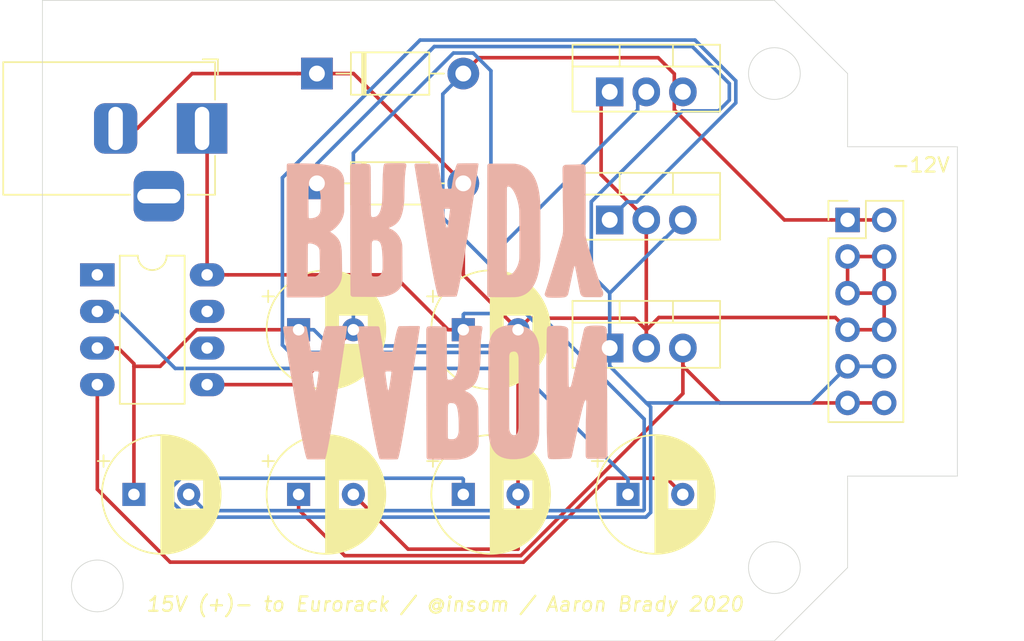
<source format=kicad_pcb>
(kicad_pcb (version 20171130) (host pcbnew "(5.1.5)-3")

  (general
    (thickness 1.6)
    (drawings 15)
    (tracks 145)
    (zones 0)
    (modules 15)
    (nets 12)
  )

  (page A4)
  (layers
    (0 F.Cu signal)
    (31 B.Cu signal)
    (32 B.Adhes user)
    (33 F.Adhes user)
    (34 B.Paste user)
    (35 F.Paste user)
    (36 B.SilkS user)
    (37 F.SilkS user)
    (38 B.Mask user)
    (39 F.Mask user)
    (40 Dwgs.User user)
    (41 Cmts.User user)
    (42 Eco1.User user)
    (43 Eco2.User user)
    (44 Edge.Cuts user)
    (45 Margin user)
    (46 B.CrtYd user)
    (47 F.CrtYd user)
    (48 B.Fab user)
    (49 F.Fab user)
  )

  (setup
    (last_trace_width 0.25)
    (trace_clearance 0.2)
    (zone_clearance 0.508)
    (zone_45_only no)
    (trace_min 0.2)
    (via_size 0.8)
    (via_drill 0.4)
    (via_min_size 0.4)
    (via_min_drill 0.3)
    (uvia_size 0.3)
    (uvia_drill 0.1)
    (uvias_allowed no)
    (uvia_min_size 0.2)
    (uvia_min_drill 0.1)
    (edge_width 0.05)
    (segment_width 0.2)
    (pcb_text_width 0.3)
    (pcb_text_size 1.5 1.5)
    (mod_edge_width 0.12)
    (mod_text_size 1 1)
    (mod_text_width 0.15)
    (pad_size 1.524 1.524)
    (pad_drill 0.762)
    (pad_to_mask_clearance 0.051)
    (solder_mask_min_width 0.25)
    (aux_axis_origin 0 0)
    (visible_elements FFFFFF7F)
    (pcbplotparams
      (layerselection 0x010fc_ffffffff)
      (usegerberextensions false)
      (usegerberattributes false)
      (usegerberadvancedattributes false)
      (creategerberjobfile false)
      (excludeedgelayer true)
      (linewidth 0.100000)
      (plotframeref false)
      (viasonmask false)
      (mode 1)
      (useauxorigin false)
      (hpglpennumber 1)
      (hpglpenspeed 20)
      (hpglpendiameter 15.000000)
      (psnegative false)
      (psa4output false)
      (plotreference true)
      (plotvalue true)
      (plotinvisibletext false)
      (padsonsilk false)
      (subtractmaskfromsilk false)
      (outputformat 1)
      (mirror false)
      (drillshape 1)
      (scaleselection 1)
      (outputdirectory ""))
  )

  (net 0 "")
  (net 1 GND)
  (net 2 +5V)
  (net 3 +15V)
  (net 4 "Net-(C3-Pad1)")
  (net 5 "Net-(C3-Pad2)")
  (net 6 "Net-(C4-Pad2)")
  (net 7 +12V)
  (net 8 -12V)
  (net 9 "Net-(U2-Pad1)")
  (net 10 "Net-(U2-Pad6)")
  (net 11 "Net-(U2-Pad7)")

  (net_class Default "This is the default net class."
    (clearance 0.2)
    (trace_width 0.25)
    (via_dia 0.8)
    (via_drill 0.4)
    (uvia_dia 0.3)
    (uvia_drill 0.1)
    (add_net +12V)
    (add_net +15V)
    (add_net +5V)
    (add_net -12V)
    (add_net GND)
    (add_net "Net-(C3-Pad1)")
    (add_net "Net-(C3-Pad2)")
    (add_net "Net-(C4-Pad2)")
    (add_net "Net-(U2-Pad1)")
    (add_net "Net-(U2-Pad6)")
    (add_net "Net-(U2-Pad7)")
  )

  (module AB:AaronBrady (layer B.Cu) (tedit 0) (tstamp 5E74D91F)
    (at 64.77 71.12)
    (fp_text reference G*** (at 0 0) (layer B.SilkS) hide
      (effects (font (size 1.524 1.524) (thickness 0.3)) (justify mirror))
    )
    (fp_text value LOGO (at 0.75 0) (layer B.SilkS) hide
      (effects (font (size 1.524 1.524) (thickness 0.3)) (justify mirror))
    )
    (fp_poly (pts (xy -3.858821 10.270298) (xy -3.804871 10.269745) (xy -3.747259 10.268873) (xy -3.687482 10.267725)
      (xy -3.627037 10.266347) (xy -3.567423 10.264782) (xy -3.510138 10.263076) (xy -3.456678 10.261272)
      (xy -3.408543 10.259415) (xy -3.367229 10.257549) (xy -3.334234 10.255719) (xy -3.311057 10.253968)
      (xy -3.29965 10.252458) (xy -3.287222 10.246267) (xy -3.275189 10.232985) (xy -3.263039 10.211533)
      (xy -3.250256 10.180832) (xy -3.236328 10.139803) (xy -3.22074 10.087368) (xy -3.220307 10.08584)
      (xy -3.201935 10.017563) (xy -3.182013 9.937106) (xy -3.160539 9.844456) (xy -3.13751 9.739598)
      (xy -3.112926 9.622521) (xy -3.086782 9.49321) (xy -3.059079 9.351653) (xy -3.029812 9.197837)
      (xy -2.99898 9.031748) (xy -2.966582 8.853373) (xy -2.932614 8.662698) (xy -2.897074 8.459712)
      (xy -2.859961 8.2444) (xy -2.821272 8.01675) (xy -2.781005 7.776748) (xy -2.739158 7.524381)
      (xy -2.695729 7.259636) (xy -2.650715 6.982499) (xy -2.604115 6.692958) (xy -2.555925 6.391)
      (xy -2.506145 6.076611) (xy -2.454772 5.749777) (xy -2.401804 5.410487) (xy -2.347238 5.058726)
      (xy -2.291072 4.694481) (xy -2.233305 4.31774) (xy -2.173934 3.928489) (xy -2.112956 3.526715)
      (xy -2.050371 3.112405) (xy -1.986175 2.685545) (xy -1.920366 2.246123) (xy -1.852943 1.794125)
      (xy -1.797097 1.418458) (xy -1.787466 1.352836) (xy -1.778551 1.29066) (xy -1.77051 1.233126)
      (xy -1.763499 1.181424) (xy -1.757675 1.136748) (xy -1.753195 1.100292) (xy -1.750216 1.073247)
      (xy -1.748894 1.056807) (xy -1.748989 1.05241) (xy -1.75839 1.037713) (xy -1.776788 1.02495)
      (xy -1.782859 1.022257) (xy -1.790049 1.02) (xy -1.799475 1.018137) (xy -1.812252 1.016628)
      (xy -1.829496 1.015432) (xy -1.852323 1.014509) (xy -1.881847 1.013817) (xy -1.919185 1.013316)
      (xy -1.965452 1.012965) (xy -2.021764 1.012724) (xy -2.089237 1.012552) (xy -2.118255 1.012495)
      (xy -2.187373 1.012472) (xy -2.258177 1.012637) (xy -2.328539 1.012974) (xy -2.396328 1.013465)
      (xy -2.459414 1.014093) (xy -2.515666 1.01484) (xy -2.562956 1.015688) (xy -2.591448 1.016385)
      (xy -2.638116 1.017548) (xy -2.694307 1.018657) (xy -2.756842 1.019667) (xy -2.822541 1.020534)
      (xy -2.888224 1.021211) (xy -2.950712 1.021654) (xy -2.967559 1.021732) (xy -3.188056 1.022605)
      (xy -3.210642 1.042436) (xy -3.229237 1.064361) (xy -3.249194 1.098498) (xy -3.270369 1.144446)
      (xy -3.292613 1.201805) (xy -3.315779 1.270172) (xy -3.339722 1.349148) (xy -3.364295 1.438331)
      (xy -3.384622 1.518029) (xy -3.405882 1.607562) (xy -3.428155 1.707739) (xy -3.45107 1.816577)
      (xy -3.474256 1.932093) (xy -3.497343 2.052303) (xy -3.519959 2.175225) (xy -3.541733 2.298876)
      (xy -3.562296 2.421272) (xy -3.581275 2.540429) (xy -3.598299 2.654365) (xy -3.602005 2.68037)
      (xy -3.606447 2.708154) (xy -3.611223 2.726914) (xy -3.61769 2.740284) (xy -3.627204 2.751903)
      (xy -3.629603 2.754346) (xy -3.648575 2.768971) (xy -3.67023 2.779864) (xy -3.674692 2.781305)
      (xy -3.688942 2.783347) (xy -3.715504 2.785043) (xy -3.753993 2.786383) (xy -3.804021 2.787358)
      (xy -3.865203 2.787958) (xy -3.937151 2.788173) (xy -3.947512 2.788172) (xy -4.010683 2.788107)
      (xy -4.062452 2.787933) (xy -4.10412 2.787592) (xy -4.136988 2.787029) (xy -4.162356 2.786186)
      (xy -4.181527 2.785007) (xy -4.195801 2.783435) (xy -4.206478 2.781412) (xy -4.214861 2.778883)
      (xy -4.221303 2.776224) (xy -4.237365 2.766666) (xy -4.250399 2.753037) (xy -4.261122 2.733638)
      (xy -4.270251 2.706769) (xy -4.278504 2.670732) (xy -4.286596 2.623827) (xy -4.287185 2.62003)
      (xy -4.299191 2.543115) (xy -4.312267 2.461131) (xy -4.326256 2.374962) (xy -4.341 2.285492)
      (xy -4.356343 2.193605) (xy -4.372127 2.100187) (xy -4.388195 2.006121) (xy -4.404389 1.912292)
      (xy -4.420552 1.819585) (xy -4.436526 1.728883) (xy -4.452155 1.641072) (xy -4.467281 1.557035)
      (xy -4.481746 1.477657) (xy -4.495394 1.403822) (xy -4.508066 1.336416) (xy -4.519607 1.276322)
      (xy -4.529858 1.224424) (xy -4.538661 1.181608) (xy -4.545861 1.148757) (xy -4.551299 1.126756)
      (xy -4.55457 1.116936) (xy -4.57175 1.089151) (xy -4.592277 1.064817) (xy -4.613052 1.047341)
      (xy -4.622339 1.042334) (xy -4.628976 1.041144) (xy -4.643092 1.040095) (xy -4.665137 1.039184)
      (xy -4.695558 1.038406) (xy -4.734804 1.03776) (xy -4.783325 1.037241) (xy -4.841569 1.036846)
      (xy -4.909985 1.036572) (xy -4.989022 1.036416) (xy -5.079128 1.036374) (xy -5.180753 1.036443)
      (xy -5.294345 1.03662) (xy -5.373444 1.036788) (xy -6.107052 1.038484) (xy -6.135773 1.05264)
      (xy -6.162712 1.071164) (xy -6.180124 1.094583) (xy -6.186445 1.120778) (xy -6.186447 1.121314)
      (xy -6.185428 1.130092) (xy -6.182472 1.150455) (xy -6.17773 1.181459) (xy -6.171354 1.222158)
      (xy -6.163496 1.271606) (xy -6.154307 1.32886) (xy -6.143938 1.392975) (xy -6.132541 1.463004)
      (xy -6.120267 1.538003) (xy -6.107268 1.617027) (xy -6.09751 1.676098) (xy -6.052338 1.949057)
      (xy -6.009178 2.209832) (xy -5.967974 2.458773) (xy -5.928665 2.696231) (xy -5.891195 2.922553)
      (xy -5.855504 3.13809) (xy -5.821535 3.343193) (xy -5.78923 3.538209) (xy -5.75853 3.723489)
      (xy -5.729377 3.899383) (xy -5.701712 4.06624) (xy -5.67739 4.212888) (xy -4.148178 4.212888)
      (xy -4.147705 4.202522) (xy -4.146268 4.195853) (xy -4.143965 4.191611) (xy -4.143253 4.190767)
      (xy -4.130776 4.183356) (xy -4.106553 4.175212) (xy -4.0715 4.166596) (xy -4.026907 4.157834)
      (xy -4.011647 4.156496) (xy -3.986833 4.155865) (xy -3.95508 4.155862) (xy -3.918998 4.15641)
      (xy -3.881201 4.15743) (xy -3.844302 4.158844) (xy -3.810912 4.160574) (xy -3.783644 4.162543)
      (xy -3.765111 4.164671) (xy -3.759799 4.165814) (xy -3.740192 4.174434) (xy -3.723599 4.185611)
      (xy -3.722969 4.186186) (xy -3.713793 4.197401) (xy -3.711065 4.210775) (xy -3.712389 4.225929)
      (xy -3.714051 4.237951) (xy -3.717234 4.261043) (xy -3.721729 4.293686) (xy -3.727329 4.334367)
      (xy -3.733823 4.381567) (xy -3.741004 4.433771) (xy -3.748663 4.489462) (xy -3.750999 4.506451)
      (xy -3.768011 4.628698) (xy -3.784669 4.745469) (xy -3.800855 4.856031) (xy -3.816452 4.959651)
      (xy -3.831343 5.055596) (xy -3.845411 5.143132) (xy -3.858538 5.221526) (xy -3.870606 5.290044)
      (xy -3.881499 5.347952) (xy -3.8911 5.394519) (xy -3.897262 5.42108) (xy -3.906705 5.456124)
      (xy -3.915023 5.479265) (xy -3.922933 5.491169) (xy -3.931147 5.492503) (xy -3.940381 5.483932)
      (xy -3.949379 5.469689) (xy -3.958617 5.450111) (xy -3.968095 5.423621) (xy -3.977886 5.389774)
      (xy -3.988066 5.348124) (xy -3.998709 5.298226) (xy -4.009891 5.239633) (xy -4.021686 5.171901)
      (xy -4.034169 5.094583) (xy -4.047416 5.007235) (xy -4.061501 4.909411) (xy -4.076499 4.800664)
      (xy -4.092485 4.680551) (xy -4.109535 4.548624) (xy -4.125287 4.42392) (xy -4.132655 4.364674)
      (xy -4.138471 4.316752) (xy -4.142834 4.278884) (xy -4.145841 4.249798) (xy -4.147589 4.228223)
      (xy -4.148178 4.212888) (xy -5.67739 4.212888) (xy -5.675478 4.22441) (xy -5.650616 4.374243)
      (xy -5.627069 4.516087) (xy -5.604777 4.650294) (xy -5.583682 4.777212) (xy -5.563727 4.89719)
      (xy -5.544853 5.01058) (xy -5.527002 5.11773) (xy -5.510115 5.21899) (xy -5.494135 5.314709)
      (xy -5.479003 5.405238) (xy -5.46466 5.490926) (xy -5.45105 5.572122) (xy -5.438112 5.649176)
      (xy -5.42579 5.722439) (xy -5.414025 5.792258) (xy -5.402759 5.858985) (xy -5.391933 5.922969)
      (xy -5.381489 5.984559) (xy -5.371369 6.044105) (xy -5.361515 6.101957) (xy -5.351869 6.158464)
      (xy -5.342372 6.213976) (xy -5.332966 6.268843) (xy -5.323592 6.323414) (xy -5.319293 6.348412)
      (xy -5.266373 6.6547) (xy -5.215152 6.948511) (xy -5.165631 7.22984) (xy -5.117811 7.49868)
      (xy -5.071694 7.755028) (xy -5.02728 7.998878) (xy -4.98457 8.230225) (xy -4.943566 8.449065)
      (xy -4.904268 8.655391) (xy -4.866677 8.8492) (xy -4.830795 9.030486) (xy -4.796622 9.199243)
      (xy -4.764159 9.355468) (xy -4.733408 9.499154) (xy -4.704369 9.630298) (xy -4.677044 9.748893)
      (xy -4.651433 9.854935) (xy -4.627538 9.948419) (xy -4.605359 10.02934) (xy -4.584897 10.097693)
      (xy -4.566154 10.153472) (xy -4.549131 10.196673) (xy -4.540807 10.214465) (xy -4.53051 10.234063)
      (xy -4.52214 10.245171) (xy -4.511958 10.250668) (xy -4.496223 10.253433) (xy -4.489134 10.254242)
      (xy -4.467712 10.256011) (xy -4.43532 10.257866) (xy -4.393693 10.259758) (xy -4.344561 10.261638)
      (xy -4.28966 10.263458) (xy -4.230721 10.265169) (xy -4.169478 10.266724) (xy -4.107663 10.268074)
      (xy -4.047011 10.26917) (xy -3.989253 10.269965) (xy -3.936123 10.270408) (xy -3.90761 10.270486)
      (xy -3.858821 10.270298)) (layer B.SilkS) (width 0.01))
    (fp_poly (pts (xy -8.833176 10.26578) (xy -8.758266 10.265436) (xy -8.687125 10.264915) (xy -8.62125 10.264217)
      (xy -8.562137 10.263342) (xy -8.511285 10.262289) (xy -8.47019 10.261058) (xy -8.441785 10.259738)
      (xy -8.400599 10.257236) (xy -8.369975 10.25451) (xy -8.347829 10.250128) (xy -8.332077 10.24266)
      (xy -8.320636 10.230673) (xy -8.311422 10.212735) (xy -8.302351 10.187415) (xy -8.292628 10.157259)
      (xy -8.275442 10.100282) (xy -8.25665 10.030725) (xy -8.236256 9.948609) (xy -8.214262 9.853955)
      (xy -8.190673 9.746785) (xy -8.165492 9.62712) (xy -8.138723 9.49498) (xy -8.110368 9.350386)
      (xy -8.080432 9.193361) (xy -8.048917 9.023923) (xy -8.015828 8.842096) (xy -7.981168 8.6479)
      (xy -7.94494 8.441355) (xy -7.907148 8.222483) (xy -7.867795 7.991306) (xy -7.826885 7.747843)
      (xy -7.784421 7.492116) (xy -7.740407 7.224147) (xy -7.694846 6.943956) (xy -7.647742 6.651564)
      (xy -7.599098 6.346992) (xy -7.548917 6.030262) (xy -7.497204 5.701394) (xy -7.443961 5.36041)
      (xy -7.389193 5.00733) (xy -7.332902 4.642176) (xy -7.275092 4.264969) (xy -7.215767 3.875729)
      (xy -7.154929 3.474478) (xy -7.092584 3.061237) (xy -7.028733 2.636027) (xy -6.963381 2.198868)
      (xy -6.89653 1.749783) (xy -6.849186 1.430637) (xy -6.793427 1.054248) (xy -6.809573 1.038103)
      (xy -6.824657 1.027143) (xy -6.845911 1.019817) (xy -6.866536 1.016057) (xy -6.882045 1.014799)
      (xy -6.908892 1.013737) (xy -6.945712 1.012871) (xy -6.991141 1.0122) (xy -7.043815 1.011722)
      (xy -7.102369 1.011437) (xy -7.165439 1.011344) (xy -7.231661 1.011442) (xy -7.299671 1.01173)
      (xy -7.368104 1.012208) (xy -7.435596 1.012874) (xy -7.500783 1.013727) (xy -7.562301 1.014767)
      (xy -7.618785 1.015992) (xy -7.640961 1.016569) (xy -7.687321 1.017677) (xy -7.743253 1.018736)
      (xy -7.805628 1.019705) (xy -7.871314 1.02054) (xy -7.937182 1.021199) (xy -8.0001 1.02164)
      (xy -8.019979 1.021732) (xy -8.243384 1.022605) (xy -8.263034 1.042255) (xy -8.283118 1.068053)
      (xy -8.304267 1.106197) (xy -8.326401 1.156384) (xy -8.349439 1.218309) (xy -8.373298 1.291668)
      (xy -8.397897 1.376155) (xy -8.423155 1.471468) (xy -8.44899 1.5773) (xy -8.47532 1.693349)
      (xy -8.502063 1.819309) (xy -8.529139 1.954877) (xy -8.556465 2.099747) (xy -8.576935 2.213528)
      (xy -8.586839 2.270396) (xy -8.597129 2.330767) (xy -8.607275 2.391449) (xy -8.616749 2.449248)
      (xy -8.625022 2.500968) (xy -8.631565 2.543418) (xy -8.631624 2.543811) (xy -8.639868 2.598723)
      (xy -8.64659 2.642491) (xy -8.652132 2.676536) (xy -8.656835 2.702282) (xy -8.661038 2.721148)
      (xy -8.665084 2.734558) (xy -8.669313 2.743932) (xy -8.674066 2.750693) (xy -8.679685 2.756263)
      (xy -8.683314 2.759373) (xy -8.692322 2.766413) (xy -8.701901 2.772234) (xy -8.713275 2.77694)
      (xy -8.72767 2.780635) (xy -8.746312 2.783425) (xy -8.770427 2.785412) (xy -8.801241 2.786702)
      (xy -8.83998 2.787398) (xy -8.887869 2.787606) (xy -8.946135 2.787429) (xy -9.008235 2.787029)
      (xy -9.071928 2.78655) (xy -9.124165 2.78608) (xy -9.166191 2.785547) (xy -9.199254 2.784881)
      (xy -9.224599 2.784009) (xy -9.243474 2.782861) (xy -9.257123 2.781364) (xy -9.266794 2.779448)
      (xy -9.273734 2.777041) (xy -9.279187 2.774071) (xy -9.2833 2.771255) (xy -9.298918 2.755844)
      (xy -9.311814 2.736163) (xy -9.313209 2.733145) (xy -9.316735 2.721031) (xy -9.321834 2.698077)
      (xy -9.328184 2.666007) (xy -9.335463 2.626541) (xy -9.343349 2.581401) (xy -9.351519 2.53231)
      (xy -9.355787 2.505701) (xy -9.369859 2.418006) (xy -9.385933 2.319914) (xy -9.403648 2.213509)
      (xy -9.422643 2.100876) (xy -9.442558 1.984098) (xy -9.463032 1.86526) (xy -9.483704 1.746447)
      (xy -9.504213 1.629743) (xy -9.524198 1.517232) (xy -9.543299 1.410998) (xy -9.561154 1.313125)
      (xy -9.577041 1.227627) (xy -9.584512 1.18913) (xy -9.590825 1.160519) (xy -9.596818 1.139134)
      (xy -9.60333 1.122315) (xy -9.6112 1.107403) (xy -9.618673 1.095609) (xy -9.624263 1.086517)
      (xy -9.628768 1.078376) (xy -9.632881 1.071136) (xy -9.637292 1.064744) (xy -9.642695 1.059152)
      (xy -9.64978 1.054307) (xy -9.659239 1.050159) (xy -9.671765 1.046658) (xy -9.688049 1.043752)
      (xy -9.708783 1.041392) (xy -9.734659 1.039525) (xy -9.766369 1.038102) (xy -9.804605 1.037072)
      (xy -9.850058 1.036384) (xy -9.903421 1.035987) (xy -9.965385 1.03583) (xy -10.036642 1.035863)
      (xy -10.117884 1.036036) (xy -10.209803 1.036296) (xy -10.313091 1.036595) (xy -10.41978 1.036861)
      (xy -11.156565 1.038484) (xy -11.186284 1.052219) (xy -11.213933 1.070672) (xy -11.230589 1.095197)
      (xy -11.235959 1.124283) (xy -11.235919 1.126842) (xy -11.235746 1.130031) (xy -11.235361 1.134327)
      (xy -11.234688 1.140209) (xy -11.233647 1.148155) (xy -11.232162 1.158644) (xy -11.230153 1.172153)
      (xy -11.227543 1.189162) (xy -11.224254 1.210148) (xy -11.220208 1.235589) (xy -11.215326 1.265964)
      (xy -11.209532 1.301752) (xy -11.202746 1.34343) (xy -11.19489 1.391477) (xy -11.185888 1.446371)
      (xy -11.17566 1.50859) (xy -11.164129 1.578613) (xy -11.151216 1.656917) (xy -11.136843 1.743982)
      (xy -11.120934 1.840286) (xy -11.103408 1.946306) (xy -11.08419 2.062521) (xy -11.063199 2.18941)
      (xy -11.040359 2.32745) (xy -11.015592 2.477121) (xy -10.991941 2.62003) (xy -10.946902 2.892127)
      (xy -10.903853 3.152097) (xy -10.862724 3.400349) (xy -10.823448 3.637292) (xy -10.785955 3.863334)
      (xy -10.750178 4.078884) (xy -10.728453 4.209666) (xy -9.198523 4.209666) (xy -9.19764 4.200748)
      (xy -9.195787 4.195005) (xy -9.193095 4.191132) (xy -9.180301 4.183451) (xy -9.155609 4.17511)
      (xy -9.119794 4.166333) (xy -9.07642 4.157834) (xy -9.059003 4.156165) (xy -9.0324 4.155365)
      (xy -8.999243 4.155341) (xy -8.962166 4.156001) (xy -8.923802 4.157254) (xy -8.886784 4.159008)
      (xy -8.853746 4.16117) (xy -8.82732 4.16365) (xy -8.810141 4.166354) (xy -8.807084 4.167232)
      (xy -8.782802 4.179297) (xy -8.76868 4.195564) (xy -8.763513 4.218315) (xy -8.765497 4.246036)
      (xy -8.767677 4.261068) (xy -8.771336 4.286993) (xy -8.776241 4.32212) (xy -8.782155 4.364753)
      (xy -8.788843 4.413202) (xy -8.796072 4.465771) (xy -8.803385 4.519154) (xy -8.819576 4.635917)
      (xy -8.835596 4.748231) (xy -8.851322 4.855354) (xy -8.866631 4.956546) (xy -8.881402 5.051066)
      (xy -8.895512 5.138172) (xy -8.908839 5.217123) (xy -8.921259 5.28718) (xy -8.932651 5.3476)
      (xy -8.942892 5.397643) (xy -8.951859 5.436567) (xy -8.959431 5.463632) (xy -8.959536 5.463953)
      (xy -8.966991 5.481618) (xy -8.974773 5.492403) (xy -8.978351 5.494123) (xy -8.988542 5.487894)
      (xy -8.999719 5.469587) (xy -9.011714 5.439779) (xy -9.024361 5.399043) (xy -9.037493 5.347954)
      (xy -9.050944 5.287086) (xy -9.064545 5.217013) (xy -9.073352 5.167016) (xy -9.082683 5.109743)
      (xy -9.093209 5.040923) (xy -9.104779 4.961639) (xy -9.117245 4.872978) (xy -9.130458 4.776022)
      (xy -9.144268 4.671857) (xy -9.158526 4.561567) (xy -9.173083 4.446237) (xy -9.178178 4.40523)
      (xy -9.18509 4.348993) (xy -9.190468 4.304008) (xy -9.194407 4.26893) (xy -9.197 4.242411)
      (xy -9.19834 4.223105) (xy -9.198523 4.209666) (xy -10.728453 4.209666) (xy -10.716046 4.28435)
      (xy -10.683492 4.480141) (xy -10.652448 4.666666) (xy -10.622843 4.844333) (xy -10.59461 5.013551)
      (xy -10.56768 5.174729) (xy -10.541984 5.328274) (xy -10.517454 5.474596) (xy -10.494021 5.614104)
      (xy -10.471616 5.747206) (xy -10.450171 5.87431) (xy -10.429616 5.995825) (xy -10.409884 6.112161)
      (xy -10.390905 6.223724) (xy -10.372612 6.330925) (xy -10.354934 6.434172) (xy -10.337804 6.533873)
      (xy -10.321153 6.630436) (xy -10.304912 6.724272) (xy -10.289013 6.815787) (xy -10.273386 6.905391)
      (xy -10.257964 6.993493) (xy -10.242677 7.0805) (xy -10.235137 7.123305) (xy -10.18786 7.390068)
      (xy -10.142131 7.645296) (xy -10.097964 7.888931) (xy -10.055368 8.120916) (xy -10.014357 8.341194)
      (xy -9.974942 8.549705) (xy -9.937135 8.746392) (xy -9.900947 8.931197) (xy -9.866391 9.104062)
      (xy -9.833479 9.26493) (xy -9.802222 9.413742) (xy -9.772632 9.55044) (xy -9.744722 9.674967)
      (xy -9.718502 9.787264) (xy -9.693985 9.887274) (xy -9.671182 9.974938) (xy -9.650107 10.050199)
      (xy -9.630769 10.112999) (xy -9.613182 10.16328) (xy -9.612252 10.165716) (xy -9.600788 10.19571)
      (xy -9.591333 10.217899) (xy -9.581788 10.233576) (xy -9.570056 10.244037) (xy -9.554036 10.250576)
      (xy -9.531631 10.254487) (xy -9.500742 10.257065) (xy -9.460125 10.259551) (xy -9.429883 10.26096)
      (xy -9.388437 10.262196) (xy -9.337283 10.263257) (xy -9.27792 10.264144) (xy -9.211844 10.264856)
      (xy -9.140552 10.265392) (xy -9.065542 10.265753) (xy -8.988311 10.265938) (xy -8.910357 10.265947)
      (xy -8.833176 10.26578)) (layer B.SilkS) (width 0.01))
    (fp_poly (pts (xy 0.54519 10.283196) (xy 0.603426 10.28299) (xy 0.655375 10.282611) (xy 0.701618 10.282052)
      (xy 0.742741 10.281304) (xy 0.779325 10.280361) (xy 0.811954 10.279214) (xy 0.841211 10.277857)
      (xy 0.867679 10.276281) (xy 0.891942 10.274478) (xy 0.914582 10.272442) (xy 0.936184 10.270165)
      (xy 0.957329 10.267639) (xy 0.978602 10.264856) (xy 1.000585 10.261809) (xy 1.023861 10.25849)
      (xy 1.032133 10.257304) (xy 1.185436 10.229982) (xy 1.333695 10.192824) (xy 1.475959 10.146179)
      (xy 1.611278 10.090398) (xy 1.738701 10.025834) (xy 1.857277 9.952836) (xy 1.857839 9.952455)
      (xy 1.957154 9.879067) (xy 2.044515 9.801589) (xy 2.120059 9.719812) (xy 2.183926 9.633531)
      (xy 2.236255 9.542539) (xy 2.277187 9.44663) (xy 2.306859 9.345596) (xy 2.322198 9.263646)
      (xy 2.323453 9.254181) (xy 2.324593 9.243666) (xy 2.325619 9.231543) (xy 2.326534 9.217252)
      (xy 2.327338 9.200237) (xy 2.328034 9.179938) (xy 2.328622 9.155797) (xy 2.329104 9.127256)
      (xy 2.329483 9.093756) (xy 2.329758 9.054739) (xy 2.329933 9.009647) (xy 2.330008 8.957921)
      (xy 2.329984 8.899004) (xy 2.329865 8.832335) (xy 2.32965 8.757359) (xy 2.329341 8.673515)
      (xy 2.328941 8.580245) (xy 2.32845 8.476992) (xy 2.32787 8.363197) (xy 2.327203 8.238301)
      (xy 2.32645 8.101746) (xy 2.325726 7.973048) (xy 2.324742 7.805608) (xy 2.323752 7.649512)
      (xy 2.322756 7.504865) (xy 2.321756 7.371774) (xy 2.320753 7.250343) (xy 2.319747 7.140681)
      (xy 2.31874 7.042891) (xy 2.317734 6.957082) (xy 2.316729 6.883358) (xy 2.315726 6.821826)
      (xy 2.314727 6.772592) (xy 2.313733 6.735763) (xy 2.312744 6.711443) (xy 2.311941 6.700925)
      (xy 2.288384 6.561851) (xy 2.253996 6.42937) (xy 2.208667 6.303259) (xy 2.152285 6.183296)
      (xy 2.084739 6.069257) (xy 2.005918 5.96092) (xy 1.915712 5.858062) (xy 1.868569 5.810795)
      (xy 1.791491 5.741583) (xy 1.714856 5.683314) (xy 1.636418 5.634514) (xy 1.553932 5.59371)
      (xy 1.510595 5.575895) (xy 1.464508 5.556214) (xy 1.430193 5.537344) (xy 1.407908 5.519464)
      (xy 1.397912 5.502751) (xy 1.397349 5.498006) (xy 1.401119 5.487039) (xy 1.413147 5.475786)
      (xy 1.434508 5.463616) (xy 1.46628 5.449901) (xy 1.502649 5.436425) (xy 1.582221 5.40369)
      (xy 1.664298 5.36135) (xy 1.746588 5.311086) (xy 1.8268 5.254579) (xy 1.902644 5.193509)
      (xy 1.971829 5.129557) (xy 2.032063 5.064402) (xy 2.062966 5.025416) (xy 2.119482 4.941215)
      (xy 2.171664 4.847044) (xy 2.219542 4.742741) (xy 2.263145 4.628145) (xy 2.302506 4.503097)
      (xy 2.337652 4.367435) (xy 2.368616 4.220999) (xy 2.395426 4.063628) (xy 2.418114 3.895162)
      (xy 2.436709 3.715439) (xy 2.451241 3.5243) (xy 2.461742 3.321583) (xy 2.46824 3.107127)
      (xy 2.470766 2.880773) (xy 2.470802 2.855038) (xy 2.472058 2.643967) (xy 2.475604 2.443644)
      (xy 2.481426 2.254271) (xy 2.48951 2.076052) (xy 2.499842 1.909189) (xy 2.512409 1.753884)
      (xy 2.527196 1.61034) (xy 2.544189 1.478759) (xy 2.563375 1.359345) (xy 2.578784 1.279845)
      (xy 2.589475 1.222025) (xy 2.59488 1.174278) (xy 2.594897 1.135079) (xy 2.589425 1.102906)
      (xy 2.578365 1.076234) (xy 2.564023 1.056211) (xy 2.549897 1.041962) (xy 2.534531 1.031221)
      (xy 2.515708 1.023328) (xy 2.491213 1.017619) (xy 2.458828 1.013433) (xy 2.416339 1.010109)
      (xy 2.407847 1.009575) (xy 2.379089 1.008288) (xy 2.339442 1.007212) (xy 2.290717 1.006354)
      (xy 2.234727 1.005718) (xy 2.173285 1.005309) (xy 2.108201 1.005134) (xy 2.04129 1.005198)
      (xy 1.974361 1.005507) (xy 1.909229 1.006065) (xy 1.847704 1.006878) (xy 1.800675 1.00775)
      (xy 1.677304 1.01047) (xy 1.566532 1.013055) (xy 1.468256 1.015507) (xy 1.382371 1.017831)
      (xy 1.308775 1.02003) (xy 1.247364 1.022107) (xy 1.198035 1.024065) (xy 1.160683 1.025908)
      (xy 1.135207 1.027639) (xy 1.121501 1.029261) (xy 1.119886 1.029655) (xy 1.103499 1.038247)
      (xy 1.085285 1.052673) (xy 1.07778 1.060238) (xy 1.06061 1.083109) (xy 1.045969 1.1115)
      (xy 1.033554 1.146632) (xy 1.023059 1.189722) (xy 1.014182 1.24199) (xy 1.006619 1.304654)
      (xy 1.000842 1.368946) (xy 0.993903 1.459659) (xy 0.987523 1.549648) (xy 0.981665 1.639901)
      (xy 0.976293 1.731409) (xy 0.97137 1.825161) (xy 0.966861 1.922144) (xy 0.962729 2.023349)
      (xy 0.958937 2.129764) (xy 0.95545 2.242379) (xy 0.952231 2.362181) (xy 0.949244 2.490162)
      (xy 0.946453 2.627309) (xy 0.943821 2.774611) (xy 0.941312 2.933059) (xy 0.93991 3.029707)
      (xy 0.938345 3.133524) (xy 0.936706 3.225921) (xy 0.934931 3.30818) (xy 0.932956 3.381584)
      (xy 0.930718 3.447416) (xy 0.928153 3.506958) (xy 0.9252 3.561493) (xy 0.921795 3.612303)
      (xy 0.917875 3.660672) (xy 0.913376 3.707881) (xy 0.908236 3.755215) (xy 0.902393 3.803955)
      (xy 0.901516 3.810952) (xy 0.880717 3.954044) (xy 0.855844 4.085116) (xy 0.82689 4.204182)
      (xy 0.793848 4.311256) (xy 0.756711 4.406353) (xy 0.715473 4.489488) (xy 0.670126 4.560673)
      (xy 0.620664 4.619925) (xy 0.56708 4.667256) (xy 0.509367 4.702682) (xy 0.466518 4.720401)
      (xy 0.438517 4.727879) (xy 0.401849 4.734876) (xy 0.36055 4.740841) (xy 0.318657 4.745223)
      (xy 0.280205 4.747473) (xy 0.266624 4.747653) (xy 0.22877 4.743904) (xy 0.199614 4.73228)
      (xy 0.177136 4.71172) (xy 0.166196 4.694983) (xy 0.16277 4.688823) (xy 0.159604 4.682868)
      (xy 0.156686 4.676615) (xy 0.154004 4.669563) (xy 0.151546 4.661211) (xy 0.149301 4.651056)
      (xy 0.147256 4.638597) (xy 0.145399 4.623332) (xy 0.14372 4.604759) (xy 0.142205 4.582377)
      (xy 0.140844 4.555684) (xy 0.139624 4.524178) (xy 0.138533 4.487358) (xy 0.137559 4.444721)
      (xy 0.136691 4.395767) (xy 0.135917 4.339992) (xy 0.135224 4.276897) (xy 0.134602 4.205978)
      (xy 0.134037 4.126734) (xy 0.133519 4.038664) (xy 0.133036 3.941266) (xy 0.132574 3.834037)
      (xy 0.132124 3.716477) (xy 0.131672 3.588084) (xy 0.131207 3.448355) (xy 0.130717 3.296789)
      (xy 0.130339 3.178969) (xy 0.129716 2.990065) (xy 0.129098 2.813453) (xy 0.128479 2.648725)
      (xy 0.127856 2.495468) (xy 0.127222 2.353274) (xy 0.126572 2.221731) (xy 0.125902 2.100431)
      (xy 0.125205 1.988961) (xy 0.124477 1.886913) (xy 0.123712 1.793876) (xy 0.122906 1.709439)
      (xy 0.122053 1.633192) (xy 0.121147 1.564726) (xy 0.120184 1.503629) (xy 0.119158 1.449492)
      (xy 0.118065 1.401904) (xy 0.116898 1.360456) (xy 0.115653 1.324736) (xy 0.114325 1.294334)
      (xy 0.112908 1.268841) (xy 0.111397 1.247846) (xy 0.109787 1.230939) (xy 0.108072 1.217709)
      (xy 0.106248 1.207747) (xy 0.105228 1.203626) (xy 0.08959 1.159282) (xy 0.070002 1.123375)
      (xy 0.047475 1.097551) (xy 0.0343 1.088296) (xy 0.016828 1.081988) (xy -0.012246 1.075632)
      (xy -0.05182 1.069323) (xy -0.100793 1.063153) (xy -0.158065 1.057216) (xy -0.222534 1.051607)
      (xy -0.293099 1.046417) (xy -0.36866 1.041741) (xy -0.448114 1.037673) (xy -0.530363 1.034305)
      (xy -0.614303 1.031732) (xy -0.638335 1.031158) (xy -0.694256 1.030336) (xy -0.754225 1.03021)
      (xy -0.81646 1.030723) (xy -0.879179 1.031816) (xy -0.940598 1.033431) (xy -0.998936 1.03551)
      (xy -1.052408 1.037994) (xy -1.099233 1.040825) (xy -1.137627 1.043945) (xy -1.165808 1.047295)
      (xy -1.173757 1.048674) (xy -1.205521 1.059765) (xy -1.23216 1.079735) (xy -1.254051 1.109257)
      (xy -1.271567 1.149) (xy -1.285082 1.199636) (xy -1.294972 1.261836) (xy -1.295595 1.267141)
      (xy -1.295985 1.27703) (xy -1.296331 1.299417) (xy -1.296635 1.334097) (xy -1.296897 1.380867)
      (xy -1.297117 1.439521) (xy -1.297294 1.509855) (xy -1.29743 1.591664) (xy -1.297525 1.684743)
      (xy -1.297578 1.788888) (xy -1.29759 1.903894) (xy -1.297561 2.029556) (xy -1.297491 2.165669)
      (xy -1.29738 2.31203) (xy -1.297229 2.468433) (xy -1.297037 2.634673) (xy -1.296806 2.810547)
      (xy -1.296534 2.995848) (xy -1.296223 3.190373) (xy -1.295872 3.393917) (xy -1.295482 3.606276)
      (xy -1.295053 3.827243) (xy -1.294584 4.056616) (xy -1.294077 4.294188) (xy -1.293531 4.539757)
      (xy -1.292947 4.793115) (xy -1.292324 5.05406) (xy -1.292204 5.103501) (xy -1.291462 5.407833)
      (xy -1.290754 5.699721) (xy -1.290076 5.979424) (xy -1.289428 6.2472) (xy -1.288809 6.503309)
      (xy -1.288218 6.748011) (xy -1.287653 6.981562) (xy -1.287113 7.204224) (xy -1.286597 7.416254)
      (xy -1.286104 7.617912) (xy -1.285632 7.809456) (xy -1.28518 7.991146) (xy -1.284748 8.163241)
      (xy -1.284516 8.254477) (xy 0.191422 8.254477) (xy 0.191437 8.163314) (xy 0.191504 8.061906)
      (xy 0.191621 7.949687) (xy 0.191783 7.826092) (xy 0.191985 7.690555) (xy 0.192064 7.640501)
      (xy 0.192287 7.501856) (xy 0.192499 7.375336) (xy 0.192706 7.260362) (xy 0.192917 7.156357)
      (xy 0.193139 7.062741) (xy 0.193379 6.978936) (xy 0.193645 6.904364) (xy 0.193945 6.838447)
      (xy 0.194286 6.780606) (xy 0.194675 6.730263) (xy 0.195121 6.686839) (xy 0.19563 6.649756)
      (xy 0.196211 6.618436) (xy 0.196871 6.592301) (xy 0.197616 6.570771) (xy 0.198456 6.553269)
      (xy 0.199398 6.539216) (xy 0.200448 6.528034) (xy 0.201615 6.519144) (xy 0.202906 6.511969)
      (xy 0.204329 6.505929) (xy 0.205891 6.500446) (xy 0.206989 6.496894) (xy 0.224931 6.449224)
      (xy 0.245944 6.412704) (xy 0.271231 6.385918) (xy 0.301996 6.36745) (xy 0.323542 6.359785)
      (xy 0.343554 6.356463) (xy 0.373147 6.354565) (xy 0.409291 6.354001) (xy 0.448955 6.35468)
      (xy 0.489107 6.356512) (xy 0.526716 6.359407) (xy 0.558753 6.363274) (xy 0.579996 6.367428)
      (xy 0.639436 6.388732) (xy 0.691892 6.420002) (xy 0.737622 6.46152) (xy 0.776886 6.513567)
      (xy 0.809942 6.576422) (xy 0.835009 6.643761) (xy 0.855109 6.716439) (xy 0.873628 6.801266)
      (xy 0.8905 6.897778) (xy 0.905658 7.005514) (xy 0.919039 7.124008) (xy 0.930576 7.252798)
      (xy 0.93993 7.386896) (xy 0.943723 7.455599) (xy 0.947134 7.530093) (xy 0.950143 7.608888)
      (xy 0.95273 7.690492) (xy 0.954873 7.773412) (xy 0.956553 7.856157) (xy 0.957749 7.937235)
      (xy 0.958442 8.015156) (xy 0.958609 8.088425) (xy 0.958232 8.155553) (xy 0.95729 8.215047)
      (xy 0.955762 8.265416) (xy 0.953629 8.305168) (xy 0.952634 8.317404) (xy 0.939341 8.421389)
      (xy 0.919649 8.514424) (xy 0.89354 8.596542) (xy 0.860999 8.667775) (xy 0.822009 8.728157)
      (xy 0.776554 8.777719) (xy 0.724619 8.816495) (xy 0.69838 8.830801) (xy 0.667384 8.844886)
      (xy 0.637368 8.855914) (xy 0.606475 8.864081) (xy 0.572848 8.869585) (xy 0.534628 8.872623)
      (xy 0.489959 8.873391) (xy 0.436983 8.872088) (xy 0.373843 8.868909) (xy 0.351828 8.867568)
      (xy 0.307822 8.864172) (xy 0.274542 8.859478) (xy 0.250014 8.8523) (xy 0.232262 8.841454)
      (xy 0.219309 8.825754) (xy 0.209181 8.804016) (xy 0.200388 8.776736) (xy 0.199109 8.771439)
      (xy 0.197946 8.764375) (xy 0.196894 8.754977) (xy 0.195948 8.74268) (xy 0.195106 8.72692)
      (xy 0.194362 8.707131) (xy 0.193712 8.682748) (xy 0.193153 8.653206) (xy 0.192681 8.617939)
      (xy 0.19229 8.576383) (xy 0.191977 8.527972) (xy 0.191738 8.472141) (xy 0.191568 8.408325)
      (xy 0.191464 8.335959) (xy 0.191422 8.254477) (xy -1.284516 8.254477) (xy -1.284334 8.325999)
      (xy -1.283936 8.479679) (xy -1.283554 8.624541) (xy -1.283186 8.760844) (xy -1.282831 8.888845)
      (xy -1.282488 9.008806) (xy -1.282156 9.120983) (xy -1.281833 9.225637) (xy -1.281519 9.323026)
      (xy -1.281212 9.41341) (xy -1.28091 9.497047) (xy -1.280614 9.574196) (xy -1.28032 9.645116)
      (xy -1.28003 9.710066) (xy -1.27974 9.769306) (xy -1.27945 9.823093) (xy -1.279158 9.871688)
      (xy -1.278864 9.915349) (xy -1.278567 9.954335) (xy -1.278264 9.988905) (xy -1.277955 10.019317)
      (xy -1.277639 10.045832) (xy -1.277315 10.068708) (xy -1.27698 10.088203) (xy -1.276635 10.104578)
      (xy -1.276277 10.11809) (xy -1.275907 10.129) (xy -1.275521 10.137565) (xy -1.27512 10.144044)
      (xy -1.274702 10.148698) (xy -1.274265 10.151784) (xy -1.273809 10.153562) (xy -1.273333 10.154291)
      (xy -1.272835 10.154229) (xy -1.272314 10.153636) (xy -1.271769 10.15277) (xy -1.271198 10.151891)
      (xy -1.2706 10.151258) (xy -1.269975 10.151129) (xy -1.269321 10.151763) (xy -1.268742 10.153094)
      (xy -1.248475 10.196358) (xy -1.21964 10.230377) (xy -1.181554 10.255862) (xy -1.162341 10.264307)
      (xy -1.156311 10.265784) (xy -1.145813 10.267131) (xy -1.130177 10.268361) (xy -1.108732 10.269487)
      (xy -1.080809 10.270522) (xy -1.045737 10.271481) (xy -1.002847 10.272376) (xy -0.951468 10.273222)
      (xy -0.890931 10.274031) (xy -0.820566 10.274817) (xy -0.739702 10.275594) (xy -0.64767 10.276375)
      (xy -0.543799 10.277174) (xy -0.511303 10.277411) (xy -0.358114 10.278517) (xy -0.217044 10.279526)
      (xy -0.08751 10.280431) (xy 0.03107 10.281223) (xy 0.13928 10.281896) (xy 0.237703 10.282441)
      (xy 0.326922 10.282851) (xy 0.407521 10.283119) (xy 0.480083 10.283236) (xy 0.54519 10.283196)) (layer B.SilkS) (width 0.01))
    (fp_poly (pts (xy 7.695124 10.244781) (xy 7.764524 10.244473) (xy 7.831651 10.243979) (xy 7.894877 10.24332)
      (xy 7.952574 10.242516) (xy 8.003113 10.241588) (xy 8.044866 10.240558) (xy 8.076205 10.239446)
      (xy 8.085571 10.238977) (xy 8.11748 10.237252) (xy 8.159688 10.235106) (xy 8.209804 10.232651)
      (xy 8.265434 10.230004) (xy 8.324187 10.227277) (xy 8.38367 10.224585) (xy 8.422205 10.222882)
      (xy 8.482755 10.220206) (xy 8.532005 10.217918) (xy 8.571349 10.215882) (xy 8.602179 10.21396)
      (xy 8.625888 10.212017) (xy 8.64387 10.209915) (xy 8.657517 10.207517) (xy 8.668222 10.204689)
      (xy 8.677378 10.201291) (xy 8.686377 10.197189) (xy 8.686949 10.196914) (xy 8.722811 10.173674)
      (xy 8.753191 10.140726) (xy 8.778703 10.09724) (xy 8.799111 10.045036) (xy 8.802314 10.032944)
      (xy 8.807811 10.00966) (xy 8.815328 9.976435) (xy 8.824592 9.934519) (xy 8.835331 9.885162)
      (xy 8.847273 9.829615) (xy 8.860144 9.769126) (xy 8.873671 9.704946) (xy 8.882249 9.663941)
      (xy 8.935915 9.407552) (xy 8.988206 9.159511) (xy 9.039074 8.920032) (xy 9.08847 8.689324)
      (xy 9.136345 8.467601) (xy 9.18265 8.255075) (xy 9.227337 8.051958) (xy 9.270357 7.858461)
      (xy 9.311661 7.674796) (xy 9.3512 7.501176) (xy 9.388925 7.337813) (xy 9.424788 7.184918)
      (xy 9.45874 7.042704) (xy 9.490732 6.911382) (xy 9.520716 6.791165) (xy 9.548641 6.682264)
      (xy 9.574461 6.584892) (xy 9.598125 6.499261) (xy 9.619586 6.425582) (xy 9.638794 6.364068)
      (xy 9.647983 6.336646) (xy 9.665641 6.288454) (xy 9.683379 6.245544) (xy 9.700375 6.209645)
      (xy 9.715807 6.182488) (xy 9.728852 6.165804) (xy 9.72937 6.165328) (xy 9.747899 6.155105)
      (xy 9.766137 6.157142) (xy 9.782865 6.171029) (xy 9.79252 6.186553) (xy 9.800493 6.2055)
      (xy 9.806858 6.227711) (xy 9.811671 6.254355) (xy 9.814988 6.286603) (xy 9.816864 6.325625)
      (xy 9.817356 6.37259) (xy 9.816518 6.428669) (xy 9.814407 6.49503) (xy 9.811077 6.572844)
      (xy 9.810986 6.574797) (xy 9.807193 6.658255) (xy 9.803646 6.741795) (xy 9.800332 6.826128)
      (xy 9.797236 6.911964) (xy 9.794345 7.000013) (xy 9.791645 7.090988) (xy 9.789124 7.185597)
      (xy 9.786766 7.284551) (xy 9.78456 7.388561) (xy 9.782491 7.498338) (xy 9.780545 7.614592)
      (xy 9.778709 7.738033) (xy 9.77697 7.869372) (xy 9.775313 8.00932) (xy 9.773726 8.158586)
      (xy 9.772194 8.317882) (xy 9.770704 8.487919) (xy 9.769243 8.669406) (xy 9.768139 8.816004)
      (xy 9.767071 8.964141) (xy 9.766132 9.100118) (xy 9.765326 9.224473) (xy 9.764658 9.337749)
      (xy 9.764132 9.440487) (xy 9.763751 9.533227) (xy 9.76352 9.616511) (xy 9.763443 9.690879)
      (xy 9.763523 9.756872) (xy 9.763765 9.815032) (xy 9.764172 9.8659) (xy 9.764749 9.910016)
      (xy 9.765499 9.947921) (xy 9.766427 9.980158) (xy 9.767537 10.007265) (xy 9.768832 10.029786)
      (xy 9.770317 10.048259) (xy 9.771995 10.063228) (xy 9.77387 10.075232) (xy 9.775948 10.084812)
      (xy 9.777552 10.090456) (xy 9.797713 10.136907) (xy 9.825616 10.174377) (xy 9.860471 10.20183)
      (xy 9.864016 10.203826) (xy 9.898949 10.22288) (xy 11.105751 10.22288) (xy 11.143539 10.207659)
      (xy 11.188864 10.18293) (xy 11.225774 10.14931) (xy 11.253347 10.108168) (xy 11.270659 10.060871)
      (xy 11.27678 10.010102) (xy 11.276779 9.998188) (xy 11.276669 9.974332) (xy 11.276456 9.939297)
      (xy 11.276146 9.893844) (xy 11.275745 9.838735) (xy 11.275259 9.774732) (xy 11.274694 9.702595)
      (xy 11.274057 9.623088) (xy 11.273352 9.536971) (xy 11.272587 9.445005) (xy 11.271767 9.347954)
      (xy 11.270898 9.246578) (xy 11.269987 9.141638) (xy 11.269218 9.054188) (xy 11.268029 8.91724)
      (xy 11.26685 8.776429) (xy 11.265678 8.631322) (xy 11.264509 8.481485) (xy 11.263342 8.326485)
      (xy 11.262173 8.165887) (xy 11.261001 7.999259) (xy 11.259822 7.826167) (xy 11.258633 7.646177)
      (xy 11.257432 7.458856) (xy 11.256217 7.26377) (xy 11.254984 7.060485) (xy 11.253731 6.848568)
      (xy 11.252455 6.627586) (xy 11.251154 6.397105) (xy 11.249824 6.15669) (xy 11.248464 5.905909)
      (xy 11.24707 5.644329) (xy 11.245639 5.371515) (xy 11.24417 5.087033) (xy 11.242659 4.790451)
      (xy 11.242059 4.671593) (xy 11.240808 4.423278) (xy 11.239617 4.187345) (xy 11.238485 3.963472)
      (xy 11.237408 3.751339) (xy 11.236385 3.550623) (xy 11.235412 3.361004) (xy 11.234487 3.18216)
      (xy 11.233607 3.01377) (xy 11.23277 2.855513) (xy 11.231973 2.707066) (xy 11.231214 2.56811)
      (xy 11.23049 2.438322) (xy 11.229799 2.317382) (xy 11.229137 2.204968) (xy 11.228503 2.100759)
      (xy 11.227894 2.004433) (xy 11.227307 1.915669) (xy 11.226739 1.834146) (xy 11.226189 1.759542)
      (xy 11.225653 1.691537) (xy 11.225129 1.629809) (xy 11.224614 1.574036) (xy 11.224106 1.523897)
      (xy 11.223602 1.479072) (xy 11.2231 1.439238) (xy 11.222597 1.404075) (xy 11.222091 1.373261)
      (xy 11.221578 1.346474) (xy 11.221057 1.323394) (xy 11.220524 1.303699) (xy 11.219978 1.287069)
      (xy 11.219415 1.27318) (xy 11.218833 1.261713) (xy 11.21823 1.252346) (xy 11.217603 1.244757)
      (xy 11.216949 1.238626) (xy 11.216266 1.233631) (xy 11.215551 1.229451) (xy 11.214801 1.225764)
      (xy 11.214449 1.224166) (xy 11.197351 1.167814) (xy 11.173445 1.119286) (xy 11.143557 1.079695)
      (xy 11.108514 1.050156) (xy 11.072478 1.032833) (xy 11.040083 1.024416) (xy 10.996611 1.016456)
      (xy 10.943684 1.009054) (xy 10.882922 1.002312) (xy 10.815947 0.99633) (xy 10.74438 0.99121)
      (xy 10.669843 0.987053) (xy 10.593957 0.983961) (xy 10.518342 0.982034) (xy 10.444621 0.981373)
      (xy 10.374415 0.98208) (xy 10.309345 0.984256) (xy 10.300939 0.984674) (xy 10.228374 0.989063)
      (xy 10.157025 0.994575) (xy 10.088504 1.001011) (xy 10.024421 1.008175) (xy 9.966388 1.015867)
      (xy 9.916015 1.02389) (xy 9.874916 1.032044) (xy 9.844699 1.040133) (xy 9.841712 1.041149)
      (xy 9.786352 1.067062) (xy 9.737595 1.102994) (xy 9.697025 1.147534) (xy 9.667582 1.196381)
      (xy 9.663235 1.207161) (xy 9.657875 1.223596) (xy 9.651339 1.246372) (xy 9.643458 1.276177)
      (xy 9.634068 1.313697) (xy 9.623003 1.359619) (xy 9.610096 1.41463) (xy 9.595182 1.479416)
      (xy 9.578095 1.554665) (xy 9.558669 1.641063) (xy 9.540044 1.724456) (xy 9.483003 1.979947)
      (xy 9.423267 2.246475) (xy 9.361134 2.522734) (xy 9.296901 2.807413) (xy 9.230863 3.099206)
      (xy 9.163318 3.396804) (xy 9.094562 3.698898) (xy 9.024893 4.00418) (xy 8.954607 4.311343)
      (xy 8.884 4.619078) (xy 8.844908 4.789097) (xy 8.82732 4.865318) (xy 8.812213 4.930221)
      (xy 8.799304 4.984883) (xy 8.788308 5.030386) (xy 8.778942 5.067807) (xy 8.77092 5.098227)
      (xy 8.76396 5.122724) (xy 8.757777 5.142379) (xy 8.752087 5.158271) (xy 8.746606 5.171479)
      (xy 8.741405 5.182382) (xy 8.716699 5.222833) (xy 8.689805 5.250833) (xy 8.660645 5.266457)
      (xy 8.652984 5.268439) (xy 8.631159 5.266941) (xy 8.611508 5.253726) (xy 8.594957 5.229717)
      (xy 8.583231 5.198774) (xy 8.582047 5.193831) (xy 8.580946 5.187447) (xy 8.579924 5.179128)
      (xy 8.578974 5.168383) (xy 8.578092 5.154719) (xy 8.577273 5.137645) (xy 8.576511 5.116668)
      (xy 8.5758 5.091297) (xy 8.575137 5.061038) (xy 8.574514 5.0254) (xy 8.573928 4.98389)
      (xy 8.573373 4.936016) (xy 8.572843 4.881287) (xy 8.572333 4.81921) (xy 8.571839 4.749292)
      (xy 8.571354 4.671042) (xy 8.570873 4.583968) (xy 8.570392 4.487577) (xy 8.569905 4.381376)
      (xy 8.569407 4.264875) (xy 8.568892 4.13758) (xy 8.568356 3.999) (xy 8.567792 3.848642)
      (xy 8.567269 3.706151) (xy 8.566736 3.563401) (xy 8.566172 3.419813) (xy 8.565584 3.27624)
      (xy 8.564974 3.133534) (xy 8.564347 2.992546) (xy 8.563709 2.854129) (xy 8.563062 2.719134)
      (xy 8.562412 2.588412) (xy 8.561764 2.462817) (xy 8.56112 2.343199) (xy 8.560486 2.23041)
      (xy 8.559866 2.125303) (xy 8.559265 2.028729) (xy 8.558687 1.94154) (xy 8.558136 1.864588)
      (xy 8.557616 1.798725) (xy 8.557182 1.749862) (xy 8.55239 1.248087) (xy 8.535394 1.211802)
      (xy 8.522911 1.18777) (xy 8.508917 1.164633) (xy 8.500472 1.152686) (xy 8.481215 1.133156)
      (xy 8.453662 1.111601) (xy 8.421417 1.09044) (xy 8.388086 1.072091) (xy 8.365041 1.061824)
      (xy 8.307363 1.043246) (xy 8.238329 1.027931) (xy 8.158893 1.016012) (xy 8.070009 1.007621)
      (xy 7.972632 1.002892) (xy 7.936309 1.00212) (xy 7.895065 1.001771) (xy 7.846398 1.001771)
      (xy 7.791867 1.002087) (xy 7.733028 1.002686) (xy 7.671441 1.003535) (xy 7.608663 1.004599)
      (xy 7.546252 1.005847) (xy 7.485766 1.007244) (xy 7.428764 1.008758) (xy 7.376802 1.010354)
      (xy 7.33144 1.012) (xy 7.294235 1.013661) (xy 7.266745 1.015306) (xy 7.251399 1.016772)
      (xy 7.201922 1.0289) (xy 7.160656 1.050364) (xy 7.127306 1.081468) (xy 7.101574 1.122514)
      (xy 7.083167 1.173803) (xy 7.078593 1.193297) (xy 7.075843 1.212939) (xy 7.073163 1.244828)
      (xy 7.070558 1.288509) (xy 7.068031 1.343524) (xy 7.065586 1.40942) (xy 7.063226 1.485739)
      (xy 7.060956 1.572026) (xy 7.058779 1.667825) (xy 7.056699 1.77268) (xy 7.054719 1.886135)
      (xy 7.052844 2.007735) (xy 7.051077 2.137024) (xy 7.049422 2.273545) (xy 7.047883 2.416843)
      (xy 7.046463 2.566462) (xy 7.045166 2.721946) (xy 7.043996 2.88284) (xy 7.042957 3.048687)
      (xy 7.042052 3.219032) (xy 7.041285 3.393418) (xy 7.04066 3.57139) (xy 7.04018 3.752492)
      (xy 7.03985 3.936269) (xy 7.039674 4.122264) (xy 7.039654 4.310021) (xy 7.039794 4.499085)
      (xy 7.040099 4.688999) (xy 7.040572 4.879309) (xy 7.041217 5.069557) (xy 7.042038 5.259289)
      (xy 7.043038 5.448048) (xy 7.043273 5.487772) (xy 7.045418 5.824516) (xy 7.047727 6.148592)
      (xy 7.050199 6.460035) (xy 7.052836 6.758877) (xy 7.055638 7.045153) (xy 7.058605 7.318896)
      (xy 7.061739 7.580142) (xy 7.065039 7.828923) (xy 7.068507 8.065274) (xy 7.072143 8.289229)
      (xy 7.075948 8.500822) (xy 7.079922 8.700086) (xy 7.084066 8.887056) (xy 7.08838 9.061766)
      (xy 7.092865 9.22425) (xy 7.097521 9.374541) (xy 7.10235 9.512674) (xy 7.107352 9.638683)
      (xy 7.112527 9.752601) (xy 7.117876 9.854464) (xy 7.120497 9.898949) (xy 7.126295 9.972519)
      (xy 7.134117 10.034639) (xy 7.14425 10.086446) (xy 7.156981 10.129074) (xy 7.172596 10.163659)
      (xy 7.191381 10.191334) (xy 7.195528 10.196122) (xy 7.204501 10.206155) (xy 7.21262 10.214707)
      (xy 7.220923 10.221898) (xy 7.230451 10.227846) (xy 7.242244 10.232667) (xy 7.257341 10.236481)
      (xy 7.276783 10.239405) (xy 7.301609 10.241558) (xy 7.33286 10.243057) (xy 7.371575 10.244021)
      (xy 7.418795 10.244567) (xy 7.475558 10.244814) (xy 7.542906 10.244879) (xy 7.621878 10.244881)
      (xy 7.625081 10.244882) (xy 7.695124 10.244781)) (layer B.SilkS) (width 0.01))
    (fp_poly (pts (xy 4.840525 10.250497) (xy 4.898145 10.249279) (xy 4.949341 10.247447) (xy 4.991383 10.245001)
      (xy 4.992666 10.244904) (xy 5.151906 10.228749) (xy 5.300768 10.205487) (xy 5.43946 10.175035)
      (xy 5.568189 10.137308) (xy 5.687163 10.092222) (xy 5.796589 10.039693) (xy 5.896675 9.979638)
      (xy 5.987629 9.911972) (xy 6.069658 9.836612) (xy 6.110186 9.792838) (xy 6.185153 9.698351)
      (xy 6.252893 9.59451) (xy 6.313461 9.481151) (xy 6.366911 9.358106) (xy 6.4133 9.225212)
      (xy 6.45268 9.082302) (xy 6.485107 8.929212) (xy 6.510636 8.765776) (xy 6.529321 8.591829)
      (xy 6.535652 8.507952) (xy 6.536148 8.49404) (xy 6.536625 8.467964) (xy 6.537082 8.430218)
      (xy 6.53752 8.381297) (xy 6.537938 8.321696) (xy 6.538337 8.251909) (xy 6.538716 8.172431)
      (xy 6.539076 8.083757) (xy 6.539416 7.98638) (xy 6.539737 7.880796) (xy 6.540038 7.7675)
      (xy 6.54032 7.646986) (xy 6.540582 7.519749) (xy 6.540825 7.386283) (xy 6.541048 7.247083)
      (xy 6.541251 7.102643) (xy 6.541435 6.953459) (xy 6.5416 6.800025) (xy 6.541744 6.642836)
      (xy 6.541869 6.482386) (xy 6.541974 6.319169) (xy 6.54206 6.153681) (xy 6.542126 5.986417)
      (xy 6.542172 5.81787) (xy 6.542199 5.648535) (xy 6.542206 5.478908) (xy 6.542193 5.309482)
      (xy 6.542161 5.140753) (xy 6.542108 4.973215) (xy 6.542036 4.807363) (xy 6.541944 4.643691)
      (xy 6.541833 4.482693) (xy 6.541701 4.324866) (xy 6.54155 4.170703) (xy 6.541379 4.020698)
      (xy 6.541188 3.875347) (xy 6.540977 3.735145) (xy 6.540747 3.600585) (xy 6.540496 3.472162)
      (xy 6.540226 3.350372) (xy 6.539936 3.235708) (xy 6.539625 3.128666) (xy 6.539295 3.02974)
      (xy 6.538945 2.939425) (xy 6.538575 2.858215) (xy 6.538185 2.786605) (xy 6.537776 2.725089)
      (xy 6.537346 2.674163) (xy 6.536896 2.634321) (xy 6.536426 2.606057) (xy 6.535936 2.589867)
      (xy 6.535799 2.587606) (xy 6.518752 2.421934) (xy 6.493947 2.266064) (xy 6.461272 2.119656)
      (xy 6.420616 1.982369) (xy 6.371867 1.85386) (xy 6.314912 1.733789) (xy 6.249641 1.621814)
      (xy 6.19263 1.539534) (xy 6.158861 1.497413) (xy 6.117861 1.451298) (xy 6.072441 1.404)
      (xy 6.02541 1.358332) (xy 5.979579 1.317104) (xy 5.937756 1.283129) (xy 5.932383 1.279113)
      (xy 5.830173 1.209794) (xy 5.722874 1.1492) (xy 5.609567 1.097004) (xy 5.489333 1.052879)
      (xy 5.361255 1.016495) (xy 5.224414 0.987525) (xy 5.077893 0.965641) (xy 5.044132 0.961729)
      (xy 5.007133 0.958497) (xy 4.959956 0.955673) (xy 4.905122 0.953299) (xy 4.845149 0.951419)
      (xy 4.782557 0.950075) (xy 4.719868 0.94931) (xy 4.6596 0.949166) (xy 4.604273 0.949686)
      (xy 4.556407 0.950913) (xy 4.519154 0.952843) (xy 4.360064 0.96862) (xy 4.210936 0.992153)
      (xy 4.071579 1.023567) (xy 3.9418 1.062985) (xy 3.821406 1.110533) (xy 3.710206 1.166335)
      (xy 3.608007 1.230514) (xy 3.514616 1.303196) (xy 3.429842 1.384505) (xy 3.353491 1.474565)
      (xy 3.285372 1.5735) (xy 3.225293 1.681435) (xy 3.17306 1.798494) (xy 3.160408 1.831333)
      (xy 3.132277 1.912599) (xy 3.107289 1.997703) (xy 3.085124 2.088186) (xy 3.06546 2.185589)
      (xy 3.047978 2.291454) (xy 3.032358 2.407322) (xy 3.022256 2.496174) (xy 3.021627 2.508435)
      (xy 3.021012 2.532902) (xy 3.020411 2.569078) (xy 3.019824 2.616465) (xy 3.019252 2.674567)
      (xy 3.018696 2.742885) (xy 3.018156 2.820922) (xy 3.017633 2.908182) (xy 3.017126 3.004167)
      (xy 3.016637 3.10838) (xy 3.016166 3.220323) (xy 3.015713 3.339499) (xy 3.015278 3.465411)
      (xy 3.014863 3.597562) (xy 3.014467 3.735454) (xy 3.014092 3.87859) (xy 3.013737 4.026473)
      (xy 3.013403 4.178606) (xy 3.013091 4.334491) (xy 3.012801 4.493631) (xy 3.012533 4.655528)
      (xy 3.012288 4.819686) (xy 3.012066 4.985607) (xy 3.011868 5.152795) (xy 3.011694 5.32075)
      (xy 3.011545 5.488977) (xy 3.011421 5.656979) (xy 3.011389 5.712575) (xy 4.449287 5.712575)
      (xy 4.449287 5.611628) (xy 4.449289 5.399358) (xy 4.449296 5.199413) (xy 4.449309 5.011415)
      (xy 4.449331 4.834984) (xy 4.449363 4.669743) (xy 4.449406 4.515313) (xy 4.449463 4.371316)
      (xy 4.449534 4.237373) (xy 4.449623 4.113105) (xy 4.44973 3.998135) (xy 4.449857 3.892084)
      (xy 4.450005 3.794573) (xy 4.450177 3.705224) (xy 4.450374 3.623659) (xy 4.450598 3.549499)
      (xy 4.45085 3.482366) (xy 4.451133 3.421882) (xy 4.451447 3.367667) (xy 4.451795 3.319343)
      (xy 4.452178 3.276533) (xy 4.452598 3.238857) (xy 4.453056 3.205938) (xy 4.453554 3.177396)
      (xy 4.454095 3.152854) (xy 4.454679 3.131933) (xy 4.455308 3.114254) (xy 4.455984 3.099439)
      (xy 4.456709 3.08711) (xy 4.457484 3.076888) (xy 4.458311 3.068395) (xy 4.459191 3.061253)
      (xy 4.460127 3.055082) (xy 4.460647 3.052074) (xy 4.472856 2.992634) (xy 4.486492 2.94429)
      (xy 4.502298 2.905452) (xy 4.521017 2.874529) (xy 4.543393 2.849933) (xy 4.561916 2.835432)
      (xy 4.60509 2.812052) (xy 4.656638 2.79416) (xy 4.713191 2.782397) (xy 4.77138 2.777405)
      (xy 4.827838 2.779824) (xy 4.843085 2.78195) (xy 4.895457 2.795765) (xy 4.941727 2.819272)
      (xy 4.982125 2.852795) (xy 5.016877 2.89666) (xy 5.046212 2.951192) (xy 5.070356 3.016716)
      (xy 5.089539 3.093556) (xy 5.099069 3.147211) (xy 5.1 3.153841) (xy 5.100875 3.161566)
      (xy 5.101698 3.170769) (xy 5.102469 3.181833) (xy 5.10319 3.195141) (xy 5.103863 3.211076)
      (xy 5.104489 3.230021) (xy 5.105071 3.252359) (xy 5.105609 3.278473) (xy 5.106106 3.308746)
      (xy 5.106563 3.343561) (xy 5.106981 3.3833) (xy 5.107363 3.428348) (xy 5.10771 3.479087)
      (xy 5.108023 3.535899) (xy 5.108305 3.599168) (xy 5.108557 3.669278) (xy 5.10878 3.74661)
      (xy 5.108977 3.831548) (xy 5.109149 3.924475) (xy 5.109297 4.025773) (xy 5.109423 4.135827)
      (xy 5.109529 4.255018) (xy 5.109617 4.383731) (xy 5.109688 4.522347) (xy 5.109744 4.671249)
      (xy 5.109786 4.830822) (xy 5.109816 5.001447) (xy 5.109836 5.183508) (xy 5.109847 5.377388)
      (xy 5.109852 5.583469) (xy 5.109852 5.649737) (xy 5.10985 5.859169) (xy 5.109844 6.056285)
      (xy 5.109831 6.241473) (xy 5.109809 6.415121) (xy 5.109777 6.577615) (xy 5.109734 6.729345)
      (xy 5.109676 6.870697) (xy 5.109604 7.002058) (xy 5.109513 7.123817) (xy 5.109404 7.236361)
      (xy 5.109274 7.340078) (xy 5.109121 7.435355) (xy 5.108943 7.522579) (xy 5.10874 7.602139)
      (xy 5.108508 7.674422) (xy 5.108246 7.739815) (xy 5.107953 7.798706) (xy 5.107626 7.851483)
      (xy 5.107264 7.898533) (xy 5.106864 7.940244) (xy 5.106426 7.977003) (xy 5.105948 8.009198)
      (xy 5.105427 8.037217) (xy 5.104861 8.061446) (xy 5.10425 8.082275) (xy 5.103591 8.100089)
      (xy 5.102882 8.115277) (xy 5.102122 8.128227) (xy 5.101308 8.139326) (xy 5.10044 8.148961)
      (xy 5.099514 8.15752) (xy 5.098531 8.165391) (xy 5.098199 8.167861) (xy 5.082905 8.259237)
      (xy 5.063463 8.338857) (xy 5.039705 8.407028) (xy 5.011463 8.464056) (xy 4.97857 8.510248)
      (xy 4.940858 8.545912) (xy 4.898159 8.571354) (xy 4.872586 8.58107) (xy 4.844985 8.587968)
      (xy 4.815997 8.592555) (xy 4.798268 8.593698) (xy 4.737423 8.588048) (xy 4.682259 8.571089)
      (xy 4.632763 8.54281) (xy 4.588928 8.503199) (xy 4.550742 8.452242) (xy 4.518197 8.389929)
      (xy 4.491281 8.316247) (xy 4.469986 8.231184) (xy 4.460635 8.179351) (xy 4.45967 8.172833)
      (xy 4.458761 8.165559) (xy 4.457906 8.157149) (xy 4.457105 8.147223) (xy 4.456354 8.135402)
      (xy 4.455653 8.121306) (xy 4.455 8.104556) (xy 4.454392 8.084771) (xy 4.45383 8.061572)
      (xy 4.45331 8.03458) (xy 4.452831 8.003415) (xy 4.452391 7.967696) (xy 4.451989 7.927046)
      (xy 4.451623 7.881083) (xy 4.451292 7.829428) (xy 4.450993 7.771702) (xy 4.450725 7.707525)
      (xy 4.450487 7.636517) (xy 4.450276 7.558298) (xy 4.450091 7.47249) (xy 4.44993 7.378712)
      (xy 4.449792 7.276585) (xy 4.449675 7.165728) (xy 4.449578 7.045763) (xy 4.449497 6.91631)
      (xy 4.449433 6.776989) (xy 4.449383 6.62742) (xy 4.449345 6.467224) (xy 4.449319 6.296021)
      (xy 4.449301 6.113432) (xy 4.449291 5.919076) (xy 4.449287 5.712575) (xy 3.011389 5.712575)
      (xy 3.011323 5.824257) (xy 3.011251 5.990314) (xy 3.011205 6.154654) (xy 3.011186 6.316779)
      (xy 3.011195 6.476192) (xy 3.011232 6.632395) (xy 3.011297 6.784891) (xy 3.01139 6.933183)
      (xy 3.011513 7.076774) (xy 3.011666 7.215166) (xy 3.011849 7.347863) (xy 3.012063 7.474366)
      (xy 3.012307 7.594179) (xy 3.012584 7.706804) (xy 3.012892 7.811744) (xy 3.013233 7.908502)
      (xy 3.013606 7.99658) (xy 3.014013 8.075481) (xy 3.014454 8.144709) (xy 3.014929 8.203765)
      (xy 3.015439 8.252152) (xy 3.015984 8.289374) (xy 3.016565 8.314932) (xy 3.016896 8.323756)
      (xy 3.029367 8.51171) (xy 3.04825 8.688877) (xy 3.073617 8.855481) (xy 3.105541 9.011742)
      (xy 3.144095 9.157884) (xy 3.189352 9.294129) (xy 3.241384 9.420699) (xy 3.300265 9.537816)
      (xy 3.366068 9.645703) (xy 3.438866 9.744583) (xy 3.509032 9.824596) (xy 3.59697 9.907894)
      (xy 3.693681 9.98219) (xy 3.79921 10.047504) (xy 3.913601 10.103855) (xy 4.036899 10.15126)
      (xy 4.169147 10.189739) (xy 4.310391 10.219311) (xy 4.460675 10.239993) (xy 4.512803 10.244916)
      (xy 4.551629 10.247381) (xy 4.600414 10.249232) (xy 4.656426 10.25047) (xy 4.716935 10.251093)
      (xy 4.779212 10.251102) (xy 4.840525 10.250497)) (layer B.SilkS) (width 0.01))
    (fp_poly (pts (xy 7.885496 -0.95912) (xy 7.969585 -0.961671) (xy 8.042152 -0.964261) (xy 8.104378 -0.967035)
      (xy 8.157443 -0.97014) (xy 8.202528 -0.973721) (xy 8.240814 -0.977923) (xy 8.273481 -0.982893)
      (xy 8.301711 -0.988777) (xy 8.326683 -0.995721) (xy 8.349578 -1.003869) (xy 8.371578 -1.013369)
      (xy 8.387525 -1.021126) (xy 8.439767 -1.054457) (xy 8.483896 -1.097274) (xy 8.51917 -1.148715)
      (xy 8.542455 -1.200881) (xy 8.545306 -1.211439) (xy 8.550596 -1.233624) (xy 8.558152 -1.266634)
      (xy 8.567797 -1.309666) (xy 8.579357 -1.361917) (xy 8.592657 -1.422583) (xy 8.607521 -1.490861)
      (xy 8.623776 -1.56595) (xy 8.641245 -1.647044) (xy 8.659754 -1.733341) (xy 8.679128 -1.824039)
      (xy 8.699191 -1.918333) (xy 8.713976 -1.988047) (xy 8.740209 -2.111909) (xy 8.76396 -2.224012)
      (xy 8.785374 -2.325026) (xy 8.804598 -2.415621) (xy 8.821779 -2.496467) (xy 8.837061 -2.568232)
      (xy 8.850592 -2.631588) (xy 8.862518 -2.687203) (xy 8.872984 -2.735747) (xy 8.882138 -2.77789)
      (xy 8.890124 -2.814301) (xy 8.897091 -2.84565) (xy 8.903183 -2.872607) (xy 8.908547 -2.895842)
      (xy 8.913329 -2.916024) (xy 8.917675 -2.933823) (xy 8.921732 -2.949908) (xy 8.925646 -2.964949)
      (xy 8.929562 -2.979616) (xy 8.933628 -2.994578) (xy 8.934142 -2.996459) (xy 8.946286 -3.037495)
      (xy 8.959391 -3.075986) (xy 8.972678 -3.11013) (xy 8.985372 -3.138125) (xy 8.996694 -3.15817)
      (xy 9.005866 -3.168461) (xy 9.008784 -3.169443) (xy 9.01495 -3.164604) (xy 9.021576 -3.149416)
      (xy 9.029069 -3.122872) (xy 9.031238 -3.113866) (xy 9.038944 -3.079325) (xy 9.048591 -3.033217)
      (xy 9.059996 -2.976498) (xy 9.072974 -2.910124) (xy 9.087342 -2.835053) (xy 9.102916 -2.752241)
      (xy 9.119511 -2.662644) (xy 9.136943 -2.56722) (xy 9.145774 -2.518405) (xy 9.158762 -2.446877)
      (xy 9.172824 -2.370304) (xy 9.187772 -2.289668) (xy 9.203415 -2.20595) (xy 9.219562 -2.12013)
      (xy 9.236025 -2.033189) (xy 9.252613 -1.946108) (xy 9.269135 -1.859868) (xy 9.285402 -1.775449)
      (xy 9.301224 -1.693833) (xy 9.316411 -1.616) (xy 9.330772 -1.542931) (xy 9.344117 -1.475607)
      (xy 9.356257 -1.415009) (xy 9.367002 -1.362117) (xy 9.37616 -1.317913) (xy 9.383543 -1.283377)
      (xy 9.38896 -1.25949) (xy 9.39194 -1.248087) (xy 9.415201 -1.190403) (xy 9.446503 -1.137847)
      (xy 9.484278 -1.092389) (xy 9.526953 -1.055993) (xy 9.561627 -1.035638) (xy 9.574899 -1.029265)
      (xy 9.586937 -1.023642) (xy 9.598582 -1.018722) (xy 9.610677 -1.014455) (xy 9.624065 -1.010796)
      (xy 9.639589 -1.007695) (xy 9.65809 -1.005107) (xy 9.680411 -1.002982) (xy 9.707396 -1.001275)
      (xy 9.739886 -0.999936) (xy 9.778723 -0.998919) (xy 9.824752 -0.998176) (xy 9.878813 -0.99766)
      (xy 9.941749 -0.997322) (xy 10.014404 -0.997115) (xy 10.09762 -0.996993) (xy 10.192238 -0.996906)
      (xy 10.248688 -0.996858) (xy 10.821923 -0.996338) (xy 10.854459 -1.010334) (xy 10.891008 -1.032615)
      (xy 10.922753 -1.064982) (xy 10.947695 -1.105132) (xy 10.957607 -1.129171) (xy 10.963881 -1.149138)
      (xy 10.968101 -1.168223) (xy 10.970643 -1.189735) (xy 10.971882 -1.216985) (xy 10.972194 -1.253282)
      (xy 10.972189 -1.257615) (xy 10.972029 -1.343361) (xy 10.925885 -1.463206) (xy 10.900726 -1.529828)
      (xy 10.872177 -1.607736) (xy 10.840525 -1.696062) (xy 10.80606 -1.793932) (xy 10.769069 -1.900476)
      (xy 10.729843 -2.014823) (xy 10.688669 -2.136101) (xy 10.645837 -2.263439) (xy 10.601634 -2.395967)
      (xy 10.55635 -2.532813) (xy 10.510273 -2.673106) (xy 10.463692 -2.815974) (xy 10.416896 -2.960547)
      (xy 10.370173 -3.105953) (xy 10.323812 -3.251322) (xy 10.278102 -3.395781) (xy 10.233331 -3.53846)
      (xy 10.189789 -3.678488) (xy 10.163068 -3.765113) (xy 10.114192 -3.925093) (xy 10.06768 -4.079357)
      (xy 10.023687 -4.227351) (xy 9.982366 -4.368522) (xy 9.943871 -4.502316) (xy 9.908356 -4.62818)
      (xy 9.875975 -4.74556) (xy 9.846882 -4.853902) (xy 9.82123 -4.952653) (xy 9.799173 -5.041259)
      (xy 9.780865 -5.119167) (xy 9.76646 -5.185824) (xy 9.762001 -5.208302) (xy 9.757866 -5.230561)
      (xy 9.754687 -5.250476) (xy 9.752383 -5.270046) (xy 9.750873 -5.29127) (xy 9.750078 -5.316147)
      (xy 9.749917 -5.346676) (xy 9.75031 -5.384855) (xy 9.751176 -5.432682) (xy 9.751794 -5.462366)
      (xy 9.752091 -5.482653) (xy 9.752385 -5.515131) (xy 9.752674 -5.559289) (xy 9.752957 -5.614614)
      (xy 9.753234 -5.680595) (xy 9.753503 -5.75672) (xy 9.753765 -5.842477) (xy 9.754017 -5.937355)
      (xy 9.754259 -6.04084) (xy 9.754489 -6.152422) (xy 9.754708 -6.271589) (xy 9.754914 -6.397829)
      (xy 9.755106 -6.53063) (xy 9.755284 -6.66948) (xy 9.755446 -6.813867) (xy 9.755591 -6.963279)
      (xy 9.755718 -7.117205) (xy 9.755827 -7.275133) (xy 9.755917 -7.436551) (xy 9.755987 -7.600946)
      (xy 9.756035 -7.767808) (xy 9.756045 -7.818805) (xy 9.75608 -8.016169) (xy 9.75611 -8.201234)
      (xy 9.756132 -8.374407) (xy 9.756143 -8.536093) (xy 9.756143 -8.686696) (xy 9.756128 -8.826623)
      (xy 9.756097 -8.956278) (xy 9.756047 -9.076067) (xy 9.755975 -9.186395) (xy 9.755881 -9.287667)
      (xy 9.755761 -9.380289) (xy 9.755613 -9.464665) (xy 9.755436 -9.541202) (xy 9.755226 -9.610304)
      (xy 9.754983 -9.672376) (xy 9.754702 -9.727825) (xy 9.754383 -9.777055) (xy 9.754023 -9.820471)
      (xy 9.75362 -9.858478) (xy 9.753171 -9.891483) (xy 9.752675 -9.91989) (xy 9.752128 -9.944105)
      (xy 9.75153 -9.964532) (xy 9.750878 -9.981578) (xy 9.750169 -9.995646) (xy 9.749402 -10.007144)
      (xy 9.748573 -10.016475) (xy 9.747682 -10.024045) (xy 9.746725 -10.03026) (xy 9.745701 -10.035525)
      (xy 9.744606 -10.040244) (xy 9.743891 -10.043079) (xy 9.73358 -10.079285) (xy 9.722831 -10.106882)
      (xy 9.709669 -10.129868) (xy 9.692122 -10.152242) (xy 9.6874 -10.157565) (xy 9.65561 -10.184892)
      (xy 9.618555 -10.203736) (xy 9.579847 -10.212416) (xy 9.568667 -10.21279) (xy 9.548996 -10.212112)
      (xy 9.534506 -10.210878) (xy 9.530557 -10.210103) (xy 9.521953 -10.209106) (xy 9.501491 -10.207829)
      (xy 9.470013 -10.206301) (xy 9.428361 -10.204551) (xy 9.377376 -10.202606) (xy 9.317901 -10.200497)
      (xy 9.250777 -10.198251) (xy 9.176846 -10.195897) (xy 9.09695 -10.193463) (xy 9.011929 -10.190979)
      (xy 8.922627 -10.188472) (xy 8.829885 -10.185972) (xy 8.790597 -10.184944) (xy 8.703921 -10.18268)
      (xy 8.628986 -10.180675) (xy 8.564835 -10.178877) (xy 8.51051 -10.177234) (xy 8.465053 -10.175696)
      (xy 8.427507 -10.174211) (xy 8.396913 -10.172727) (xy 8.372315 -10.171194) (xy 8.352754 -10.169559)
      (xy 8.337272 -10.167772) (xy 8.324913 -10.165781) (xy 8.314717 -10.163535) (xy 8.305727 -10.160982)
      (xy 8.298349 -10.158543) (xy 8.266762 -10.142326) (xy 8.235545 -10.117013) (xy 8.207923 -10.085884)
      (xy 8.187122 -10.052221) (xy 8.181913 -10.040082) (xy 8.176666 -10.025563) (xy 8.172127 -10.011363)
      (xy 8.168259 -9.996524) (xy 8.16503 -9.980089) (xy 8.162405 -9.9611) (xy 8.16035 -9.938598)
      (xy 8.15883 -9.911627) (xy 8.15781 -9.879229) (xy 8.157258 -9.840446) (xy 8.157138 -9.794319)
      (xy 8.157417 -9.739892) (xy 8.158059 -9.676207) (xy 8.15903 -9.602306) (xy 8.160297 -9.51723)
      (xy 8.161176 -9.460973) (xy 8.164234 -9.260642) (xy 8.167235 -9.051112) (xy 8.170164 -8.83386)
      (xy 8.173007 -8.610364) (xy 8.17575 -8.382103) (xy 8.178378 -8.150554) (xy 8.180876 -7.917196)
      (xy 8.18323 -7.683505) (xy 8.185426 -7.450961) (xy 8.187449 -7.22104) (xy 8.189284 -6.995221)
      (xy 8.190918 -6.774982) (xy 8.192334 -6.5618) (xy 8.19352 -6.357154) (xy 8.19446 -6.162521)
      (xy 8.195037 -6.011778) (xy 8.195381 -5.910524) (xy 8.195626 -5.820842) (xy 8.195665 -5.741604)
      (xy 8.195389 -5.671678) (xy 8.19469 -5.609936) (xy 8.193459 -5.555247) (xy 8.191588 -5.506481)
      (xy 8.188968 -5.462507) (xy 8.185491 -5.422197) (xy 8.181049 -5.38442) (xy 8.175533 -5.348045)
      (xy 8.168835 -5.311944) (xy 8.160846 -5.274985) (xy 8.151459 -5.236039) (xy 8.140563 -5.193976)
      (xy 8.128052 -5.147666) (xy 8.113817 -5.095979) (xy 8.103649 -5.059183) (xy 8.033577 -4.808209)
      (xy 7.958925 -4.546313) (xy 7.879948 -4.27432) (xy 7.796898 -3.993056) (xy 7.710029 -3.703347)
      (xy 7.619592 -3.406018) (xy 7.525841 -3.101897) (xy 7.42903 -2.791808) (xy 7.329411 -2.476577)
      (xy 7.227237 -2.15703) (xy 7.122761 -1.833993) (xy 7.016237 -1.508292) (xy 7.008446 -1.484612)
      (xy 6.98617 -1.41673) (xy 6.967703 -1.359691) (xy 6.952809 -1.312296) (xy 6.941254 -1.273347)
      (xy 6.932801 -1.241643) (xy 6.927215 -1.215987) (xy 6.924262 -1.195179) (xy 6.923704 -1.17802)
      (xy 6.925307 -1.163312) (xy 6.928836 -1.149855) (xy 6.934054 -1.13645) (xy 6.938251 -1.127176)
      (xy 6.959798 -1.091422) (xy 6.989804 -1.055753) (xy 7.024571 -1.023931) (xy 7.060401 -0.999721)
      (xy 7.066713 -0.996444) (xy 7.080503 -0.990073) (xy 7.09469 -0.984664) (xy 7.110506 -0.980095)
      (xy 7.129179 -0.976246) (xy 7.151939 -0.972993) (xy 7.180015 -0.970216) (xy 7.214638 -0.967794)
      (xy 7.257036 -0.965605) (xy 7.30844 -0.963526) (xy 7.370079 -0.961438) (xy 7.443183 -0.959219)
      (xy 7.443597 -0.959206) (xy 7.70479 -0.956042) (xy 7.885496 -0.95912)) (layer B.SilkS) (width 0.01))
    (fp_poly (pts (xy 4.0193 -0.992017) (xy 4.172049 -0.992409) (xy 4.252388 -0.992736) (xy 4.362362 -0.993241)
      (xy 4.460489 -0.993725) (xy 4.547626 -0.994222) (xy 4.624629 -0.994767) (xy 4.692354 -0.995398)
      (xy 4.751658 -0.996148) (xy 4.803397 -0.997054) (xy 4.848428 -0.998151) (xy 4.887606 -0.999475)
      (xy 4.921789 -1.00106) (xy 4.951832 -1.002943) (xy 4.978591 -1.005159) (xy 5.002925 -1.007744)
      (xy 5.025687 -1.010733) (xy 5.047736 -1.014162) (xy 5.069926 -1.018066) (xy 5.093116 -1.02248)
      (xy 5.11816 -1.027441) (xy 5.125731 -1.028954) (xy 5.250794 -1.060034) (xy 5.373311 -1.102439)
      (xy 5.491614 -1.155377) (xy 5.604034 -1.218057) (xy 5.708901 -1.289689) (xy 5.757714 -1.328392)
      (xy 5.861626 -1.422928) (xy 5.958735 -1.527674) (xy 6.049092 -1.642723) (xy 6.13275 -1.76817)
      (xy 6.209761 -1.904108) (xy 6.280177 -2.050633) (xy 6.34405 -2.207838) (xy 6.401432 -2.375818)
      (xy 6.452376 -2.554666) (xy 6.465646 -2.607327) (xy 6.499749 -2.756661) (xy 6.529061 -2.907395)
      (xy 6.553814 -3.061337) (xy 6.574241 -3.220296) (xy 6.590576 -3.386081) (xy 6.603049 -3.5605)
      (xy 6.611854 -3.744261) (xy 6.612511 -3.768564) (xy 6.613133 -3.80489) (xy 6.613718 -3.852558)
      (xy 6.614267 -3.910887) (xy 6.614781 -3.979198) (xy 6.615258 -4.05681) (xy 6.615698 -4.143042)
      (xy 6.616103 -4.237215) (xy 6.616472 -4.338646) (xy 6.616804 -4.446657) (xy 6.6171 -4.560567)
      (xy 6.61736 -4.679694) (xy 6.617584 -4.80336) (xy 6.617772 -4.930883) (xy 6.617923 -5.061582)
      (xy 6.618038 -5.194778) (xy 6.618117 -5.32979) (xy 6.618159 -5.465938) (xy 6.618166 -5.60254)
      (xy 6.618135 -5.738917) (xy 6.618069 -5.874388) (xy 6.617966 -6.008273) (xy 6.617827 -6.139891)
      (xy 6.617652 -6.268562) (xy 6.61744 -6.393606) (xy 6.617192 -6.514341) (xy 6.616907 -6.630088)
      (xy 6.616586 -6.740166) (xy 6.616229 -6.843894) (xy 6.615835 -6.940592) (xy 6.615405 -7.02958)
      (xy 6.614938 -7.110178) (xy 6.614435 -7.181704) (xy 6.613896 -7.243478) (xy 6.61332 -7.294821)
      (xy 6.612707 -7.33505) (xy 6.612058 -7.363487) (xy 6.611919 -7.367842) (xy 6.601206 -7.59726)
      (xy 6.585116 -7.815506) (xy 6.563571 -8.022952) (xy 6.536496 -8.219973) (xy 6.503814 -8.406939)
      (xy 6.465449 -8.584223) (xy 6.421323 -8.752199) (xy 6.371361 -8.911239) (xy 6.315487 -9.061714)
      (xy 6.253623 -9.203999) (xy 6.221452 -9.270143) (xy 6.161959 -9.38172) (xy 6.100929 -9.482883)
      (xy 6.036769 -9.575919) (xy 5.967887 -9.663118) (xy 5.89269 -9.746768) (xy 5.882377 -9.757491)
      (xy 5.782814 -9.852639) (xy 5.678653 -9.937048) (xy 5.569214 -10.011045) (xy 5.453816 -10.074959)
      (xy 5.331778 -10.129115) (xy 5.202419 -10.17384) (xy 5.065058 -10.209463) (xy 4.919015 -10.236309)
      (xy 4.871667 -10.242927) (xy 4.85852 -10.244524) (xy 4.844434 -10.245966) (xy 4.828717 -10.247263)
      (xy 4.810678 -10.248425) (xy 4.789626 -10.249459) (xy 4.764869 -10.250377) (xy 4.735716 -10.251186)
      (xy 4.701475 -10.251896) (xy 4.661454 -10.252516) (xy 4.614964 -10.253056) (xy 4.561311 -10.253525)
      (xy 4.499805 -10.253932) (xy 4.429755 -10.254286) (xy 4.350468 -10.254597) (xy 4.261253 -10.254874)
      (xy 4.16142 -10.255126) (xy 4.050276 -10.255362) (xy 3.92713 -10.255592) (xy 3.925281 -10.255596)
      (xy 3.795663 -10.255799) (xy 3.678257 -10.255923) (xy 3.57257 -10.255965) (xy 3.47811 -10.255921)
      (xy 3.394387 -10.255788) (xy 3.320907 -10.255563) (xy 3.257179 -10.255242) (xy 3.202712 -10.254822)
      (xy 3.157014 -10.2543) (xy 3.119593 -10.253672) (xy 3.089956 -10.252935) (xy 3.067613 -10.252085)
      (xy 3.052071 -10.251119) (xy 3.042839 -10.250034) (xy 3.040685 -10.24953) (xy 3.005406 -10.2319)
      (xy 2.976061 -10.204124) (xy 2.958961 -10.177127) (xy 2.943961 -10.146662) (xy 2.940127 -9.457515)
      (xy 2.939898 -9.410543) (xy 2.939664 -9.351302) (xy 2.939425 -9.280228) (xy 2.939182 -9.197754)
      (xy 2.938936 -9.104316) (xy 2.938687 -9.000347) (xy 2.938436 -8.886284) (xy 2.938184 -8.76256)
      (xy 2.937931 -8.62961) (xy 2.937677 -8.487868) (xy 2.937424 -8.33777) (xy 2.937172 -8.17975)
      (xy 2.936921 -8.014243) (xy 2.936673 -7.841683) (xy 2.936427 -7.662505) (xy 2.936185 -7.477143)
      (xy 2.935947 -7.286033) (xy 2.935713 -7.089608) (xy 2.935485 -6.888304) (xy 2.935263 -6.682555)
      (xy 2.935047 -6.472797) (xy 2.934838 -6.259462) (xy 2.934636 -6.042987) (xy 2.934444 -5.823805)
      (xy 2.93426 -5.602352) (xy 2.934085 -5.379063) (xy 2.933921 -5.15437) (xy 2.933775 -4.941536)
      (xy 2.933603 -4.677532) (xy 2.933441 -4.425931) (xy 2.93329 -4.186434) (xy 2.933151 -3.958739)
      (xy 2.933026 -3.742547) (xy 2.932942 -3.58922) (xy 4.28526 -3.58922) (xy 4.285263 -3.709627)
      (xy 4.285288 -3.839212) (xy 4.285334 -3.978317) (xy 4.2854 -4.127284) (xy 4.285483 -4.286455)
      (xy 4.285585 -4.456172) (xy 4.285702 -4.636777) (xy 4.285834 -4.828612) (xy 4.285979 -5.032018)
      (xy 4.286138 -5.247337) (xy 4.286307 -5.474912) (xy 4.286362 -5.548112) (xy 4.286529 -5.755832)
      (xy 4.286717 -5.958942) (xy 4.286924 -6.157096) (xy 4.287149 -6.349947) (xy 4.287393 -6.537149)
      (xy 4.287653 -6.718354) (xy 4.287929 -6.893217) (xy 4.28822 -7.061391) (xy 4.288524 -7.222529)
      (xy 4.288842 -7.376285) (xy 4.289172 -7.522311) (xy 4.289514 -7.660262) (xy 4.289865 -7.78979)
      (xy 4.290226 -7.910549) (xy 4.290596 -8.022193) (xy 4.290973 -8.124374) (xy 4.291357 -8.216747)
      (xy 4.291746 -8.298965) (xy 4.292141 -8.37068) (xy 4.292539 -8.431547) (xy 4.292941 -8.481218)
      (xy 4.293344 -8.519347) (xy 4.293749 -8.545589) (xy 4.294154 -8.559594) (xy 4.294296 -8.561543)
      (xy 4.301955 -8.603264) (xy 4.313847 -8.634135) (xy 4.330624 -8.655492) (xy 4.344922 -8.665144)
      (xy 4.363772 -8.67288) (xy 4.382722 -8.675644) (xy 4.405668 -8.673496) (xy 4.43632 -8.666544)
      (xy 4.463262 -8.657811) (xy 4.493023 -8.645644) (xy 4.511128 -8.636847) (xy 4.55852 -8.605671)
      (xy 4.606654 -8.562686) (xy 4.655134 -8.508738) (xy 4.703564 -8.444672) (xy 4.751548 -8.37133)
      (xy 4.798689 -8.289558) (xy 4.844591 -8.200201) (xy 4.888857 -8.104101) (xy 4.931092 -8.002105)
      (xy 4.970899 -7.895055) (xy 5.007883 -7.783797) (xy 5.041645 -7.669175) (xy 5.071792 -7.552033)
      (xy 5.097925 -7.433215) (xy 5.112634 -7.355139) (xy 5.120428 -7.307643) (xy 5.128868 -7.250738)
      (xy 5.13752 -7.187671) (xy 5.145949 -7.121689) (xy 5.153721 -7.056041) (xy 5.158524 -7.012153)
      (xy 5.159367 -6.997785) (xy 5.160185 -6.971385) (xy 5.160976 -6.933624) (xy 5.16174 -6.885173)
      (xy 5.162475 -6.826704) (xy 5.16318 -6.758887) (xy 5.163855 -6.682394) (xy 5.164498 -6.597896)
      (xy 5.165108 -6.506064) (xy 5.165685 -6.407569) (xy 5.166226 -6.303082) (xy 5.166731 -6.193275)
      (xy 5.167199 -6.078818) (xy 5.167628 -5.960384) (xy 5.168019 -5.838642) (xy 5.168369 -5.714264)
      (xy 5.168677 -5.587921) (xy 5.168943 -5.460285) (xy 5.169166 -5.332026) (xy 5.169343 -5.203816)
      (xy 5.169475 -5.076325) (xy 5.16956 -4.950226) (xy 5.169598 -4.826188) (xy 5.169586 -4.704884)
      (xy 5.169524 -4.586984) (xy 5.169411 -4.47316) (xy 5.169246 -4.364082) (xy 5.169028 -4.260422)
      (xy 5.168755 -4.162851) (xy 5.168427 -4.07204) (xy 5.168042 -3.988661) (xy 5.1676 -3.913383)
      (xy 5.167099 -3.84688) (xy 5.166539 -3.789821) (xy 5.165917 -3.742878) (xy 5.165234 -3.706721)
      (xy 5.164488 -3.682023) (xy 5.163868 -3.671218) (xy 5.146132 -3.538999) (xy 5.117018 -3.405734)
      (xy 5.077294 -3.274099) (xy 5.027726 -3.146768) (xy 4.990714 -3.067817) (xy 4.934343 -2.963072)
      (xy 4.875825 -2.868504) (xy 4.815472 -2.784405) (xy 4.7536 -2.711066) (xy 4.690522 -2.648779)
      (xy 4.626554 -2.597834) (xy 4.562008 -2.558522) (xy 4.4972 -2.531137) (xy 4.432443 -2.515967)
      (xy 4.391978 -2.512817) (xy 4.358325 -2.514449) (xy 4.333486 -2.52171) (xy 4.314223 -2.53622)
      (xy 4.297296 -2.559597) (xy 4.296849 -2.560354) (xy 4.295858 -2.562114) (xy 4.29492 -2.564164)
      (xy 4.294034 -2.566845) (xy 4.293199 -2.570501) (xy 4.292413 -2.575472) (xy 4.291676 -2.582101)
      (xy 4.290987 -2.590729) (xy 4.290343 -2.601698) (xy 4.289744 -2.615351) (xy 4.289189 -2.632028)
      (xy 4.288676 -2.652072) (xy 4.288204 -2.675825) (xy 4.287773 -2.703629) (xy 4.28738 -2.735825)
      (xy 4.287025 -2.772755) (xy 4.286706 -2.814761) (xy 4.286423 -2.862186) (xy 4.286174 -2.91537)
      (xy 4.285957 -2.974656) (xy 4.285772 -3.040385) (xy 4.285618 -3.1129) (xy 4.285493 -3.192542)
      (xy 4.285396 -3.279653) (xy 4.285325 -3.374575) (xy 4.28528 -3.47765) (xy 4.28526 -3.58922)
      (xy 2.932942 -3.58922) (xy 2.932913 -3.537558) (xy 2.932815 -3.343472) (xy 2.932732 -3.159988)
      (xy 2.932664 -2.986806) (xy 2.932612 -2.823627) (xy 2.932578 -2.67015) (xy 2.932561 -2.526075)
      (xy 2.932562 -2.391102) (xy 2.932583 -2.264931) (xy 2.932623 -2.147262) (xy 2.932684 -2.037795)
      (xy 2.932765 -1.93623) (xy 2.932869 -1.842266) (xy 2.932995 -1.755603) (xy 2.933144 -1.675942)
      (xy 2.933317 -1.602983) (xy 2.933515 -1.536424) (xy 2.933738 -1.475967) (xy 2.933987 -1.421311)
      (xy 2.934263 -1.372156) (xy 2.934566 -1.328201) (xy 2.934897 -1.289148) (xy 2.935256 -1.254695)
      (xy 2.935646 -1.224542) (xy 2.936065 -1.198391) (xy 2.936515 -1.175939) (xy 2.936997 -1.156888)
      (xy 2.937511 -1.140937) (xy 2.938058 -1.127786) (xy 2.938639 -1.117135) (xy 2.939254 -1.108684)
      (xy 2.939904 -1.102133) (xy 2.940589 -1.097182) (xy 2.941311 -1.093531) (xy 2.94207 -1.090879)
      (xy 2.942695 -1.089298) (xy 2.964625 -1.054089) (xy 2.994011 -1.027782) (xy 3.025904 -1.01291)
      (xy 3.044375 -1.009448) (xy 3.075313 -1.006286) (xy 3.118486 -1.003428) (xy 3.173663 -1.000878)
      (xy 3.240609 -0.998639) (xy 3.319094 -0.996716) (xy 3.408885 -0.995112) (xy 3.50975 -0.993832)
      (xy 3.621456 -0.992878) (xy 3.743771 -0.992255) (xy 3.876463 -0.991967) (xy 4.0193 -0.992017)) (layer B.SilkS) (width 0.01))
    (fp_poly (pts (xy -9.834335 -0.971815) (xy -9.668778 -0.97186) (xy -9.515488 -0.971986) (xy -9.374503 -0.972195)
      (xy -9.245858 -0.972486) (xy -9.129591 -0.972858) (xy -9.025739 -0.973312) (xy -8.934337 -0.973847)
      (xy -8.855423 -0.974463) (xy -8.789034 -0.97516) (xy -8.735205 -0.975938) (xy -8.693975 -0.976795)
      (xy -8.665379 -0.977733) (xy -8.650863 -0.978609) (xy -8.509283 -0.99784) (xy -8.372137 -1.028902)
      (xy -8.239261 -1.071862) (xy -8.110492 -1.126787) (xy -7.985667 -1.193743) (xy -7.864621 -1.272797)
      (xy -7.787047 -1.331374) (xy -7.756365 -1.357292) (xy -7.719622 -1.39067) (xy -7.67901 -1.42931)
      (xy -7.636718 -1.471014) (xy -7.594939 -1.513584) (xy -7.555863 -1.554821) (xy -7.52168 -1.592527)
      (xy -7.494581 -1.624505) (xy -7.493213 -1.626212) (xy -7.416459 -1.73063) (xy -7.347915 -1.840755)
      (xy -7.288448 -1.954789) (xy -7.238928 -2.070939) (xy -7.200221 -2.187407) (xy -7.177837 -2.278571)
      (xy -7.172136 -2.306766) (xy -7.167124 -2.333068) (xy -7.162763 -2.358451) (xy -7.159017 -2.383885)
      (xy -7.155848 -2.410343) (xy -7.153221 -2.438796) (xy -7.151097 -2.470216) (xy -7.149441 -2.505575)
      (xy -7.148215 -2.545845) (xy -7.147382 -2.591998) (xy -7.146906 -2.645006) (xy -7.146749 -2.705839)
      (xy -7.146874 -2.775471) (xy -7.147246 -2.854873) (xy -7.147826 -2.945017) (xy -7.148578 -3.046875)
      (xy -7.148593 -3.048763) (xy -7.149903 -3.205424) (xy -7.151359 -3.351825) (xy -7.152955 -3.487728)
      (xy -7.154686 -3.612897) (xy -7.156548 -3.727093) (xy -7.158536 -3.830082) (xy -7.160645 -3.921624)
      (xy -7.162871 -4.001484) (xy -7.165209 -4.069424) (xy -7.167654 -4.125208) (xy -7.170202 -4.168599)
      (xy -7.171 -4.179345) (xy -7.182123 -4.299044) (xy -7.19594 -4.411538) (xy -7.212268 -4.515843)
      (xy -7.230924 -4.610974) (xy -7.251727 -4.695947) (xy -7.274495 -4.769779) (xy -7.285828 -4.800362)
      (xy -7.33069 -4.89778) (xy -7.387786 -4.994058) (xy -7.456665 -5.088706) (xy -7.536874 -5.181234)
      (xy -7.627961 -5.271152) (xy -7.729475 -5.357972) (xy -7.840964 -5.441202) (xy -7.934722 -5.503418)
      (xy -7.956256 -5.517145) (xy -7.973008 -5.528109) (xy -7.98259 -5.534735) (xy -7.983946 -5.535937)
      (xy -7.978752 -5.539419) (xy -7.964621 -5.547786) (xy -7.943732 -5.559773) (xy -7.919088 -5.57365)
      (xy -7.8413 -5.619699) (xy -7.768898 -5.668327) (xy -7.699171 -5.721623) (xy -7.629409 -5.781681)
      (xy -7.556901 -5.850591) (xy -7.545362 -5.86208) (xy -7.438708 -5.976281) (xy -7.342904 -6.094322)
      (xy -7.258212 -6.215713) (xy -7.184893 -6.339967) (xy -7.123208 -6.466593) (xy -7.073419 -6.595104)
      (xy -7.035786 -6.72501) (xy -7.010572 -6.855823) (xy -7.009321 -6.864697) (xy -7.008039 -6.875208)
      (xy -7.006871 -6.887665) (xy -7.005811 -6.902659) (xy -7.004855 -6.920779) (xy -7.003997 -6.942614)
      (xy -7.003232 -6.968752) (xy -7.002555 -6.999784) (xy -7.001961 -7.036298) (xy -7.001446 -7.078884)
      (xy -7.001003 -7.128131) (xy -7.000627 -7.184627) (xy -7.000315 -7.248963) (xy -7.00006 -7.321727)
      (xy -6.999857 -7.403508) (xy -6.999702 -7.494896) (xy -6.999588 -7.59648) (xy -6.999512 -7.708849)
      (xy -6.999468 -7.832592) (xy -6.999451 -7.968299) (xy -6.99945 -8.004974) (xy -6.999492 -8.165379)
      (xy -6.999616 -8.313634) (xy -6.999824 -8.449693) (xy -7.000113 -8.573509) (xy -7.000485 -8.685034)
      (xy -7.000938 -8.784222) (xy -7.001473 -8.871025) (xy -7.002089 -8.945396) (xy -7.002787 -9.007287)
      (xy -7.003564 -9.056653) (xy -7.004423 -9.093445) (xy -7.005361 -9.117616) (xy -7.006113 -9.127399)
      (xy -7.026522 -9.246969) (xy -7.057273 -9.359347) (xy -7.098401 -9.464566) (xy -7.149941 -9.562662)
      (xy -7.211927 -9.653671) (xy -7.284394 -9.737626) (xy -7.367376 -9.814563) (xy -7.460908 -9.884517)
      (xy -7.565025 -9.947524) (xy -7.67976 -10.003617) (xy -7.805149 -10.052832) (xy -7.941226 -10.095205)
      (xy -7.968067 -10.102426) (xy -8.076882 -10.12906) (xy -8.190929 -10.153094) (xy -8.310981 -10.17461)
      (xy -8.43781 -10.19369) (xy -8.572187 -10.210417) (xy -8.714883 -10.224873) (xy -8.866671 -10.23714)
      (xy -9.028322 -10.2473) (xy -9.200607 -10.255437) (xy -9.384298 -10.261632) (xy -9.482921 -10.264077)
      (xy -9.538036 -10.265144) (xy -9.600552 -10.266096) (xy -9.669494 -10.266935) (xy -9.743884 -10.267662)
      (xy -9.822746 -10.268277) (xy -9.905104 -10.268781) (xy -9.989981 -10.269175) (xy -10.076401 -10.26946)
      (xy -10.163388 -10.269636) (xy -10.249965 -10.269705) (xy -10.335156 -10.269667) (xy -10.417984 -10.269522)
      (xy -10.497473 -10.269273) (xy -10.572647 -10.268919) (xy -10.642528 -10.268461) (xy -10.706141 -10.2679)
      (xy -10.76251 -10.267238) (xy -10.810657 -10.266474) (xy -10.849607 -10.26561) (xy -10.878383 -10.264646)
      (xy -10.896009 -10.263583) (xy -10.900782 -10.26291) (xy -10.926931 -10.249762) (xy -10.949704 -10.226303)
      (xy -10.967092 -10.194853) (xy -10.972081 -10.180583) (xy -10.972708 -10.177575) (xy -10.97331 -10.172676)
      (xy -10.97389 -10.165615) (xy -10.974447 -10.156124) (xy -10.974983 -10.143931) (xy -10.975499 -10.128767)
      (xy -10.975996 -10.110362) (xy -10.976474 -10.088446) (xy -10.976935 -10.06275) (xy -10.977379 -10.033003)
      (xy -10.977808 -9.998936) (xy -10.978223 -9.960279) (xy -10.978624 -9.916761) (xy -10.979012 -9.868114)
      (xy -10.979389 -9.814066) (xy -10.979755 -9.754349) (xy -10.980112 -9.688692) (xy -10.980459 -9.616826)
      (xy -10.980799 -9.538481) (xy -10.981132 -9.453386) (xy -10.981459 -9.361272) (xy -10.981781 -9.26187)
      (xy -10.982099 -9.154908) (xy -10.982414 -9.040118) (xy -10.982726 -8.917229) (xy -10.983038 -8.785972)
      (xy -10.98335 -8.646077) (xy -10.983662 -8.497273) (xy -10.983976 -8.339292) (xy -10.984293 -8.171862)
      (xy -10.984613 -7.994715) (xy -10.984938 -7.80758) (xy -10.985211 -7.644649) (xy -9.476933 -7.644649)
      (xy -9.476891 -7.746362) (xy -9.476788 -7.846865) (xy -9.476624 -7.945343) (xy -9.476399 -8.040976)
      (xy -9.476113 -8.132949) (xy -9.475765 -8.220444) (xy -9.475356 -8.302644) (xy -9.474885 -8.378732)
      (xy -9.474353 -8.447892) (xy -9.473759 -8.509306) (xy -9.473102 -8.562156) (xy -9.472384 -8.605627)
      (xy -9.471603 -8.6389) (xy -9.470759 -8.66116) (xy -9.469854 -8.671588) (xy -9.469791 -8.671844)
      (xy -9.454875 -8.703097) (xy -9.430504 -8.728438) (xy -9.403526 -8.743338) (xy -9.384943 -8.747343)
      (xy -9.356154 -8.750051) (xy -9.319586 -8.751526) (xy -9.277663 -8.751831) (xy -9.232811 -8.75103)
      (xy -9.187454 -8.749186) (xy -9.144018 -8.746365) (xy -9.104928 -8.742629) (xy -9.07261 -8.738043)
      (xy -9.054558 -8.73416) (xy -9.000322 -8.717083) (xy -8.954027 -8.696282) (xy -8.911882 -8.669536)
      (xy -8.870096 -8.634624) (xy -8.847762 -8.61302) (xy -8.803287 -8.563256) (xy -8.764771 -8.508792)
      (xy -8.731659 -8.448318) (xy -8.703399 -8.380524) (xy -8.679435 -8.304102) (xy -8.659213 -8.217742)
      (xy -8.643901 -8.131377) (xy -8.638524 -8.087406) (xy -8.63412 -8.031076) (xy -8.630695 -7.962694)
      (xy -8.628254 -7.882566) (xy -8.626801 -7.791001) (xy -8.626341 -7.688304) (xy -8.626879 -7.574783)
      (xy -8.62842 -7.450744) (xy -8.630969 -7.316496) (xy -8.631097 -7.310678) (xy -8.632927 -7.232483)
      (xy -8.634761 -7.165683) (xy -8.636726 -7.108968) (xy -8.638946 -7.061031) (xy -8.641547 -7.020563)
      (xy -8.644654 -6.986256) (xy -8.648393 -6.956801) (xy -8.652889 -6.930891) (xy -8.658268 -6.907216)
      (xy -8.664655 -6.884469) (xy -8.672176 -6.861341) (xy -8.674951 -6.853335) (xy -8.708309 -6.775982)
      (xy -8.751142 -6.707086) (xy -8.803443 -6.64665) (xy -8.865206 -6.59468) (xy -8.936421 -6.551181)
      (xy -9.017082 -6.516156) (xy -9.107181 -6.48961) (xy -9.206711 -6.471548) (xy -9.315664 -6.461974)
      (xy -9.327338 -6.461473) (xy -9.422643 -6.457765) (xy -9.442478 -6.474456) (xy -9.461338 -6.498237)
      (xy -9.469442 -6.519453) (xy -9.470355 -6.529401) (xy -9.471209 -6.551211) (xy -9.472005 -6.584067)
      (xy -9.472742 -6.627153) (xy -9.473419 -6.679651) (xy -9.474038 -6.740744) (xy -9.474597 -6.809614)
      (xy -9.475096 -6.885446) (xy -9.475536 -6.967422) (xy -9.475916 -7.054724) (xy -9.476236 -7.146537)
      (xy -9.476496 -7.242042) (xy -9.476696 -7.340423) (xy -9.476835 -7.440862) (xy -9.476915 -7.542543)
      (xy -9.476933 -7.644649) (xy -10.985211 -7.644649) (xy -10.985269 -7.610188) (xy -10.985606 -7.402268)
      (xy -10.98595 -7.183551) (xy -10.986303 -6.953767) (xy -10.986665 -6.712646) (xy -10.987038 -6.459918)
      (xy -10.987422 -6.195313) (xy -10.987818 -5.918562) (xy -10.988227 -5.629394) (xy -10.988253 -5.610933)
      (xy -10.988681 -5.303196) (xy -10.98908 -5.007974) (xy -10.98945 -4.72508) (xy -10.989792 -4.454327)
      (xy -10.990105 -4.195528) (xy -10.990389 -3.948494) (xy -10.990644 -3.713039) (xy -10.99087 -3.488974)
      (xy -10.991068 -3.276113) (xy -10.991236 -3.074268) (xy -10.991376 -2.883252) (xy -10.991486 -2.702877)
      (xy -10.991562 -2.543581) (xy -9.53546 -2.543581) (xy -9.53527 -2.584896) (xy -9.534743 -2.637036)
      (xy -9.534527 -2.654964) (xy -9.53421 -2.684861) (xy -9.533846 -2.726526) (xy -9.533439 -2.779024)
      (xy -9.532997 -2.841418) (xy -9.532523 -2.912774) (xy -9.532025 -2.992157) (xy -9.531506 -3.078631)
      (xy -9.530974 -3.17126) (xy -9.530432 -3.26911) (xy -9.529888 -3.371245) (xy -9.529347 -3.47673)
      (xy -9.528813 -3.584629) (xy -9.528293 -3.694007) (xy -9.528047 -3.747437) (xy -9.527462 -3.873223)
      (xy -9.526907 -3.986924) (xy -9.526371 -4.08916) (xy -9.525845 -4.18055) (xy -9.52532 -4.261711)
      (xy -9.524786 -4.333263) (xy -9.524233 -4.395824) (xy -9.523651 -4.450014) (xy -9.523032 -4.496451)
      (xy -9.522366 -4.535753) (xy -9.521643 -4.568541) (xy -9.520853 -4.595432) (xy -9.519988 -4.617045)
      (xy -9.519037 -4.633999) (xy -9.517991 -4.646913) (xy -9.51684 -4.656405) (xy -9.515576 -4.663095)
      (xy -9.514188 -4.6676) (xy -9.513839 -4.668417) (xy -9.496383 -4.695912) (xy -9.472899 -4.71298)
      (xy -9.449347 -4.720062) (xy -9.424764 -4.722443) (xy -9.391294 -4.722914) (xy -9.35258 -4.721651)
      (xy -9.312266 -4.718831) (xy -9.273994 -4.714629) (xy -9.246634 -4.710265) (xy -9.196059 -4.698291)
      (xy -9.139679 -4.681081) (xy -9.082376 -4.660269) (xy -9.029028 -4.637491) (xy -9.027987 -4.637004)
      (xy -8.947274 -4.593744) (xy -8.877824 -4.544916) (xy -8.819699 -4.490591) (xy -8.772963 -4.430839)
      (xy -8.737679 -4.36573) (xy -8.713909 -4.295336) (xy -8.710649 -4.281136) (xy -8.708697 -4.266056)
      (xy -8.70665 -4.239367) (xy -8.704531 -4.202164) (xy -8.702364 -4.155539) (xy -8.700172 -4.100587)
      (xy -8.697977 -4.038402) (xy -8.695805 -3.970077) (xy -8.693677 -3.896706) (xy -8.691617 -3.819384)
      (xy -8.689649 -3.739203) (xy -8.687795 -3.657259) (xy -8.68608 -3.574643) (xy -8.684526 -3.492452)
      (xy -8.683158 -3.411778) (xy -8.681997 -3.333714) (xy -8.681067 -3.259356) (xy -8.680393 -3.189797)
      (xy -8.679997 -3.12613) (xy -8.679902 -3.06945) (xy -8.680132 -3.020851) (xy -8.68071 -2.981425)
      (xy -8.681659 -2.952268) (xy -8.682132 -2.943961) (xy -8.689473 -2.860539) (xy -8.699627 -2.788117)
      (xy -8.712943 -2.725233) (xy -8.729773 -2.670424) (xy -8.750467 -2.622227) (xy -8.765972 -2.594058)
      (xy -8.796749 -2.552321) (xy -8.836615 -2.512383) (xy -8.882024 -2.477391) (xy -8.925419 -2.452386)
      (xy -8.958429 -2.437579) (xy -8.991043 -2.425446) (xy -9.025117 -2.41567) (xy -9.062509 -2.407936)
      (xy -9.105078 -2.401927) (xy -9.15468 -2.397326) (xy -9.213173 -2.393817) (xy -9.282415 -2.391083)
      (xy -9.286022 -2.390966) (xy -9.344675 -2.389503) (xy -9.39213 -2.389467) (xy -9.429844 -2.39117)
      (xy -9.459272 -2.394921) (xy -9.481871 -2.40103) (xy -9.499097 -2.409808) (xy -9.512406 -2.421564)
      (xy -9.523254 -2.436609) (xy -9.526445 -2.442171) (xy -9.52943 -2.448852) (xy -9.531749 -2.457697)
      (xy -9.533457 -2.470148) (xy -9.534608 -2.487651) (xy -9.535257 -2.511647) (xy -9.53546 -2.543581)
      (xy -10.991562 -2.543581) (xy -10.991568 -2.532955) (xy -10.99162 -2.3733) (xy -10.991643 -2.223723)
      (xy -10.991638 -2.084037) (xy -10.991602 -1.954055) (xy -10.991538 -1.83359) (xy -10.991445 -1.722453)
      (xy -10.991322 -1.620458) (xy -10.99117 -1.527417) (xy -10.990989 -1.443142) (xy -10.990778 -1.367447)
      (xy -10.990538 -1.300142) (xy -10.990268 -1.241042) (xy -10.989969 -1.189959) (xy -10.989641 -1.146705)
      (xy -10.989283 -1.111092) (xy -10.988895 -1.082934) (xy -10.988478 -1.062043) (xy -10.988031 -1.04823)
      (xy -10.987555 -1.04131) (xy -10.987464 -1.040776) (xy -10.976586 -1.009461) (xy -10.962526 -0.989556)
      (xy -10.944764 -0.971793) (xy -9.834335 -0.971815)) (layer B.SilkS) (width 0.01))
    (fp_poly (pts (xy 0.206561 -1.024393) (xy 0.286592 -1.025138) (xy 0.317579 -1.025558) (xy 0.383576 -1.026594)
      (xy 0.447906 -1.027717) (xy 0.509021 -1.028891) (xy 0.565378 -1.030082) (xy 0.615429 -1.031256)
      (xy 0.65763 -1.032378) (xy 0.690435 -1.033413) (xy 0.712297 -1.034327) (xy 0.714379 -1.034442)
      (xy 0.784072 -1.038485) (xy 0.798576 -1.063891) (xy 0.811529 -1.09104) (xy 0.825932 -1.129654)
      (xy 0.841787 -1.179768) (xy 0.859101 -1.241412) (xy 0.87788 -1.314618) (xy 0.898129 -1.399419)
      (xy 0.919852 -1.495847) (xy 0.943056 -1.603933) (xy 0.967745 -1.72371) (xy 0.993926 -1.85521)
      (xy 1.021603 -1.998465) (xy 1.050782 -2.153506) (xy 1.081468 -2.320366) (xy 1.113667 -2.499077)
      (xy 1.147384 -2.68967) (xy 1.182625 -2.892179) (xy 1.219394 -3.106634) (xy 1.257697 -3.333069)
      (xy 1.29754 -3.571514) (xy 1.338927 -3.822002) (xy 1.381865 -4.084566) (xy 1.426359 -4.359236)
      (xy 1.472413 -4.646045) (xy 1.520034 -4.945026) (xy 1.569227 -5.256209) (xy 1.619997 -5.579628)
      (xy 1.672349 -5.915314) (xy 1.726289 -6.263299) (xy 1.781822 -6.623615) (xy 1.838954 -6.996294)
      (xy 1.89769 -7.381369) (xy 1.958035 -7.778871) (xy 2.019995 -8.188832) (xy 2.083575 -8.611285)
      (xy 2.148781 -9.046261) (xy 2.215617 -9.493792) (xy 2.236237 -9.632183) (xy 2.251884 -9.737527)
      (xy 2.265666 -9.830927) (xy 2.277665 -9.912995) (xy 2.287963 -9.98434) (xy 2.296643 -10.045573)
      (xy 2.303786 -10.097304) (xy 2.309474 -10.140143) (xy 2.31379 -10.1747) (xy 2.316816 -10.201586)
      (xy 2.318634 -10.22141) (xy 2.319326 -10.234784) (xy 2.318973 -10.242317) (xy 2.318549 -10.243854)
      (xy 2.315509 -10.250193) (xy 2.311926 -10.255665) (xy 2.306902 -10.260328) (xy 2.29954 -10.264244)
      (xy 2.288945 -10.267473) (xy 2.274218 -10.270075) (xy 2.254464 -10.272111) (xy 2.228785 -10.273641)
      (xy 2.196284 -10.274726) (xy 2.156065 -10.275426) (xy 2.107232 -10.275802) (xy 2.048886 -10.275913)
      (xy 1.980132 -10.275821) (xy 1.900072 -10.275585) (xy 1.850104 -10.275414) (xy 1.767996 -10.275087)
      (xy 1.68156 -10.274669) (xy 1.593008 -10.274175) (xy 1.50455 -10.273621) (xy 1.418396 -10.27302)
      (xy 1.336758 -10.272389) (xy 1.261845 -10.271743) (xy 1.195869 -10.271097) (xy 1.155989 -10.27065)
      (xy 1.097649 -10.269837) (xy 1.043022 -10.268856) (xy 0.993463 -10.267746) (xy 0.950328 -10.266549)
      (xy 0.914973 -10.265305) (xy 0.888754 -10.264054) (xy 0.873027 -10.262837) (xy 0.869114 -10.262104)
      (xy 0.854161 -10.249316) (xy 0.837038 -10.225256) (xy 0.818306 -10.19106) (xy 0.798524 -10.147861)
      (xy 0.778252 -10.096797) (xy 0.758049 -10.039001) (xy 0.755872 -10.032333) (xy 0.734547 -9.962447)
      (xy 0.712104 -9.881119) (xy 0.688789 -9.789535) (xy 0.664849 -9.688885) (xy 0.64053 -9.580354)
      (xy 0.616079 -9.465131) (xy 0.591742 -9.344403) (xy 0.567767 -9.219357) (xy 0.5444 -9.09118)
      (xy 0.521887 -8.961061) (xy 0.500476 -8.830186) (xy 0.48392 -8.723177) (xy 0.47574 -8.669752)
      (xy 0.468758 -8.627418) (xy 0.462443 -8.594684) (xy 0.456265 -8.570055) (xy 0.449695 -8.552039)
      (xy 0.442201 -8.539142) (xy 0.433255 -8.529871) (xy 0.422326 -8.522734) (xy 0.41077 -8.517087)
      (xy 0.403467 -8.514099) (xy 0.395136 -8.511648) (xy 0.384515 -8.509679) (xy 0.37034 -8.50814)
      (xy 0.351346 -8.506976) (xy 0.32627 -8.506135) (xy 0.293849 -8.505564) (xy 0.252819 -8.505207)
      (xy 0.201915 -8.505012) (xy 0.139876 -8.504926) (xy 0.123207 -8.504916) (xy 0.058815 -8.504893)
      (xy 0.005889 -8.50494) (xy -0.036809 -8.505121) (xy -0.070516 -8.505496) (xy -0.096469 -8.506128)
      (xy -0.115906 -8.507079) (xy -0.130064 -8.508411) (xy -0.140181 -8.510186) (xy -0.147494 -8.512467)
      (xy -0.15324 -8.515316) (xy -0.158657 -8.518794) (xy -0.159095 -8.519089) (xy -0.176229 -8.533687)
      (xy -0.190062 -8.550472) (xy -0.191253 -8.552435) (xy -0.195534 -8.564694) (xy -0.201357 -8.588988)
      (xy -0.208614 -8.624753) (xy -0.217197 -8.671429) (xy -0.226999 -8.728454) (xy -0.237912 -8.795266)
      (xy -0.238181 -8.79695) (xy -0.251016 -8.876377) (xy -0.265863 -8.966583) (xy -0.282427 -9.065855)
      (xy -0.300415 -9.172478) (xy -0.319534 -9.28474) (xy -0.33949 -9.400926) (xy -0.359991 -9.519323)
      (xy -0.380742 -9.638218) (xy -0.401452 -9.755897) (xy -0.421825 -9.870646) (xy -0.425745 -9.892598)
      (xy -0.438008 -9.960697) (xy -0.448544 -10.017532) (xy -0.457735 -10.064368) (xy -0.465963 -10.102468)
      (xy -0.47361 -10.133096) (xy -0.481059 -10.157515) (xy -0.488691 -10.176989) (xy -0.496889 -10.192782)
      (xy -0.506035 -10.206158) (xy -0.516511 -10.218379) (xy -0.527701 -10.229739) (xy -0.553202 -10.254639)
      (xy -2.035684 -10.254639) (xy -2.066028 -10.239697) (xy -2.094156 -10.220253) (xy -2.110944 -10.195135)
      (xy -2.116494 -10.164188) (xy -2.116483 -10.162769) (xy -2.115422 -10.15456) (xy -2.112354 -10.134327)
      (xy -2.107362 -10.102576) (xy -2.100531 -10.059812) (xy -2.091945 -10.006542) (xy -2.081687 -9.94327)
      (xy -2.069841 -9.870503) (xy -2.056491 -9.788747) (xy -2.041721 -9.698508) (xy -2.025615 -9.60029)
      (xy -2.008256 -9.494601) (xy -1.989729 -9.381946) (xy -1.970117 -9.26283) (xy -1.949505 -9.137759)
      (xy -1.927975 -9.00724) (xy -1.905612 -8.871778) (xy -1.882501 -8.731879) (xy -1.858723 -8.588048)
      (xy -1.834365 -8.440791) (xy -1.809508 -8.290615) (xy -1.784238 -8.138025) (xy -1.758638 -7.983527)
      (xy -1.732792 -7.827626) (xy -1.706783 -7.670828) (xy -1.680696 -7.51364) (xy -1.654615 -7.356566)
      (xy -1.628623 -7.200114) (xy -1.609531 -7.085252) (xy -0.080135 -7.085252) (xy -0.079985 -7.092302)
      (xy -0.069258 -7.10383) (xy -0.047225 -7.114159) (xy -0.015247 -7.123019) (xy 0.025312 -7.130137)
      (xy 0.07309 -7.135244) (xy 0.126725 -7.138068) (xy 0.152438 -7.138522) (xy 0.187641 -7.138195)
      (xy 0.222626 -7.136877) (xy 0.253042 -7.134786) (xy 0.272378 -7.13251) (xy 0.308458 -7.124516)
      (xy 0.335112 -7.114024) (xy 0.350985 -7.101634) (xy 0.353952 -7.096439) (xy 0.354929 -7.092191)
      (xy 0.35531 -7.085301) (xy 0.354987 -7.074873) (xy 0.353847 -7.060012) (xy 0.351783 -7.039822)
      (xy 0.348682 -7.013409) (xy 0.344436 -6.979877) (xy 0.338933 -6.938331) (xy 0.332065 -6.887874)
      (xy 0.323721 -6.827612) (xy 0.313791 -6.75665) (xy 0.302164 -6.674092) (xy 0.30102 -6.665992)
      (xy 0.281409 -6.528598) (xy 0.263121 -6.403657) (xy 0.246123 -6.290992) (xy 0.230384 -6.190426)
      (xy 0.215871 -6.10178) (xy 0.202551 -6.024878) (xy 0.190392 -5.959541) (xy 0.179362 -5.905594)
      (xy 0.169429 -5.862857) (xy 0.16056 -5.831155) (xy 0.152723 -5.810308) (xy 0.145886 -5.80014)
      (xy 0.143024 -5.799) (xy 0.131092 -5.805338) (xy 0.118619 -5.824319) (xy 0.105621 -5.855895)
      (xy 0.092111 -5.900019) (xy 0.078101 -5.956643) (xy 0.063606 -6.025719) (xy 0.048639 -6.1072)
      (xy 0.038169 -6.169856) (xy 0.031697 -6.21124) (xy 0.024402 -6.260126) (xy 0.016438 -6.315325)
      (xy 0.007956 -6.375648) (xy -0.000891 -6.439908) (xy -0.009952 -6.506913) (xy -0.019073 -6.575477)
      (xy -0.028103 -6.64441) (xy -0.036889 -6.712523) (xy -0.04528 -6.778627) (xy -0.053122 -6.841534)
      (xy -0.060264 -6.900055) (xy -0.066553 -6.953) (xy -0.071837 -6.999181) (xy -0.075963 -7.03741)
      (xy -0.07878 -7.066496) (xy -0.080135 -7.085252) (xy -1.609531 -7.085252) (xy -1.602804 -7.044788)
      (xy -1.577243 -6.891094) (xy -1.552022 -6.739538) (xy -1.527226 -6.590627) (xy -1.502939 -6.444865)
      (xy -1.479244 -6.302758) (xy -1.456225 -6.164813) (xy -1.433967 -6.031535) (xy -1.412553 -5.90343)
      (xy -1.392067 -5.781004) (xy -1.372592 -5.664762) (xy -1.354213 -5.55521) (xy -1.337014 -5.452855)
      (xy -1.321078 -5.358201) (xy -1.306489 -5.271755) (xy -1.293332 -5.194022) (xy -1.281689 -5.125509)
      (xy -1.271645 -5.066721) (xy -1.269783 -5.055864) (xy -1.217269 -4.751243) (xy -1.166504 -4.459133)
      (xy -1.117474 -4.179465) (xy -1.070165 -3.912169) (xy -1.024564 -3.657176) (xy -0.980657 -3.414416)
      (xy -0.938431 -3.183821) (xy -0.897873 -2.965321) (xy -0.858969 -2.758847) (xy -0.821706 -2.564328)
      (xy -0.786069 -2.381697) (xy -0.752047 -2.210883) (xy -0.719624 -2.051817) (xy -0.688789 -1.904431)
      (xy -0.659527 -1.768653) (xy -0.631825 -1.644416) (xy -0.60567 -1.531649) (xy -0.581048 -1.430284)
      (xy -0.557945 -1.340251) (xy -0.536348 -1.26148) (xy -0.530138 -1.239956) (xy -0.514966 -1.19081)
      (xy -0.499566 -1.145983) (xy -0.484612 -1.10713) (xy -0.470775 -1.075907) (xy -0.458729 -1.05397)
      (xy -0.450466 -1.043914) (xy -0.44037 -1.040837) (xy -0.41863 -1.037939) (xy -0.386303 -1.035246)
      (xy -0.344446 -1.032783) (xy -0.294117 -1.030575) (xy -0.236374 -1.028648) (xy -0.172275 -1.027027)
      (xy -0.102876 -1.025737) (xy -0.029235 -1.024803) (xy 0.04759 -1.024251) (xy 0.126541 -1.024106)
      (xy 0.206561 -1.024393)) (layer B.SilkS) (width 0.01))
    (fp_poly (pts (xy -4.6798 -1.007055) (xy -4.6137 -1.007445) (xy -4.560079 -1.008155) (xy -4.5189 -1.009184)
      (xy -4.493749 -1.010305) (xy -4.335854 -1.023639) (xy -4.187085 -1.044452) (xy -4.046053 -1.073096)
      (xy -3.911369 -1.109924) (xy -3.781642 -1.155289) (xy -3.655483 -1.209543) (xy -3.598175 -1.237629)
      (xy -3.504033 -1.288718) (xy -3.41996 -1.341398) (xy -3.343327 -1.397577) (xy -3.271502 -1.459166)
      (xy -3.210273 -1.519263) (xy -3.144403 -1.59401) (xy -3.089734 -1.670336) (xy -3.04479 -1.750656)
      (xy -3.008095 -1.837383) (xy -2.997949 -1.866597) (xy -2.988922 -1.894118) (xy -2.981124 -1.918992)
      (xy -2.974466 -1.942355) (xy -2.968864 -1.965345) (xy -2.964231 -1.989097) (xy -2.96048 -2.014748)
      (xy -2.957524 -2.043434) (xy -2.955279 -2.076292) (xy -2.953656 -2.114457) (xy -2.952571 -2.159066)
      (xy -2.951935 -2.211256) (xy -2.951664 -2.272163) (xy -2.95167 -2.342922) (xy -2.951867 -2.424672)
      (xy -2.952013 -2.470768) (xy -2.952735 -2.68407) (xy -2.953476 -2.886339) (xy -2.954235 -3.077472)
      (xy -2.95501 -3.25737) (xy -2.955803 -3.42593) (xy -2.956611 -3.583051) (xy -2.957434 -3.728633)
      (xy -2.958271 -3.862574) (xy -2.959122 -3.984773) (xy -2.959985 -4.095128) (xy -2.960861 -4.193539)
      (xy -2.961748 -4.279904) (xy -2.962645 -4.354122) (xy -2.963553 -4.416092) (xy -2.96447 -4.465713)
      (xy -2.965395 -4.502883) (xy -2.966327 -4.527501) (xy -2.966794 -4.535034) (xy -2.98361 -4.673146)
      (xy -3.012024 -4.806083) (xy -3.052012 -4.933792) (xy -3.103548 -5.056217) (xy -3.166607 -5.173304)
      (xy -3.241165 -5.284999) (xy -3.327198 -5.391247) (xy -3.384017 -5.452056) (xy -3.463389 -5.527226)
      (xy -3.543041 -5.591178) (xy -3.625033 -5.645273) (xy -3.711426 -5.690871) (xy -3.803625 -5.729094)
      (xy -3.831136 -5.741501) (xy -3.85535 -5.75668) (xy -3.873949 -5.772724) (xy -3.884614 -5.787725)
      (xy -3.886061 -5.796903) (xy -3.877701 -5.808907) (xy -3.857055 -5.822722) (xy -3.824388 -5.838202)
      (xy -3.779967 -5.855203) (xy -3.776503 -5.856419) (xy -3.694811 -5.889914) (xy -3.61106 -5.933466)
      (xy -3.527421 -5.985421) (xy -3.446066 -6.044124) (xy -3.369165 -6.107921) (xy -3.29889 -6.175159)
      (xy -3.237412 -6.244181) (xy -3.19719 -6.297861) (xy -3.139595 -6.391168) (xy -3.086671 -6.495975)
      (xy -3.038406 -6.612327) (xy -2.994787 -6.740268) (xy -2.955801 -6.87984) (xy -2.921438 -7.031089)
      (xy -2.891684 -7.194057) (xy -2.866527 -7.368788) (xy -2.845956 -7.555327) (xy -2.845666 -7.55839)
      (xy -2.840578 -7.61506) (xy -2.836081 -7.671681) (xy -2.832123 -7.729583) (xy -2.828649 -7.790098)
      (xy -2.825607 -7.854553) (xy -2.822943 -7.92428) (xy -2.820606 -8.000609) (xy -2.81854 -8.084869)
      (xy -2.816694 -8.17839) (xy -2.815014 -8.282503) (xy -2.814083 -8.349163) (xy -2.813012 -8.427332)
      (xy -2.811891 -8.50492) (xy -2.810744 -8.580487) (xy -2.809596 -8.652589) (xy -2.80847 -8.719785)
      (xy -2.807391 -8.780635) (xy -2.806384 -8.833695) (xy -2.805473 -8.877524) (xy -2.804682 -8.91068)
      (xy -2.8044 -8.920806) (xy -2.798239 -9.094257) (xy -2.790379 -9.255689) (xy -2.780769 -9.40568)
      (xy -2.769355 -9.544806) (xy -2.756084 -9.673646) (xy -2.740903 -9.792776) (xy -2.723759 -9.902773)
      (xy -2.704694 -10.003751) (xy -2.693909 -10.062949) (xy -2.688383 -10.112073) (xy -2.688124 -10.152619)
      (xy -2.693141 -10.186082) (xy -2.703444 -10.213956) (xy -2.705999 -10.218742) (xy -2.723756 -10.243191)
      (xy -2.746611 -10.260247) (xy -2.777336 -10.27159) (xy -2.801202 -10.276433) (xy -2.821686 -10.27863)
      (xy -2.853614 -10.280572) (xy -2.895729 -10.282249) (xy -2.946773 -10.283649) (xy -3.005489 -10.284763)
      (xy -3.070621 -10.285579) (xy -3.14091 -10.286087) (xy -3.2151 -10.286276) (xy -3.291934 -10.286135)
      (xy -3.370154 -10.285654) (xy -3.448504 -10.284822) (xy -3.525726 -10.283629) (xy -3.563241 -10.2829)
      (xy -3.665749 -10.280715) (xy -3.756298 -10.278679) (xy -3.835632 -10.276758) (xy -3.904496 -10.274919)
      (xy -3.963633 -10.273129) (xy -4.013787 -10.271355) (xy -4.055701 -10.269564) (xy -4.09012 -10.267722)
      (xy -4.117786 -10.265797) (xy -4.139444 -10.263755) (xy -4.155837 -10.261564) (xy -4.16771 -10.259189)
      (xy -4.175805 -10.256599) (xy -4.178119 -10.255512) (xy -4.202945 -10.23579) (xy -4.224383 -10.204542)
      (xy -4.242538 -10.161541) (xy -4.257515 -10.106562) (xy -4.265097 -10.067267) (xy -4.27104 -10.026019)
      (xy -4.276992 -9.973064) (xy -4.282907 -9.909401) (xy -4.288744 -9.836025) (xy -4.29446 -9.753934)
      (xy -4.30001 -9.664126) (xy -4.305353 -9.567596) (xy -4.310445 -9.465343) (xy -4.315243 -9.358362)
      (xy -4.319705 -9.247652) (xy -4.323787 -9.134209) (xy -4.327446 -9.019029) (xy -4.330639 -8.903111)
      (xy -4.333323 -8.787451) (xy -4.335456 -8.673047) (xy -4.336993 -8.560894) (xy -4.337893 -8.451991)
      (xy -4.338123 -8.374569) (xy -4.33937 -8.194856) (xy -4.342961 -8.0271) (xy -4.348969 -7.87076)
      (xy -4.357462 -7.725295) (xy -4.368512 -7.590166) (xy -4.382189 -7.46483) (xy -4.398563 -7.348747)
      (xy -4.417705 -7.241376) (xy -4.439686 -7.142177) (xy -4.464575 -7.050609) (xy -4.492444 -6.96613)
      (xy -4.523362 -6.888201) (xy -4.535232 -6.86169) (xy -4.572392 -6.791162) (xy -4.614812 -6.728275)
      (xy -4.661544 -6.67392) (xy -4.711636 -6.628984) (xy -4.764138 -6.594358) (xy -4.818101 -6.570929)
      (xy -4.855789 -6.561741) (xy -4.910802 -6.553077) (xy -4.954724 -6.54703) (xy -4.988863 -6.543439)
      (xy -5.014525 -6.542145) (xy -5.016527 -6.542136) (xy -5.051567 -6.547113) (xy -5.082611 -6.560932)
      (xy -5.106557 -6.581922) (xy -5.115254 -6.595273) (xy -5.118494 -6.601423) (xy -5.121502 -6.606973)
      (xy -5.124287 -6.612393) (xy -5.12686 -6.618154) (xy -5.12923 -6.624726) (xy -5.131407 -6.632579)
      (xy -5.133403 -6.642184) (xy -5.135226 -6.654011) (xy -5.136886 -6.66853) (xy -5.138395 -6.686212)
      (xy -5.139761 -6.707527) (xy -5.140996 -6.732945) (xy -5.142108 -6.762937) (xy -5.143108 -6.797973)
      (xy -5.144007 -6.838524) (xy -5.144814 -6.885059) (xy -5.145539 -6.938049) (xy -5.146192 -6.997965)
      (xy -5.146783 -7.065277) (xy -5.147323 -7.140454) (xy -5.147822 -7.223969) (xy -5.148289 -7.31629)
      (xy -5.148735 -7.417888) (xy -5.149169 -7.529234) (xy -5.149602 -7.650797) (xy -5.150044 -7.783049)
      (xy -5.150504 -7.926459) (xy -5.150994 -8.081498) (xy -5.151522 -8.248637) (xy -5.151681 -8.29835)
      (xy -5.152261 -8.472023) (xy -5.152867 -8.637983) (xy -5.153495 -8.795912) (xy -5.154145 -8.945495)
      (xy -5.154813 -9.086415) (xy -5.155497 -9.218356) (xy -5.156196 -9.341003) (xy -5.156906 -9.454038)
      (xy -5.157627 -9.557146) (xy -5.158355 -9.65001) (xy -5.159089 -9.732314) (xy -5.159826 -9.803742)
      (xy -5.160564 -9.863977) (xy -5.161301 -9.912704) (xy -5.162035 -9.949607) (xy -5.162763 -9.974368)
      (xy -5.163324 -9.985029) (xy -5.17113 -10.050901) (xy -5.182938 -10.105075) (xy -5.198928 -10.147966)
      (xy -5.21928 -10.17999) (xy -5.244174 -10.201564) (xy -5.260232 -10.20926) (xy -5.277016 -10.213682)
      (xy -5.304155 -10.218411) (xy -5.342071 -10.223494) (xy -5.39119 -10.228981) (xy -5.451932 -10.234922)
      (xy -5.524723 -10.241365) (xy -5.567167 -10.244905) (xy -5.631692 -10.249549) (xy -5.701219 -10.253391)
      (xy -5.774478 -10.256445) (xy -5.850198 -10.258722) (xy -5.927107 -10.260234) (xy -6.003935 -10.260993)
      (xy -6.079411 -10.261011) (xy -6.152263 -10.260299) (xy -6.22122 -10.25887) (xy -6.285011 -10.256735)
      (xy -6.342366 -10.253906) (xy -6.392012 -10.250396) (xy -6.432679 -10.246215) (xy -6.463096 -10.241377)
      (xy -6.480895 -10.23637) (xy -6.507796 -10.218429) (xy -6.531189 -10.188978) (xy -6.550668 -10.148823)
      (xy -6.565829 -10.098773) (xy -6.575057 -10.048775) (xy -6.575597 -10.042014) (xy -6.5761 -10.029586)
      (xy -6.576565 -10.011255) (xy -6.576992 -9.986783) (xy -6.577381 -9.955933) (xy -6.577733 -9.918467)
      (xy -6.578046 -9.874148) (xy -6.578321 -9.822739) (xy -6.578558 -9.764002) (xy -6.578757 -9.6977)
      (xy -6.578917 -9.623596) (xy -6.57904 -9.541451) (xy -6.579124 -9.45103) (xy -6.579169 -9.352094)
      (xy -6.579177 -9.244407) (xy -6.579145 -9.12773) (xy -6.579076 -9.001826) (xy -6.578967 -8.866459)
      (xy -6.578821 -8.72139) (xy -6.578635 -8.566383) (xy -6.578411 -8.4012) (xy -6.578148 -8.225603)
      (xy -6.577846 -8.039356) (xy -6.577505 -7.84222) (xy -6.577125 -7.633959) (xy -6.576707 -7.414335)
      (xy -6.576249 -7.183111) (xy -6.575752 -6.94005) (xy -6.575216 -6.684914) (xy -6.574641 -6.417465)
      (xy -6.574248 -6.237823) (xy -6.573752 -6.014374) (xy -6.573249 -5.791965) (xy -6.572741 -5.571032)
      (xy -6.572228 -5.352012) (xy -6.571712 -5.135342) (xy -6.571194 -4.921459) (xy -6.570676 -4.7108)
      (xy -6.570158 -4.503801) (xy -6.569642 -4.3009) (xy -6.569129 -4.102533) (xy -6.56862 -3.909137)
      (xy -6.568117 -3.721149) (xy -6.567859 -3.626336) (xy -5.093929 -3.626336) (xy -5.093921 -3.766145)
      (xy -5.093899 -3.893843) (xy -5.093848 -4.010022) (xy -5.093753 -4.115275) (xy -5.093599 -4.210193)
      (xy -5.093369 -4.295369) (xy -5.09305 -4.371394) (xy -5.092626 -4.438862) (xy -5.092081 -4.498364)
      (xy -5.091401 -4.550491) (xy -5.09057 -4.595838) (xy -5.089573 -4.634995) (xy -5.088395 -4.668555)
      (xy -5.08702 -4.697109) (xy -5.085434 -4.721251) (xy -5.083621 -4.741572) (xy -5.081565 -4.758665)
      (xy -5.079252 -4.773121) (xy -5.076667 -4.785532) (xy -5.073794 -4.796492) (xy -5.070617 -4.806592)
      (xy -5.067123 -4.816424) (xy -5.063295 -4.82658) (xy -5.063057 -4.827207) (xy -5.041909 -4.870043)
      (xy -5.014803 -4.902032) (xy -4.980889 -4.923959) (xy -4.945814 -4.935328) (xy -4.925565 -4.937685)
      (xy -4.8959 -4.938658) (xy -4.860013 -4.938379) (xy -4.821102 -4.936982) (xy -4.78236 -4.934599)
      (xy -4.746984 -4.931365) (xy -4.718169 -4.927412) (xy -4.708115 -4.925416) (xy -4.649041 -4.905497)
      (xy -4.594891 -4.874517) (xy -4.547233 -4.83367) (xy -4.507638 -4.784147) (xy -4.495249 -4.763691)
      (xy -4.468296 -4.707019) (xy -4.443714 -4.637886) (xy -4.421505 -4.556313) (xy -4.401671 -4.462317)
      (xy -4.384216 -4.355921) (xy -4.369141 -4.237142) (xy -4.356448 -4.106) (xy -4.34614 -3.962516)
      (xy -4.338218 -3.806709) (xy -4.332686 -3.638599) (xy -4.329545 -3.458205) (xy -4.328757 -3.309178)
      (xy -4.328743 -3.230694) (xy -4.328793 -3.163745) (xy -4.328943 -3.107162) (xy -4.329228 -3.059775)
      (xy -4.329685 -3.020417) (xy -4.330351 -2.987917) (xy -4.33126 -2.961108) (xy -4.332449 -2.938821)
      (xy -4.333954 -2.919886) (xy -4.335811 -2.903136) (xy -4.338055 -2.887401) (xy -4.340724 -2.871512)
      (xy -4.342549 -2.861391) (xy -4.36367 -2.768818) (xy -4.391197 -2.687192) (xy -4.425182 -2.616456)
      (xy -4.465678 -2.556557) (xy -4.512738 -2.507439) (xy -4.566415 -2.469047) (xy -4.626761 -2.441326)
      (xy -4.69383 -2.424223) (xy -4.767675 -2.41768) (xy -4.770043 -2.417646) (xy -4.812281 -2.417767)
      (xy -4.856438 -2.419016) (xy -4.900205 -2.421217) (xy -4.941274 -2.424192) (xy -4.977339 -2.427765)
      (xy -5.006091 -2.43176) (xy -5.025223 -2.436001) (xy -5.029087 -2.437449) (xy -5.050324 -2.453629)
      (xy -5.068376 -2.480143) (xy -5.081944 -2.514762) (xy -5.087132 -2.537038) (xy -5.088138 -2.548022)
      (xy -5.089059 -2.569538) (xy -5.089897 -2.60176) (xy -5.090653 -2.644862) (xy -5.091327 -2.699018)
      (xy -5.091921 -2.764403) (xy -5.092436 -2.841189) (xy -5.092873 -2.929552) (xy -5.093232 -3.029665)
      (xy -5.093516 -3.141702) (xy -5.093726 -3.265837) (xy -5.093861 -3.402244) (xy -5.093924 -3.551098)
      (xy -5.093929 -3.626336) (xy -6.567859 -3.626336) (xy -6.56762 -3.539005) (xy -6.567131 -3.363143)
      (xy -6.566651 -3.194) (xy -6.566182 -3.032012) (xy -6.565724 -2.877615) (xy -6.565279 -2.731248)
      (xy -6.564848 -2.593347) (xy -6.564432 -2.464348) (xy -6.564033 -2.344688) (xy -6.563651 -2.234805)
      (xy -6.563289 -2.135135) (xy -6.562946 -2.046115) (xy -6.562625 -1.968182) (xy -6.562326 -1.901772)
      (xy -6.562051 -1.847323) (xy -6.561874 -1.816554) (xy -6.557765 -1.152814) (xy -6.542714 -1.119228)
      (xy -6.518886 -1.081043) (xy -6.486014 -1.05072) (xy -6.446202 -1.030077) (xy -6.435413 -1.026642)
      (xy -6.425207 -1.02418) (xy -6.412902 -1.022129) (xy -6.397321 -1.020451) (xy -6.377287 -1.01911)
      (xy -6.351622 -1.01807) (xy -6.319149 -1.017294) (xy -6.27869 -1.016744) (xy -6.229069 -1.016385)
      (xy -6.169107 -1.016178) (xy -6.097628 -1.016089) (xy -6.097108 -1.016089) (xy -6.044188 -1.015993)
      (xy -5.980143 -1.015765) (xy -5.906549 -1.015415) (xy -5.824986 -1.014953) (xy -5.737029 -1.014392)
      (xy -5.644255 -1.013742) (xy -5.548244 -1.013013) (xy -5.45057 -1.012217) (xy -5.352812 -1.011364)
      (xy -5.256548 -1.010466) (xy -5.198775 -1.009896) (xy -5.069728 -1.008688) (xy -4.953344 -1.007801)
      (xy -4.849586 -1.007232) (xy -4.758417 -1.006984) (xy -4.6798 -1.007055)) (layer B.SilkS) (width 0.01))
  )

  (module Connector_PinHeader_2.54mm:PinHeader_2x06_P2.54mm_Vertical (layer F.Cu) (tedit 59FED5CC) (tstamp 5E745FC7)
    (at 92.71 64.77)
    (descr "Through hole straight pin header, 2x06, 2.54mm pitch, double rows")
    (tags "Through hole pin header THT 2x06 2.54mm double row")
    (path /5E767411)
    (fp_text reference J2 (at 0 -2.54) (layer F.SilkS) hide
      (effects (font (size 1 1) (thickness 0.15)))
    )
    (fp_text value Conn_02x06_Row_Letter_Last (at 1.27 15.03) (layer F.Fab)
      (effects (font (size 1 1) (thickness 0.15)))
    )
    (fp_text user %R (at 1.27 6.35 90) (layer F.Fab)
      (effects (font (size 1 1) (thickness 0.15)))
    )
    (fp_line (start 4.35 -1.8) (end -1.8 -1.8) (layer F.CrtYd) (width 0.05))
    (fp_line (start 4.35 14.5) (end 4.35 -1.8) (layer F.CrtYd) (width 0.05))
    (fp_line (start -1.8 14.5) (end 4.35 14.5) (layer F.CrtYd) (width 0.05))
    (fp_line (start -1.8 -1.8) (end -1.8 14.5) (layer F.CrtYd) (width 0.05))
    (fp_line (start -1.33 -1.33) (end 0 -1.33) (layer F.SilkS) (width 0.12))
    (fp_line (start -1.33 0) (end -1.33 -1.33) (layer F.SilkS) (width 0.12))
    (fp_line (start 1.27 -1.33) (end 3.87 -1.33) (layer F.SilkS) (width 0.12))
    (fp_line (start 1.27 1.27) (end 1.27 -1.33) (layer F.SilkS) (width 0.12))
    (fp_line (start -1.33 1.27) (end 1.27 1.27) (layer F.SilkS) (width 0.12))
    (fp_line (start 3.87 -1.33) (end 3.87 14.03) (layer F.SilkS) (width 0.12))
    (fp_line (start -1.33 1.27) (end -1.33 14.03) (layer F.SilkS) (width 0.12))
    (fp_line (start -1.33 14.03) (end 3.87 14.03) (layer F.SilkS) (width 0.12))
    (fp_line (start -1.27 0) (end 0 -1.27) (layer F.Fab) (width 0.1))
    (fp_line (start -1.27 13.97) (end -1.27 0) (layer F.Fab) (width 0.1))
    (fp_line (start 3.81 13.97) (end -1.27 13.97) (layer F.Fab) (width 0.1))
    (fp_line (start 3.81 -1.27) (end 3.81 13.97) (layer F.Fab) (width 0.1))
    (fp_line (start 0 -1.27) (end 3.81 -1.27) (layer F.Fab) (width 0.1))
    (pad 12 thru_hole oval (at 2.54 12.7) (size 1.7 1.7) (drill 1) (layers *.Cu *.Mask)
      (net 2 +5V))
    (pad 11 thru_hole oval (at 0 12.7) (size 1.7 1.7) (drill 1) (layers *.Cu *.Mask)
      (net 2 +5V))
    (pad 10 thru_hole oval (at 2.54 10.16) (size 1.7 1.7) (drill 1) (layers *.Cu *.Mask)
      (net 7 +12V))
    (pad 9 thru_hole oval (at 0 10.16) (size 1.7 1.7) (drill 1) (layers *.Cu *.Mask)
      (net 7 +12V))
    (pad 8 thru_hole oval (at 2.54 7.62) (size 1.7 1.7) (drill 1) (layers *.Cu *.Mask)
      (net 1 GND))
    (pad 7 thru_hole oval (at 0 7.62) (size 1.7 1.7) (drill 1) (layers *.Cu *.Mask)
      (net 1 GND))
    (pad 6 thru_hole oval (at 2.54 5.08) (size 1.7 1.7) (drill 1) (layers *.Cu *.Mask)
      (net 1 GND))
    (pad 5 thru_hole oval (at 0 5.08) (size 1.7 1.7) (drill 1) (layers *.Cu *.Mask)
      (net 1 GND))
    (pad 4 thru_hole oval (at 2.54 2.54) (size 1.7 1.7) (drill 1) (layers *.Cu *.Mask)
      (net 1 GND))
    (pad 3 thru_hole oval (at 0 2.54) (size 1.7 1.7) (drill 1) (layers *.Cu *.Mask)
      (net 1 GND))
    (pad 2 thru_hole oval (at 2.54 0) (size 1.7 1.7) (drill 1) (layers *.Cu *.Mask)
      (net 8 -12V))
    (pad 1 thru_hole rect (at 0 0) (size 1.7 1.7) (drill 1) (layers *.Cu *.Mask)
      (net 8 -12V))
    (model ${KISYS3DMOD}/Connector_PinHeader_2.54mm.3dshapes/PinHeader_2x06_P2.54mm_Vertical.wrl
      (at (xyz 0 0 0))
      (scale (xyz 1 1 1))
      (rotate (xyz 0 0 0))
    )
  )

  (module Package_TO_SOT_THT:TO-220-3_Vertical (layer F.Cu) (tedit 5AC8BA0D) (tstamp 5E740E08)
    (at 76.2 55.88)
    (descr "TO-220-3, Vertical, RM 2.54mm, see https://www.vishay.com/docs/66542/to-220-1.pdf")
    (tags "TO-220-3 Vertical RM 2.54mm")
    (path /5E73E126)
    (fp_text reference U4 (at 2.54 -4.27) (layer F.SilkS) hide
      (effects (font (size 1 1) (thickness 0.15)))
    )
    (fp_text value L7912 (at 2.54 2.5) (layer F.Fab)
      (effects (font (size 1 1) (thickness 0.15)))
    )
    (fp_text user %R (at 2.54 -4.27) (layer F.Fab)
      (effects (font (size 1 1) (thickness 0.15)))
    )
    (fp_line (start 7.79 -3.4) (end -2.71 -3.4) (layer F.CrtYd) (width 0.05))
    (fp_line (start 7.79 1.51) (end 7.79 -3.4) (layer F.CrtYd) (width 0.05))
    (fp_line (start -2.71 1.51) (end 7.79 1.51) (layer F.CrtYd) (width 0.05))
    (fp_line (start -2.71 -3.4) (end -2.71 1.51) (layer F.CrtYd) (width 0.05))
    (fp_line (start 4.391 -3.27) (end 4.391 -1.76) (layer F.SilkS) (width 0.12))
    (fp_line (start 0.69 -3.27) (end 0.69 -1.76) (layer F.SilkS) (width 0.12))
    (fp_line (start -2.58 -1.76) (end 7.66 -1.76) (layer F.SilkS) (width 0.12))
    (fp_line (start 7.66 -3.27) (end 7.66 1.371) (layer F.SilkS) (width 0.12))
    (fp_line (start -2.58 -3.27) (end -2.58 1.371) (layer F.SilkS) (width 0.12))
    (fp_line (start -2.58 1.371) (end 7.66 1.371) (layer F.SilkS) (width 0.12))
    (fp_line (start -2.58 -3.27) (end 7.66 -3.27) (layer F.SilkS) (width 0.12))
    (fp_line (start 4.39 -3.15) (end 4.39 -1.88) (layer F.Fab) (width 0.1))
    (fp_line (start 0.69 -3.15) (end 0.69 -1.88) (layer F.Fab) (width 0.1))
    (fp_line (start -2.46 -1.88) (end 7.54 -1.88) (layer F.Fab) (width 0.1))
    (fp_line (start 7.54 -3.15) (end -2.46 -3.15) (layer F.Fab) (width 0.1))
    (fp_line (start 7.54 1.25) (end 7.54 -3.15) (layer F.Fab) (width 0.1))
    (fp_line (start -2.46 1.25) (end 7.54 1.25) (layer F.Fab) (width 0.1))
    (fp_line (start -2.46 -3.15) (end -2.46 1.25) (layer F.Fab) (width 0.1))
    (pad 3 thru_hole oval (at 5.08 0) (size 1.905 2) (drill 1.1) (layers *.Cu *.Mask)
      (net 8 -12V))
    (pad 2 thru_hole oval (at 2.54 0) (size 1.905 2) (drill 1.1) (layers *.Cu *.Mask)
      (net 6 "Net-(C4-Pad2)"))
    (pad 1 thru_hole rect (at 0 0) (size 1.905 2) (drill 1.1) (layers *.Cu *.Mask)
      (net 1 GND))
    (model ${KISYS3DMOD}/Package_TO_SOT_THT.3dshapes/TO-220-3_Vertical.wrl
      (at (xyz 0 0 0))
      (scale (xyz 1 1 1))
      (rotate (xyz 0 0 0))
    )
  )

  (module Package_TO_SOT_THT:TO-220-3_Vertical (layer F.Cu) (tedit 5AC8BA0D) (tstamp 5E740DED)
    (at 76.2 64.77)
    (descr "TO-220-3, Vertical, RM 2.54mm, see https://www.vishay.com/docs/66542/to-220-1.pdf")
    (tags "TO-220-3 Vertical RM 2.54mm")
    (path /5E73CC38)
    (fp_text reference U3 (at 2.54 -4.27) (layer F.SilkS) hide
      (effects (font (size 1 1) (thickness 0.15)))
    )
    (fp_text value L7812 (at 2.54 2.5) (layer F.Fab)
      (effects (font (size 1 1) (thickness 0.15)))
    )
    (fp_text user %R (at 2.54 -4.27) (layer F.Fab)
      (effects (font (size 1 1) (thickness 0.15)))
    )
    (fp_line (start 7.79 -3.4) (end -2.71 -3.4) (layer F.CrtYd) (width 0.05))
    (fp_line (start 7.79 1.51) (end 7.79 -3.4) (layer F.CrtYd) (width 0.05))
    (fp_line (start -2.71 1.51) (end 7.79 1.51) (layer F.CrtYd) (width 0.05))
    (fp_line (start -2.71 -3.4) (end -2.71 1.51) (layer F.CrtYd) (width 0.05))
    (fp_line (start 4.391 -3.27) (end 4.391 -1.76) (layer F.SilkS) (width 0.12))
    (fp_line (start 0.69 -3.27) (end 0.69 -1.76) (layer F.SilkS) (width 0.12))
    (fp_line (start -2.58 -1.76) (end 7.66 -1.76) (layer F.SilkS) (width 0.12))
    (fp_line (start 7.66 -3.27) (end 7.66 1.371) (layer F.SilkS) (width 0.12))
    (fp_line (start -2.58 -3.27) (end -2.58 1.371) (layer F.SilkS) (width 0.12))
    (fp_line (start -2.58 1.371) (end 7.66 1.371) (layer F.SilkS) (width 0.12))
    (fp_line (start -2.58 -3.27) (end 7.66 -3.27) (layer F.SilkS) (width 0.12))
    (fp_line (start 4.39 -3.15) (end 4.39 -1.88) (layer F.Fab) (width 0.1))
    (fp_line (start 0.69 -3.15) (end 0.69 -1.88) (layer F.Fab) (width 0.1))
    (fp_line (start -2.46 -1.88) (end 7.54 -1.88) (layer F.Fab) (width 0.1))
    (fp_line (start 7.54 -3.15) (end -2.46 -3.15) (layer F.Fab) (width 0.1))
    (fp_line (start 7.54 1.25) (end 7.54 -3.15) (layer F.Fab) (width 0.1))
    (fp_line (start -2.46 1.25) (end 7.54 1.25) (layer F.Fab) (width 0.1))
    (fp_line (start -2.46 -3.15) (end -2.46 1.25) (layer F.Fab) (width 0.1))
    (pad 3 thru_hole oval (at 5.08 0) (size 1.905 2) (drill 1.1) (layers *.Cu *.Mask)
      (net 7 +12V))
    (pad 2 thru_hole oval (at 2.54 0) (size 1.905 2) (drill 1.1) (layers *.Cu *.Mask)
      (net 1 GND))
    (pad 1 thru_hole rect (at 0 0) (size 1.905 2) (drill 1.1) (layers *.Cu *.Mask)
      (net 3 +15V))
    (model ${KISYS3DMOD}/Package_TO_SOT_THT.3dshapes/TO-220-3_Vertical.wrl
      (at (xyz 0 0 0))
      (scale (xyz 1 1 1))
      (rotate (xyz 0 0 0))
    )
  )

  (module Package_TO_SOT_THT:TO-220-3_Vertical (layer F.Cu) (tedit 5AC8BA0D) (tstamp 5E740DB6)
    (at 76.2 73.66)
    (descr "TO-220-3, Vertical, RM 2.54mm, see https://www.vishay.com/docs/66542/to-220-1.pdf")
    (tags "TO-220-3 Vertical RM 2.54mm")
    (path /5E73F81F)
    (fp_text reference U1 (at 2.54 -4.27) (layer F.SilkS) hide
      (effects (font (size 1 1) (thickness 0.15)))
    )
    (fp_text value L7805 (at 2.54 2.5) (layer F.Fab)
      (effects (font (size 1 1) (thickness 0.15)))
    )
    (fp_text user %R (at 2.54 -4.27) (layer F.Fab)
      (effects (font (size 1 1) (thickness 0.15)))
    )
    (fp_line (start 7.79 -3.4) (end -2.71 -3.4) (layer F.CrtYd) (width 0.05))
    (fp_line (start 7.79 1.51) (end 7.79 -3.4) (layer F.CrtYd) (width 0.05))
    (fp_line (start -2.71 1.51) (end 7.79 1.51) (layer F.CrtYd) (width 0.05))
    (fp_line (start -2.71 -3.4) (end -2.71 1.51) (layer F.CrtYd) (width 0.05))
    (fp_line (start 4.391 -3.27) (end 4.391 -1.76) (layer F.SilkS) (width 0.12))
    (fp_line (start 0.69 -3.27) (end 0.69 -1.76) (layer F.SilkS) (width 0.12))
    (fp_line (start -2.58 -1.76) (end 7.66 -1.76) (layer F.SilkS) (width 0.12))
    (fp_line (start 7.66 -3.27) (end 7.66 1.371) (layer F.SilkS) (width 0.12))
    (fp_line (start -2.58 -3.27) (end -2.58 1.371) (layer F.SilkS) (width 0.12))
    (fp_line (start -2.58 1.371) (end 7.66 1.371) (layer F.SilkS) (width 0.12))
    (fp_line (start -2.58 -3.27) (end 7.66 -3.27) (layer F.SilkS) (width 0.12))
    (fp_line (start 4.39 -3.15) (end 4.39 -1.88) (layer F.Fab) (width 0.1))
    (fp_line (start 0.69 -3.15) (end 0.69 -1.88) (layer F.Fab) (width 0.1))
    (fp_line (start -2.46 -1.88) (end 7.54 -1.88) (layer F.Fab) (width 0.1))
    (fp_line (start 7.54 -3.15) (end -2.46 -3.15) (layer F.Fab) (width 0.1))
    (fp_line (start 7.54 1.25) (end 7.54 -3.15) (layer F.Fab) (width 0.1))
    (fp_line (start -2.46 1.25) (end 7.54 1.25) (layer F.Fab) (width 0.1))
    (fp_line (start -2.46 -3.15) (end -2.46 1.25) (layer F.Fab) (width 0.1))
    (pad 3 thru_hole oval (at 5.08 0) (size 1.905 2) (drill 1.1) (layers *.Cu *.Mask)
      (net 2 +5V))
    (pad 2 thru_hole oval (at 2.54 0) (size 1.905 2) (drill 1.1) (layers *.Cu *.Mask)
      (net 1 GND))
    (pad 1 thru_hole rect (at 0 0) (size 1.905 2) (drill 1.1) (layers *.Cu *.Mask)
      (net 7 +12V))
    (model ${KISYS3DMOD}/Package_TO_SOT_THT.3dshapes/TO-220-3_Vertical.wrl
      (at (xyz 0 0 0))
      (scale (xyz 1 1 1))
      (rotate (xyz 0 0 0))
    )
  )

  (module Capacitor_THT:CP_Radial_D8.0mm_P3.80mm (layer F.Cu) (tedit 5AE50EF0) (tstamp 5E7409ED)
    (at 54.61 83.82)
    (descr "CP, Radial series, Radial, pin pitch=3.80mm, , diameter=8mm, Electrolytic Capacitor")
    (tags "CP Radial series Radial pin pitch 3.80mm  diameter 8mm Electrolytic Capacitor")
    (path /5E7483BC)
    (fp_text reference C1 (at 1.9 -5.25) (layer F.SilkS) hide
      (effects (font (size 1 1) (thickness 0.15)))
    )
    (fp_text value 10u (at 1.9 5.25) (layer F.Fab)
      (effects (font (size 1 1) (thickness 0.15)))
    )
    (fp_text user %R (at 1.9 0) (layer F.Fab)
      (effects (font (size 1 1) (thickness 0.15)))
    )
    (fp_line (start -2.109698 -2.715) (end -2.109698 -1.915) (layer F.SilkS) (width 0.12))
    (fp_line (start -2.509698 -2.315) (end -1.709698 -2.315) (layer F.SilkS) (width 0.12))
    (fp_line (start 5.981 -0.533) (end 5.981 0.533) (layer F.SilkS) (width 0.12))
    (fp_line (start 5.941 -0.768) (end 5.941 0.768) (layer F.SilkS) (width 0.12))
    (fp_line (start 5.901 -0.948) (end 5.901 0.948) (layer F.SilkS) (width 0.12))
    (fp_line (start 5.861 -1.098) (end 5.861 1.098) (layer F.SilkS) (width 0.12))
    (fp_line (start 5.821 -1.229) (end 5.821 1.229) (layer F.SilkS) (width 0.12))
    (fp_line (start 5.781 -1.346) (end 5.781 1.346) (layer F.SilkS) (width 0.12))
    (fp_line (start 5.741 -1.453) (end 5.741 1.453) (layer F.SilkS) (width 0.12))
    (fp_line (start 5.701 -1.552) (end 5.701 1.552) (layer F.SilkS) (width 0.12))
    (fp_line (start 5.661 -1.645) (end 5.661 1.645) (layer F.SilkS) (width 0.12))
    (fp_line (start 5.621 -1.731) (end 5.621 1.731) (layer F.SilkS) (width 0.12))
    (fp_line (start 5.581 -1.813) (end 5.581 1.813) (layer F.SilkS) (width 0.12))
    (fp_line (start 5.541 -1.89) (end 5.541 1.89) (layer F.SilkS) (width 0.12))
    (fp_line (start 5.501 -1.964) (end 5.501 1.964) (layer F.SilkS) (width 0.12))
    (fp_line (start 5.461 -2.034) (end 5.461 2.034) (layer F.SilkS) (width 0.12))
    (fp_line (start 5.421 -2.102) (end 5.421 2.102) (layer F.SilkS) (width 0.12))
    (fp_line (start 5.381 -2.166) (end 5.381 2.166) (layer F.SilkS) (width 0.12))
    (fp_line (start 5.341 -2.228) (end 5.341 2.228) (layer F.SilkS) (width 0.12))
    (fp_line (start 5.301 -2.287) (end 5.301 2.287) (layer F.SilkS) (width 0.12))
    (fp_line (start 5.261 -2.345) (end 5.261 2.345) (layer F.SilkS) (width 0.12))
    (fp_line (start 5.221 -2.4) (end 5.221 2.4) (layer F.SilkS) (width 0.12))
    (fp_line (start 5.181 -2.454) (end 5.181 2.454) (layer F.SilkS) (width 0.12))
    (fp_line (start 5.141 -2.505) (end 5.141 2.505) (layer F.SilkS) (width 0.12))
    (fp_line (start 5.101 -2.556) (end 5.101 2.556) (layer F.SilkS) (width 0.12))
    (fp_line (start 5.061 -2.604) (end 5.061 2.604) (layer F.SilkS) (width 0.12))
    (fp_line (start 5.021 -2.651) (end 5.021 2.651) (layer F.SilkS) (width 0.12))
    (fp_line (start 4.981 -2.697) (end 4.981 2.697) (layer F.SilkS) (width 0.12))
    (fp_line (start 4.941 -2.741) (end 4.941 2.741) (layer F.SilkS) (width 0.12))
    (fp_line (start 4.901 -2.784) (end 4.901 2.784) (layer F.SilkS) (width 0.12))
    (fp_line (start 4.861 -2.826) (end 4.861 2.826) (layer F.SilkS) (width 0.12))
    (fp_line (start 4.821 1.04) (end 4.821 2.867) (layer F.SilkS) (width 0.12))
    (fp_line (start 4.821 -2.867) (end 4.821 -1.04) (layer F.SilkS) (width 0.12))
    (fp_line (start 4.781 1.04) (end 4.781 2.907) (layer F.SilkS) (width 0.12))
    (fp_line (start 4.781 -2.907) (end 4.781 -1.04) (layer F.SilkS) (width 0.12))
    (fp_line (start 4.741 1.04) (end 4.741 2.945) (layer F.SilkS) (width 0.12))
    (fp_line (start 4.741 -2.945) (end 4.741 -1.04) (layer F.SilkS) (width 0.12))
    (fp_line (start 4.701 1.04) (end 4.701 2.983) (layer F.SilkS) (width 0.12))
    (fp_line (start 4.701 -2.983) (end 4.701 -1.04) (layer F.SilkS) (width 0.12))
    (fp_line (start 4.661 1.04) (end 4.661 3.019) (layer F.SilkS) (width 0.12))
    (fp_line (start 4.661 -3.019) (end 4.661 -1.04) (layer F.SilkS) (width 0.12))
    (fp_line (start 4.621 1.04) (end 4.621 3.055) (layer F.SilkS) (width 0.12))
    (fp_line (start 4.621 -3.055) (end 4.621 -1.04) (layer F.SilkS) (width 0.12))
    (fp_line (start 4.581 1.04) (end 4.581 3.09) (layer F.SilkS) (width 0.12))
    (fp_line (start 4.581 -3.09) (end 4.581 -1.04) (layer F.SilkS) (width 0.12))
    (fp_line (start 4.541 1.04) (end 4.541 3.124) (layer F.SilkS) (width 0.12))
    (fp_line (start 4.541 -3.124) (end 4.541 -1.04) (layer F.SilkS) (width 0.12))
    (fp_line (start 4.501 1.04) (end 4.501 3.156) (layer F.SilkS) (width 0.12))
    (fp_line (start 4.501 -3.156) (end 4.501 -1.04) (layer F.SilkS) (width 0.12))
    (fp_line (start 4.461 1.04) (end 4.461 3.189) (layer F.SilkS) (width 0.12))
    (fp_line (start 4.461 -3.189) (end 4.461 -1.04) (layer F.SilkS) (width 0.12))
    (fp_line (start 4.421 1.04) (end 4.421 3.22) (layer F.SilkS) (width 0.12))
    (fp_line (start 4.421 -3.22) (end 4.421 -1.04) (layer F.SilkS) (width 0.12))
    (fp_line (start 4.381 1.04) (end 4.381 3.25) (layer F.SilkS) (width 0.12))
    (fp_line (start 4.381 -3.25) (end 4.381 -1.04) (layer F.SilkS) (width 0.12))
    (fp_line (start 4.341 1.04) (end 4.341 3.28) (layer F.SilkS) (width 0.12))
    (fp_line (start 4.341 -3.28) (end 4.341 -1.04) (layer F.SilkS) (width 0.12))
    (fp_line (start 4.301 1.04) (end 4.301 3.309) (layer F.SilkS) (width 0.12))
    (fp_line (start 4.301 -3.309) (end 4.301 -1.04) (layer F.SilkS) (width 0.12))
    (fp_line (start 4.261 1.04) (end 4.261 3.338) (layer F.SilkS) (width 0.12))
    (fp_line (start 4.261 -3.338) (end 4.261 -1.04) (layer F.SilkS) (width 0.12))
    (fp_line (start 4.221 1.04) (end 4.221 3.365) (layer F.SilkS) (width 0.12))
    (fp_line (start 4.221 -3.365) (end 4.221 -1.04) (layer F.SilkS) (width 0.12))
    (fp_line (start 4.181 1.04) (end 4.181 3.392) (layer F.SilkS) (width 0.12))
    (fp_line (start 4.181 -3.392) (end 4.181 -1.04) (layer F.SilkS) (width 0.12))
    (fp_line (start 4.141 1.04) (end 4.141 3.418) (layer F.SilkS) (width 0.12))
    (fp_line (start 4.141 -3.418) (end 4.141 -1.04) (layer F.SilkS) (width 0.12))
    (fp_line (start 4.101 1.04) (end 4.101 3.444) (layer F.SilkS) (width 0.12))
    (fp_line (start 4.101 -3.444) (end 4.101 -1.04) (layer F.SilkS) (width 0.12))
    (fp_line (start 4.061 1.04) (end 4.061 3.469) (layer F.SilkS) (width 0.12))
    (fp_line (start 4.061 -3.469) (end 4.061 -1.04) (layer F.SilkS) (width 0.12))
    (fp_line (start 4.021 1.04) (end 4.021 3.493) (layer F.SilkS) (width 0.12))
    (fp_line (start 4.021 -3.493) (end 4.021 -1.04) (layer F.SilkS) (width 0.12))
    (fp_line (start 3.981 1.04) (end 3.981 3.517) (layer F.SilkS) (width 0.12))
    (fp_line (start 3.981 -3.517) (end 3.981 -1.04) (layer F.SilkS) (width 0.12))
    (fp_line (start 3.941 1.04) (end 3.941 3.54) (layer F.SilkS) (width 0.12))
    (fp_line (start 3.941 -3.54) (end 3.941 -1.04) (layer F.SilkS) (width 0.12))
    (fp_line (start 3.901 1.04) (end 3.901 3.562) (layer F.SilkS) (width 0.12))
    (fp_line (start 3.901 -3.562) (end 3.901 -1.04) (layer F.SilkS) (width 0.12))
    (fp_line (start 3.861 1.04) (end 3.861 3.584) (layer F.SilkS) (width 0.12))
    (fp_line (start 3.861 -3.584) (end 3.861 -1.04) (layer F.SilkS) (width 0.12))
    (fp_line (start 3.821 1.04) (end 3.821 3.606) (layer F.SilkS) (width 0.12))
    (fp_line (start 3.821 -3.606) (end 3.821 -1.04) (layer F.SilkS) (width 0.12))
    (fp_line (start 3.781 1.04) (end 3.781 3.627) (layer F.SilkS) (width 0.12))
    (fp_line (start 3.781 -3.627) (end 3.781 -1.04) (layer F.SilkS) (width 0.12))
    (fp_line (start 3.741 1.04) (end 3.741 3.647) (layer F.SilkS) (width 0.12))
    (fp_line (start 3.741 -3.647) (end 3.741 -1.04) (layer F.SilkS) (width 0.12))
    (fp_line (start 3.701 1.04) (end 3.701 3.666) (layer F.SilkS) (width 0.12))
    (fp_line (start 3.701 -3.666) (end 3.701 -1.04) (layer F.SilkS) (width 0.12))
    (fp_line (start 3.661 1.04) (end 3.661 3.686) (layer F.SilkS) (width 0.12))
    (fp_line (start 3.661 -3.686) (end 3.661 -1.04) (layer F.SilkS) (width 0.12))
    (fp_line (start 3.621 1.04) (end 3.621 3.704) (layer F.SilkS) (width 0.12))
    (fp_line (start 3.621 -3.704) (end 3.621 -1.04) (layer F.SilkS) (width 0.12))
    (fp_line (start 3.581 1.04) (end 3.581 3.722) (layer F.SilkS) (width 0.12))
    (fp_line (start 3.581 -3.722) (end 3.581 -1.04) (layer F.SilkS) (width 0.12))
    (fp_line (start 3.541 1.04) (end 3.541 3.74) (layer F.SilkS) (width 0.12))
    (fp_line (start 3.541 -3.74) (end 3.541 -1.04) (layer F.SilkS) (width 0.12))
    (fp_line (start 3.501 1.04) (end 3.501 3.757) (layer F.SilkS) (width 0.12))
    (fp_line (start 3.501 -3.757) (end 3.501 -1.04) (layer F.SilkS) (width 0.12))
    (fp_line (start 3.461 1.04) (end 3.461 3.774) (layer F.SilkS) (width 0.12))
    (fp_line (start 3.461 -3.774) (end 3.461 -1.04) (layer F.SilkS) (width 0.12))
    (fp_line (start 3.421 1.04) (end 3.421 3.79) (layer F.SilkS) (width 0.12))
    (fp_line (start 3.421 -3.79) (end 3.421 -1.04) (layer F.SilkS) (width 0.12))
    (fp_line (start 3.381 1.04) (end 3.381 3.805) (layer F.SilkS) (width 0.12))
    (fp_line (start 3.381 -3.805) (end 3.381 -1.04) (layer F.SilkS) (width 0.12))
    (fp_line (start 3.341 1.04) (end 3.341 3.821) (layer F.SilkS) (width 0.12))
    (fp_line (start 3.341 -3.821) (end 3.341 -1.04) (layer F.SilkS) (width 0.12))
    (fp_line (start 3.301 1.04) (end 3.301 3.835) (layer F.SilkS) (width 0.12))
    (fp_line (start 3.301 -3.835) (end 3.301 -1.04) (layer F.SilkS) (width 0.12))
    (fp_line (start 3.261 1.04) (end 3.261 3.85) (layer F.SilkS) (width 0.12))
    (fp_line (start 3.261 -3.85) (end 3.261 -1.04) (layer F.SilkS) (width 0.12))
    (fp_line (start 3.221 1.04) (end 3.221 3.863) (layer F.SilkS) (width 0.12))
    (fp_line (start 3.221 -3.863) (end 3.221 -1.04) (layer F.SilkS) (width 0.12))
    (fp_line (start 3.181 1.04) (end 3.181 3.877) (layer F.SilkS) (width 0.12))
    (fp_line (start 3.181 -3.877) (end 3.181 -1.04) (layer F.SilkS) (width 0.12))
    (fp_line (start 3.141 1.04) (end 3.141 3.889) (layer F.SilkS) (width 0.12))
    (fp_line (start 3.141 -3.889) (end 3.141 -1.04) (layer F.SilkS) (width 0.12))
    (fp_line (start 3.101 1.04) (end 3.101 3.902) (layer F.SilkS) (width 0.12))
    (fp_line (start 3.101 -3.902) (end 3.101 -1.04) (layer F.SilkS) (width 0.12))
    (fp_line (start 3.061 1.04) (end 3.061 3.914) (layer F.SilkS) (width 0.12))
    (fp_line (start 3.061 -3.914) (end 3.061 -1.04) (layer F.SilkS) (width 0.12))
    (fp_line (start 3.021 1.04) (end 3.021 3.925) (layer F.SilkS) (width 0.12))
    (fp_line (start 3.021 -3.925) (end 3.021 -1.04) (layer F.SilkS) (width 0.12))
    (fp_line (start 2.981 1.04) (end 2.981 3.936) (layer F.SilkS) (width 0.12))
    (fp_line (start 2.981 -3.936) (end 2.981 -1.04) (layer F.SilkS) (width 0.12))
    (fp_line (start 2.941 1.04) (end 2.941 3.947) (layer F.SilkS) (width 0.12))
    (fp_line (start 2.941 -3.947) (end 2.941 -1.04) (layer F.SilkS) (width 0.12))
    (fp_line (start 2.901 1.04) (end 2.901 3.957) (layer F.SilkS) (width 0.12))
    (fp_line (start 2.901 -3.957) (end 2.901 -1.04) (layer F.SilkS) (width 0.12))
    (fp_line (start 2.861 1.04) (end 2.861 3.967) (layer F.SilkS) (width 0.12))
    (fp_line (start 2.861 -3.967) (end 2.861 -1.04) (layer F.SilkS) (width 0.12))
    (fp_line (start 2.821 1.04) (end 2.821 3.976) (layer F.SilkS) (width 0.12))
    (fp_line (start 2.821 -3.976) (end 2.821 -1.04) (layer F.SilkS) (width 0.12))
    (fp_line (start 2.781 1.04) (end 2.781 3.985) (layer F.SilkS) (width 0.12))
    (fp_line (start 2.781 -3.985) (end 2.781 -1.04) (layer F.SilkS) (width 0.12))
    (fp_line (start 2.741 -3.994) (end 2.741 3.994) (layer F.SilkS) (width 0.12))
    (fp_line (start 2.701 -4.002) (end 2.701 4.002) (layer F.SilkS) (width 0.12))
    (fp_line (start 2.661 -4.01) (end 2.661 4.01) (layer F.SilkS) (width 0.12))
    (fp_line (start 2.621 -4.017) (end 2.621 4.017) (layer F.SilkS) (width 0.12))
    (fp_line (start 2.58 -4.024) (end 2.58 4.024) (layer F.SilkS) (width 0.12))
    (fp_line (start 2.54 -4.03) (end 2.54 4.03) (layer F.SilkS) (width 0.12))
    (fp_line (start 2.5 -4.037) (end 2.5 4.037) (layer F.SilkS) (width 0.12))
    (fp_line (start 2.46 -4.042) (end 2.46 4.042) (layer F.SilkS) (width 0.12))
    (fp_line (start 2.42 -4.048) (end 2.42 4.048) (layer F.SilkS) (width 0.12))
    (fp_line (start 2.38 -4.052) (end 2.38 4.052) (layer F.SilkS) (width 0.12))
    (fp_line (start 2.34 -4.057) (end 2.34 4.057) (layer F.SilkS) (width 0.12))
    (fp_line (start 2.3 -4.061) (end 2.3 4.061) (layer F.SilkS) (width 0.12))
    (fp_line (start 2.26 -4.065) (end 2.26 4.065) (layer F.SilkS) (width 0.12))
    (fp_line (start 2.22 -4.068) (end 2.22 4.068) (layer F.SilkS) (width 0.12))
    (fp_line (start 2.18 -4.071) (end 2.18 4.071) (layer F.SilkS) (width 0.12))
    (fp_line (start 2.14 -4.074) (end 2.14 4.074) (layer F.SilkS) (width 0.12))
    (fp_line (start 2.1 -4.076) (end 2.1 4.076) (layer F.SilkS) (width 0.12))
    (fp_line (start 2.06 -4.077) (end 2.06 4.077) (layer F.SilkS) (width 0.12))
    (fp_line (start 2.02 -4.079) (end 2.02 4.079) (layer F.SilkS) (width 0.12))
    (fp_line (start 1.98 -4.08) (end 1.98 4.08) (layer F.SilkS) (width 0.12))
    (fp_line (start 1.94 -4.08) (end 1.94 4.08) (layer F.SilkS) (width 0.12))
    (fp_line (start 1.9 -4.08) (end 1.9 4.08) (layer F.SilkS) (width 0.12))
    (fp_line (start -1.126759 -2.1475) (end -1.126759 -1.3475) (layer F.Fab) (width 0.1))
    (fp_line (start -1.526759 -1.7475) (end -0.726759 -1.7475) (layer F.Fab) (width 0.1))
    (fp_circle (center 1.9 0) (end 6.15 0) (layer F.CrtYd) (width 0.05))
    (fp_circle (center 1.9 0) (end 6.02 0) (layer F.SilkS) (width 0.12))
    (fp_circle (center 1.9 0) (end 5.9 0) (layer F.Fab) (width 0.1))
    (pad 2 thru_hole circle (at 3.8 0) (size 1.6 1.6) (drill 0.8) (layers *.Cu *.Mask)
      (net 1 GND))
    (pad 1 thru_hole rect (at 0 0) (size 1.6 1.6) (drill 0.8) (layers *.Cu *.Mask)
      (net 2 +5V))
    (model ${KISYS3DMOD}/Capacitor_THT.3dshapes/CP_Radial_D8.0mm_P3.80mm.wrl
      (at (xyz 0 0 0))
      (scale (xyz 1 1 1))
      (rotate (xyz 0 0 0))
    )
  )

  (module Capacitor_THT:CP_Radial_D8.0mm_P3.80mm (layer F.Cu) (tedit 5AE50EF0) (tstamp 5E740A96)
    (at 66.04 72.39)
    (descr "CP, Radial series, Radial, pin pitch=3.80mm, , diameter=8mm, Electrolytic Capacitor")
    (tags "CP Radial series Radial pin pitch 3.80mm  diameter 8mm Electrolytic Capacitor")
    (path /5E747BE3)
    (fp_text reference C2 (at 1.9 -5.25) (layer F.SilkS) hide
      (effects (font (size 1 1) (thickness 0.15)))
    )
    (fp_text value 100u (at 1.9 5.25) (layer F.Fab)
      (effects (font (size 1 1) (thickness 0.15)))
    )
    (fp_circle (center 1.9 0) (end 5.9 0) (layer F.Fab) (width 0.1))
    (fp_circle (center 1.9 0) (end 6.02 0) (layer F.SilkS) (width 0.12))
    (fp_circle (center 1.9 0) (end 6.15 0) (layer F.CrtYd) (width 0.05))
    (fp_line (start -1.526759 -1.7475) (end -0.726759 -1.7475) (layer F.Fab) (width 0.1))
    (fp_line (start -1.126759 -2.1475) (end -1.126759 -1.3475) (layer F.Fab) (width 0.1))
    (fp_line (start 1.9 -4.08) (end 1.9 4.08) (layer F.SilkS) (width 0.12))
    (fp_line (start 1.94 -4.08) (end 1.94 4.08) (layer F.SilkS) (width 0.12))
    (fp_line (start 1.98 -4.08) (end 1.98 4.08) (layer F.SilkS) (width 0.12))
    (fp_line (start 2.02 -4.079) (end 2.02 4.079) (layer F.SilkS) (width 0.12))
    (fp_line (start 2.06 -4.077) (end 2.06 4.077) (layer F.SilkS) (width 0.12))
    (fp_line (start 2.1 -4.076) (end 2.1 4.076) (layer F.SilkS) (width 0.12))
    (fp_line (start 2.14 -4.074) (end 2.14 4.074) (layer F.SilkS) (width 0.12))
    (fp_line (start 2.18 -4.071) (end 2.18 4.071) (layer F.SilkS) (width 0.12))
    (fp_line (start 2.22 -4.068) (end 2.22 4.068) (layer F.SilkS) (width 0.12))
    (fp_line (start 2.26 -4.065) (end 2.26 4.065) (layer F.SilkS) (width 0.12))
    (fp_line (start 2.3 -4.061) (end 2.3 4.061) (layer F.SilkS) (width 0.12))
    (fp_line (start 2.34 -4.057) (end 2.34 4.057) (layer F.SilkS) (width 0.12))
    (fp_line (start 2.38 -4.052) (end 2.38 4.052) (layer F.SilkS) (width 0.12))
    (fp_line (start 2.42 -4.048) (end 2.42 4.048) (layer F.SilkS) (width 0.12))
    (fp_line (start 2.46 -4.042) (end 2.46 4.042) (layer F.SilkS) (width 0.12))
    (fp_line (start 2.5 -4.037) (end 2.5 4.037) (layer F.SilkS) (width 0.12))
    (fp_line (start 2.54 -4.03) (end 2.54 4.03) (layer F.SilkS) (width 0.12))
    (fp_line (start 2.58 -4.024) (end 2.58 4.024) (layer F.SilkS) (width 0.12))
    (fp_line (start 2.621 -4.017) (end 2.621 4.017) (layer F.SilkS) (width 0.12))
    (fp_line (start 2.661 -4.01) (end 2.661 4.01) (layer F.SilkS) (width 0.12))
    (fp_line (start 2.701 -4.002) (end 2.701 4.002) (layer F.SilkS) (width 0.12))
    (fp_line (start 2.741 -3.994) (end 2.741 3.994) (layer F.SilkS) (width 0.12))
    (fp_line (start 2.781 -3.985) (end 2.781 -1.04) (layer F.SilkS) (width 0.12))
    (fp_line (start 2.781 1.04) (end 2.781 3.985) (layer F.SilkS) (width 0.12))
    (fp_line (start 2.821 -3.976) (end 2.821 -1.04) (layer F.SilkS) (width 0.12))
    (fp_line (start 2.821 1.04) (end 2.821 3.976) (layer F.SilkS) (width 0.12))
    (fp_line (start 2.861 -3.967) (end 2.861 -1.04) (layer F.SilkS) (width 0.12))
    (fp_line (start 2.861 1.04) (end 2.861 3.967) (layer F.SilkS) (width 0.12))
    (fp_line (start 2.901 -3.957) (end 2.901 -1.04) (layer F.SilkS) (width 0.12))
    (fp_line (start 2.901 1.04) (end 2.901 3.957) (layer F.SilkS) (width 0.12))
    (fp_line (start 2.941 -3.947) (end 2.941 -1.04) (layer F.SilkS) (width 0.12))
    (fp_line (start 2.941 1.04) (end 2.941 3.947) (layer F.SilkS) (width 0.12))
    (fp_line (start 2.981 -3.936) (end 2.981 -1.04) (layer F.SilkS) (width 0.12))
    (fp_line (start 2.981 1.04) (end 2.981 3.936) (layer F.SilkS) (width 0.12))
    (fp_line (start 3.021 -3.925) (end 3.021 -1.04) (layer F.SilkS) (width 0.12))
    (fp_line (start 3.021 1.04) (end 3.021 3.925) (layer F.SilkS) (width 0.12))
    (fp_line (start 3.061 -3.914) (end 3.061 -1.04) (layer F.SilkS) (width 0.12))
    (fp_line (start 3.061 1.04) (end 3.061 3.914) (layer F.SilkS) (width 0.12))
    (fp_line (start 3.101 -3.902) (end 3.101 -1.04) (layer F.SilkS) (width 0.12))
    (fp_line (start 3.101 1.04) (end 3.101 3.902) (layer F.SilkS) (width 0.12))
    (fp_line (start 3.141 -3.889) (end 3.141 -1.04) (layer F.SilkS) (width 0.12))
    (fp_line (start 3.141 1.04) (end 3.141 3.889) (layer F.SilkS) (width 0.12))
    (fp_line (start 3.181 -3.877) (end 3.181 -1.04) (layer F.SilkS) (width 0.12))
    (fp_line (start 3.181 1.04) (end 3.181 3.877) (layer F.SilkS) (width 0.12))
    (fp_line (start 3.221 -3.863) (end 3.221 -1.04) (layer F.SilkS) (width 0.12))
    (fp_line (start 3.221 1.04) (end 3.221 3.863) (layer F.SilkS) (width 0.12))
    (fp_line (start 3.261 -3.85) (end 3.261 -1.04) (layer F.SilkS) (width 0.12))
    (fp_line (start 3.261 1.04) (end 3.261 3.85) (layer F.SilkS) (width 0.12))
    (fp_line (start 3.301 -3.835) (end 3.301 -1.04) (layer F.SilkS) (width 0.12))
    (fp_line (start 3.301 1.04) (end 3.301 3.835) (layer F.SilkS) (width 0.12))
    (fp_line (start 3.341 -3.821) (end 3.341 -1.04) (layer F.SilkS) (width 0.12))
    (fp_line (start 3.341 1.04) (end 3.341 3.821) (layer F.SilkS) (width 0.12))
    (fp_line (start 3.381 -3.805) (end 3.381 -1.04) (layer F.SilkS) (width 0.12))
    (fp_line (start 3.381 1.04) (end 3.381 3.805) (layer F.SilkS) (width 0.12))
    (fp_line (start 3.421 -3.79) (end 3.421 -1.04) (layer F.SilkS) (width 0.12))
    (fp_line (start 3.421 1.04) (end 3.421 3.79) (layer F.SilkS) (width 0.12))
    (fp_line (start 3.461 -3.774) (end 3.461 -1.04) (layer F.SilkS) (width 0.12))
    (fp_line (start 3.461 1.04) (end 3.461 3.774) (layer F.SilkS) (width 0.12))
    (fp_line (start 3.501 -3.757) (end 3.501 -1.04) (layer F.SilkS) (width 0.12))
    (fp_line (start 3.501 1.04) (end 3.501 3.757) (layer F.SilkS) (width 0.12))
    (fp_line (start 3.541 -3.74) (end 3.541 -1.04) (layer F.SilkS) (width 0.12))
    (fp_line (start 3.541 1.04) (end 3.541 3.74) (layer F.SilkS) (width 0.12))
    (fp_line (start 3.581 -3.722) (end 3.581 -1.04) (layer F.SilkS) (width 0.12))
    (fp_line (start 3.581 1.04) (end 3.581 3.722) (layer F.SilkS) (width 0.12))
    (fp_line (start 3.621 -3.704) (end 3.621 -1.04) (layer F.SilkS) (width 0.12))
    (fp_line (start 3.621 1.04) (end 3.621 3.704) (layer F.SilkS) (width 0.12))
    (fp_line (start 3.661 -3.686) (end 3.661 -1.04) (layer F.SilkS) (width 0.12))
    (fp_line (start 3.661 1.04) (end 3.661 3.686) (layer F.SilkS) (width 0.12))
    (fp_line (start 3.701 -3.666) (end 3.701 -1.04) (layer F.SilkS) (width 0.12))
    (fp_line (start 3.701 1.04) (end 3.701 3.666) (layer F.SilkS) (width 0.12))
    (fp_line (start 3.741 -3.647) (end 3.741 -1.04) (layer F.SilkS) (width 0.12))
    (fp_line (start 3.741 1.04) (end 3.741 3.647) (layer F.SilkS) (width 0.12))
    (fp_line (start 3.781 -3.627) (end 3.781 -1.04) (layer F.SilkS) (width 0.12))
    (fp_line (start 3.781 1.04) (end 3.781 3.627) (layer F.SilkS) (width 0.12))
    (fp_line (start 3.821 -3.606) (end 3.821 -1.04) (layer F.SilkS) (width 0.12))
    (fp_line (start 3.821 1.04) (end 3.821 3.606) (layer F.SilkS) (width 0.12))
    (fp_line (start 3.861 -3.584) (end 3.861 -1.04) (layer F.SilkS) (width 0.12))
    (fp_line (start 3.861 1.04) (end 3.861 3.584) (layer F.SilkS) (width 0.12))
    (fp_line (start 3.901 -3.562) (end 3.901 -1.04) (layer F.SilkS) (width 0.12))
    (fp_line (start 3.901 1.04) (end 3.901 3.562) (layer F.SilkS) (width 0.12))
    (fp_line (start 3.941 -3.54) (end 3.941 -1.04) (layer F.SilkS) (width 0.12))
    (fp_line (start 3.941 1.04) (end 3.941 3.54) (layer F.SilkS) (width 0.12))
    (fp_line (start 3.981 -3.517) (end 3.981 -1.04) (layer F.SilkS) (width 0.12))
    (fp_line (start 3.981 1.04) (end 3.981 3.517) (layer F.SilkS) (width 0.12))
    (fp_line (start 4.021 -3.493) (end 4.021 -1.04) (layer F.SilkS) (width 0.12))
    (fp_line (start 4.021 1.04) (end 4.021 3.493) (layer F.SilkS) (width 0.12))
    (fp_line (start 4.061 -3.469) (end 4.061 -1.04) (layer F.SilkS) (width 0.12))
    (fp_line (start 4.061 1.04) (end 4.061 3.469) (layer F.SilkS) (width 0.12))
    (fp_line (start 4.101 -3.444) (end 4.101 -1.04) (layer F.SilkS) (width 0.12))
    (fp_line (start 4.101 1.04) (end 4.101 3.444) (layer F.SilkS) (width 0.12))
    (fp_line (start 4.141 -3.418) (end 4.141 -1.04) (layer F.SilkS) (width 0.12))
    (fp_line (start 4.141 1.04) (end 4.141 3.418) (layer F.SilkS) (width 0.12))
    (fp_line (start 4.181 -3.392) (end 4.181 -1.04) (layer F.SilkS) (width 0.12))
    (fp_line (start 4.181 1.04) (end 4.181 3.392) (layer F.SilkS) (width 0.12))
    (fp_line (start 4.221 -3.365) (end 4.221 -1.04) (layer F.SilkS) (width 0.12))
    (fp_line (start 4.221 1.04) (end 4.221 3.365) (layer F.SilkS) (width 0.12))
    (fp_line (start 4.261 -3.338) (end 4.261 -1.04) (layer F.SilkS) (width 0.12))
    (fp_line (start 4.261 1.04) (end 4.261 3.338) (layer F.SilkS) (width 0.12))
    (fp_line (start 4.301 -3.309) (end 4.301 -1.04) (layer F.SilkS) (width 0.12))
    (fp_line (start 4.301 1.04) (end 4.301 3.309) (layer F.SilkS) (width 0.12))
    (fp_line (start 4.341 -3.28) (end 4.341 -1.04) (layer F.SilkS) (width 0.12))
    (fp_line (start 4.341 1.04) (end 4.341 3.28) (layer F.SilkS) (width 0.12))
    (fp_line (start 4.381 -3.25) (end 4.381 -1.04) (layer F.SilkS) (width 0.12))
    (fp_line (start 4.381 1.04) (end 4.381 3.25) (layer F.SilkS) (width 0.12))
    (fp_line (start 4.421 -3.22) (end 4.421 -1.04) (layer F.SilkS) (width 0.12))
    (fp_line (start 4.421 1.04) (end 4.421 3.22) (layer F.SilkS) (width 0.12))
    (fp_line (start 4.461 -3.189) (end 4.461 -1.04) (layer F.SilkS) (width 0.12))
    (fp_line (start 4.461 1.04) (end 4.461 3.189) (layer F.SilkS) (width 0.12))
    (fp_line (start 4.501 -3.156) (end 4.501 -1.04) (layer F.SilkS) (width 0.12))
    (fp_line (start 4.501 1.04) (end 4.501 3.156) (layer F.SilkS) (width 0.12))
    (fp_line (start 4.541 -3.124) (end 4.541 -1.04) (layer F.SilkS) (width 0.12))
    (fp_line (start 4.541 1.04) (end 4.541 3.124) (layer F.SilkS) (width 0.12))
    (fp_line (start 4.581 -3.09) (end 4.581 -1.04) (layer F.SilkS) (width 0.12))
    (fp_line (start 4.581 1.04) (end 4.581 3.09) (layer F.SilkS) (width 0.12))
    (fp_line (start 4.621 -3.055) (end 4.621 -1.04) (layer F.SilkS) (width 0.12))
    (fp_line (start 4.621 1.04) (end 4.621 3.055) (layer F.SilkS) (width 0.12))
    (fp_line (start 4.661 -3.019) (end 4.661 -1.04) (layer F.SilkS) (width 0.12))
    (fp_line (start 4.661 1.04) (end 4.661 3.019) (layer F.SilkS) (width 0.12))
    (fp_line (start 4.701 -2.983) (end 4.701 -1.04) (layer F.SilkS) (width 0.12))
    (fp_line (start 4.701 1.04) (end 4.701 2.983) (layer F.SilkS) (width 0.12))
    (fp_line (start 4.741 -2.945) (end 4.741 -1.04) (layer F.SilkS) (width 0.12))
    (fp_line (start 4.741 1.04) (end 4.741 2.945) (layer F.SilkS) (width 0.12))
    (fp_line (start 4.781 -2.907) (end 4.781 -1.04) (layer F.SilkS) (width 0.12))
    (fp_line (start 4.781 1.04) (end 4.781 2.907) (layer F.SilkS) (width 0.12))
    (fp_line (start 4.821 -2.867) (end 4.821 -1.04) (layer F.SilkS) (width 0.12))
    (fp_line (start 4.821 1.04) (end 4.821 2.867) (layer F.SilkS) (width 0.12))
    (fp_line (start 4.861 -2.826) (end 4.861 2.826) (layer F.SilkS) (width 0.12))
    (fp_line (start 4.901 -2.784) (end 4.901 2.784) (layer F.SilkS) (width 0.12))
    (fp_line (start 4.941 -2.741) (end 4.941 2.741) (layer F.SilkS) (width 0.12))
    (fp_line (start 4.981 -2.697) (end 4.981 2.697) (layer F.SilkS) (width 0.12))
    (fp_line (start 5.021 -2.651) (end 5.021 2.651) (layer F.SilkS) (width 0.12))
    (fp_line (start 5.061 -2.604) (end 5.061 2.604) (layer F.SilkS) (width 0.12))
    (fp_line (start 5.101 -2.556) (end 5.101 2.556) (layer F.SilkS) (width 0.12))
    (fp_line (start 5.141 -2.505) (end 5.141 2.505) (layer F.SilkS) (width 0.12))
    (fp_line (start 5.181 -2.454) (end 5.181 2.454) (layer F.SilkS) (width 0.12))
    (fp_line (start 5.221 -2.4) (end 5.221 2.4) (layer F.SilkS) (width 0.12))
    (fp_line (start 5.261 -2.345) (end 5.261 2.345) (layer F.SilkS) (width 0.12))
    (fp_line (start 5.301 -2.287) (end 5.301 2.287) (layer F.SilkS) (width 0.12))
    (fp_line (start 5.341 -2.228) (end 5.341 2.228) (layer F.SilkS) (width 0.12))
    (fp_line (start 5.381 -2.166) (end 5.381 2.166) (layer F.SilkS) (width 0.12))
    (fp_line (start 5.421 -2.102) (end 5.421 2.102) (layer F.SilkS) (width 0.12))
    (fp_line (start 5.461 -2.034) (end 5.461 2.034) (layer F.SilkS) (width 0.12))
    (fp_line (start 5.501 -1.964) (end 5.501 1.964) (layer F.SilkS) (width 0.12))
    (fp_line (start 5.541 -1.89) (end 5.541 1.89) (layer F.SilkS) (width 0.12))
    (fp_line (start 5.581 -1.813) (end 5.581 1.813) (layer F.SilkS) (width 0.12))
    (fp_line (start 5.621 -1.731) (end 5.621 1.731) (layer F.SilkS) (width 0.12))
    (fp_line (start 5.661 -1.645) (end 5.661 1.645) (layer F.SilkS) (width 0.12))
    (fp_line (start 5.701 -1.552) (end 5.701 1.552) (layer F.SilkS) (width 0.12))
    (fp_line (start 5.741 -1.453) (end 5.741 1.453) (layer F.SilkS) (width 0.12))
    (fp_line (start 5.781 -1.346) (end 5.781 1.346) (layer F.SilkS) (width 0.12))
    (fp_line (start 5.821 -1.229) (end 5.821 1.229) (layer F.SilkS) (width 0.12))
    (fp_line (start 5.861 -1.098) (end 5.861 1.098) (layer F.SilkS) (width 0.12))
    (fp_line (start 5.901 -0.948) (end 5.901 0.948) (layer F.SilkS) (width 0.12))
    (fp_line (start 5.941 -0.768) (end 5.941 0.768) (layer F.SilkS) (width 0.12))
    (fp_line (start 5.981 -0.533) (end 5.981 0.533) (layer F.SilkS) (width 0.12))
    (fp_line (start -2.509698 -2.315) (end -1.709698 -2.315) (layer F.SilkS) (width 0.12))
    (fp_line (start -2.109698 -2.715) (end -2.109698 -1.915) (layer F.SilkS) (width 0.12))
    (fp_text user %R (at 1.9 0) (layer F.Fab)
      (effects (font (size 1 1) (thickness 0.15)))
    )
    (pad 1 thru_hole rect (at 0 0) (size 1.6 1.6) (drill 0.8) (layers *.Cu *.Mask)
      (net 3 +15V))
    (pad 2 thru_hole circle (at 3.8 0) (size 1.6 1.6) (drill 0.8) (layers *.Cu *.Mask)
      (net 1 GND))
    (model ${KISYS3DMOD}/Capacitor_THT.3dshapes/CP_Radial_D8.0mm_P3.80mm.wrl
      (at (xyz 0 0 0))
      (scale (xyz 1 1 1))
      (rotate (xyz 0 0 0))
    )
  )

  (module Capacitor_THT:CP_Radial_D8.0mm_P3.80mm (layer F.Cu) (tedit 5AE50EF0) (tstamp 5E740B3F)
    (at 77.47 83.82)
    (descr "CP, Radial series, Radial, pin pitch=3.80mm, , diameter=8mm, Electrolytic Capacitor")
    (tags "CP Radial series Radial pin pitch 3.80mm  diameter 8mm Electrolytic Capacitor")
    (path /5E746A6D)
    (fp_text reference C3 (at 1.9 -5.25) (layer F.SilkS) hide
      (effects (font (size 1 1) (thickness 0.15)))
    )
    (fp_text value 10u (at 1.9 5.25) (layer F.Fab)
      (effects (font (size 1 1) (thickness 0.15)))
    )
    (fp_circle (center 1.9 0) (end 5.9 0) (layer F.Fab) (width 0.1))
    (fp_circle (center 1.9 0) (end 6.02 0) (layer F.SilkS) (width 0.12))
    (fp_circle (center 1.9 0) (end 6.15 0) (layer F.CrtYd) (width 0.05))
    (fp_line (start -1.526759 -1.7475) (end -0.726759 -1.7475) (layer F.Fab) (width 0.1))
    (fp_line (start -1.126759 -2.1475) (end -1.126759 -1.3475) (layer F.Fab) (width 0.1))
    (fp_line (start 1.9 -4.08) (end 1.9 4.08) (layer F.SilkS) (width 0.12))
    (fp_line (start 1.94 -4.08) (end 1.94 4.08) (layer F.SilkS) (width 0.12))
    (fp_line (start 1.98 -4.08) (end 1.98 4.08) (layer F.SilkS) (width 0.12))
    (fp_line (start 2.02 -4.079) (end 2.02 4.079) (layer F.SilkS) (width 0.12))
    (fp_line (start 2.06 -4.077) (end 2.06 4.077) (layer F.SilkS) (width 0.12))
    (fp_line (start 2.1 -4.076) (end 2.1 4.076) (layer F.SilkS) (width 0.12))
    (fp_line (start 2.14 -4.074) (end 2.14 4.074) (layer F.SilkS) (width 0.12))
    (fp_line (start 2.18 -4.071) (end 2.18 4.071) (layer F.SilkS) (width 0.12))
    (fp_line (start 2.22 -4.068) (end 2.22 4.068) (layer F.SilkS) (width 0.12))
    (fp_line (start 2.26 -4.065) (end 2.26 4.065) (layer F.SilkS) (width 0.12))
    (fp_line (start 2.3 -4.061) (end 2.3 4.061) (layer F.SilkS) (width 0.12))
    (fp_line (start 2.34 -4.057) (end 2.34 4.057) (layer F.SilkS) (width 0.12))
    (fp_line (start 2.38 -4.052) (end 2.38 4.052) (layer F.SilkS) (width 0.12))
    (fp_line (start 2.42 -4.048) (end 2.42 4.048) (layer F.SilkS) (width 0.12))
    (fp_line (start 2.46 -4.042) (end 2.46 4.042) (layer F.SilkS) (width 0.12))
    (fp_line (start 2.5 -4.037) (end 2.5 4.037) (layer F.SilkS) (width 0.12))
    (fp_line (start 2.54 -4.03) (end 2.54 4.03) (layer F.SilkS) (width 0.12))
    (fp_line (start 2.58 -4.024) (end 2.58 4.024) (layer F.SilkS) (width 0.12))
    (fp_line (start 2.621 -4.017) (end 2.621 4.017) (layer F.SilkS) (width 0.12))
    (fp_line (start 2.661 -4.01) (end 2.661 4.01) (layer F.SilkS) (width 0.12))
    (fp_line (start 2.701 -4.002) (end 2.701 4.002) (layer F.SilkS) (width 0.12))
    (fp_line (start 2.741 -3.994) (end 2.741 3.994) (layer F.SilkS) (width 0.12))
    (fp_line (start 2.781 -3.985) (end 2.781 -1.04) (layer F.SilkS) (width 0.12))
    (fp_line (start 2.781 1.04) (end 2.781 3.985) (layer F.SilkS) (width 0.12))
    (fp_line (start 2.821 -3.976) (end 2.821 -1.04) (layer F.SilkS) (width 0.12))
    (fp_line (start 2.821 1.04) (end 2.821 3.976) (layer F.SilkS) (width 0.12))
    (fp_line (start 2.861 -3.967) (end 2.861 -1.04) (layer F.SilkS) (width 0.12))
    (fp_line (start 2.861 1.04) (end 2.861 3.967) (layer F.SilkS) (width 0.12))
    (fp_line (start 2.901 -3.957) (end 2.901 -1.04) (layer F.SilkS) (width 0.12))
    (fp_line (start 2.901 1.04) (end 2.901 3.957) (layer F.SilkS) (width 0.12))
    (fp_line (start 2.941 -3.947) (end 2.941 -1.04) (layer F.SilkS) (width 0.12))
    (fp_line (start 2.941 1.04) (end 2.941 3.947) (layer F.SilkS) (width 0.12))
    (fp_line (start 2.981 -3.936) (end 2.981 -1.04) (layer F.SilkS) (width 0.12))
    (fp_line (start 2.981 1.04) (end 2.981 3.936) (layer F.SilkS) (width 0.12))
    (fp_line (start 3.021 -3.925) (end 3.021 -1.04) (layer F.SilkS) (width 0.12))
    (fp_line (start 3.021 1.04) (end 3.021 3.925) (layer F.SilkS) (width 0.12))
    (fp_line (start 3.061 -3.914) (end 3.061 -1.04) (layer F.SilkS) (width 0.12))
    (fp_line (start 3.061 1.04) (end 3.061 3.914) (layer F.SilkS) (width 0.12))
    (fp_line (start 3.101 -3.902) (end 3.101 -1.04) (layer F.SilkS) (width 0.12))
    (fp_line (start 3.101 1.04) (end 3.101 3.902) (layer F.SilkS) (width 0.12))
    (fp_line (start 3.141 -3.889) (end 3.141 -1.04) (layer F.SilkS) (width 0.12))
    (fp_line (start 3.141 1.04) (end 3.141 3.889) (layer F.SilkS) (width 0.12))
    (fp_line (start 3.181 -3.877) (end 3.181 -1.04) (layer F.SilkS) (width 0.12))
    (fp_line (start 3.181 1.04) (end 3.181 3.877) (layer F.SilkS) (width 0.12))
    (fp_line (start 3.221 -3.863) (end 3.221 -1.04) (layer F.SilkS) (width 0.12))
    (fp_line (start 3.221 1.04) (end 3.221 3.863) (layer F.SilkS) (width 0.12))
    (fp_line (start 3.261 -3.85) (end 3.261 -1.04) (layer F.SilkS) (width 0.12))
    (fp_line (start 3.261 1.04) (end 3.261 3.85) (layer F.SilkS) (width 0.12))
    (fp_line (start 3.301 -3.835) (end 3.301 -1.04) (layer F.SilkS) (width 0.12))
    (fp_line (start 3.301 1.04) (end 3.301 3.835) (layer F.SilkS) (width 0.12))
    (fp_line (start 3.341 -3.821) (end 3.341 -1.04) (layer F.SilkS) (width 0.12))
    (fp_line (start 3.341 1.04) (end 3.341 3.821) (layer F.SilkS) (width 0.12))
    (fp_line (start 3.381 -3.805) (end 3.381 -1.04) (layer F.SilkS) (width 0.12))
    (fp_line (start 3.381 1.04) (end 3.381 3.805) (layer F.SilkS) (width 0.12))
    (fp_line (start 3.421 -3.79) (end 3.421 -1.04) (layer F.SilkS) (width 0.12))
    (fp_line (start 3.421 1.04) (end 3.421 3.79) (layer F.SilkS) (width 0.12))
    (fp_line (start 3.461 -3.774) (end 3.461 -1.04) (layer F.SilkS) (width 0.12))
    (fp_line (start 3.461 1.04) (end 3.461 3.774) (layer F.SilkS) (width 0.12))
    (fp_line (start 3.501 -3.757) (end 3.501 -1.04) (layer F.SilkS) (width 0.12))
    (fp_line (start 3.501 1.04) (end 3.501 3.757) (layer F.SilkS) (width 0.12))
    (fp_line (start 3.541 -3.74) (end 3.541 -1.04) (layer F.SilkS) (width 0.12))
    (fp_line (start 3.541 1.04) (end 3.541 3.74) (layer F.SilkS) (width 0.12))
    (fp_line (start 3.581 -3.722) (end 3.581 -1.04) (layer F.SilkS) (width 0.12))
    (fp_line (start 3.581 1.04) (end 3.581 3.722) (layer F.SilkS) (width 0.12))
    (fp_line (start 3.621 -3.704) (end 3.621 -1.04) (layer F.SilkS) (width 0.12))
    (fp_line (start 3.621 1.04) (end 3.621 3.704) (layer F.SilkS) (width 0.12))
    (fp_line (start 3.661 -3.686) (end 3.661 -1.04) (layer F.SilkS) (width 0.12))
    (fp_line (start 3.661 1.04) (end 3.661 3.686) (layer F.SilkS) (width 0.12))
    (fp_line (start 3.701 -3.666) (end 3.701 -1.04) (layer F.SilkS) (width 0.12))
    (fp_line (start 3.701 1.04) (end 3.701 3.666) (layer F.SilkS) (width 0.12))
    (fp_line (start 3.741 -3.647) (end 3.741 -1.04) (layer F.SilkS) (width 0.12))
    (fp_line (start 3.741 1.04) (end 3.741 3.647) (layer F.SilkS) (width 0.12))
    (fp_line (start 3.781 -3.627) (end 3.781 -1.04) (layer F.SilkS) (width 0.12))
    (fp_line (start 3.781 1.04) (end 3.781 3.627) (layer F.SilkS) (width 0.12))
    (fp_line (start 3.821 -3.606) (end 3.821 -1.04) (layer F.SilkS) (width 0.12))
    (fp_line (start 3.821 1.04) (end 3.821 3.606) (layer F.SilkS) (width 0.12))
    (fp_line (start 3.861 -3.584) (end 3.861 -1.04) (layer F.SilkS) (width 0.12))
    (fp_line (start 3.861 1.04) (end 3.861 3.584) (layer F.SilkS) (width 0.12))
    (fp_line (start 3.901 -3.562) (end 3.901 -1.04) (layer F.SilkS) (width 0.12))
    (fp_line (start 3.901 1.04) (end 3.901 3.562) (layer F.SilkS) (width 0.12))
    (fp_line (start 3.941 -3.54) (end 3.941 -1.04) (layer F.SilkS) (width 0.12))
    (fp_line (start 3.941 1.04) (end 3.941 3.54) (layer F.SilkS) (width 0.12))
    (fp_line (start 3.981 -3.517) (end 3.981 -1.04) (layer F.SilkS) (width 0.12))
    (fp_line (start 3.981 1.04) (end 3.981 3.517) (layer F.SilkS) (width 0.12))
    (fp_line (start 4.021 -3.493) (end 4.021 -1.04) (layer F.SilkS) (width 0.12))
    (fp_line (start 4.021 1.04) (end 4.021 3.493) (layer F.SilkS) (width 0.12))
    (fp_line (start 4.061 -3.469) (end 4.061 -1.04) (layer F.SilkS) (width 0.12))
    (fp_line (start 4.061 1.04) (end 4.061 3.469) (layer F.SilkS) (width 0.12))
    (fp_line (start 4.101 -3.444) (end 4.101 -1.04) (layer F.SilkS) (width 0.12))
    (fp_line (start 4.101 1.04) (end 4.101 3.444) (layer F.SilkS) (width 0.12))
    (fp_line (start 4.141 -3.418) (end 4.141 -1.04) (layer F.SilkS) (width 0.12))
    (fp_line (start 4.141 1.04) (end 4.141 3.418) (layer F.SilkS) (width 0.12))
    (fp_line (start 4.181 -3.392) (end 4.181 -1.04) (layer F.SilkS) (width 0.12))
    (fp_line (start 4.181 1.04) (end 4.181 3.392) (layer F.SilkS) (width 0.12))
    (fp_line (start 4.221 -3.365) (end 4.221 -1.04) (layer F.SilkS) (width 0.12))
    (fp_line (start 4.221 1.04) (end 4.221 3.365) (layer F.SilkS) (width 0.12))
    (fp_line (start 4.261 -3.338) (end 4.261 -1.04) (layer F.SilkS) (width 0.12))
    (fp_line (start 4.261 1.04) (end 4.261 3.338) (layer F.SilkS) (width 0.12))
    (fp_line (start 4.301 -3.309) (end 4.301 -1.04) (layer F.SilkS) (width 0.12))
    (fp_line (start 4.301 1.04) (end 4.301 3.309) (layer F.SilkS) (width 0.12))
    (fp_line (start 4.341 -3.28) (end 4.341 -1.04) (layer F.SilkS) (width 0.12))
    (fp_line (start 4.341 1.04) (end 4.341 3.28) (layer F.SilkS) (width 0.12))
    (fp_line (start 4.381 -3.25) (end 4.381 -1.04) (layer F.SilkS) (width 0.12))
    (fp_line (start 4.381 1.04) (end 4.381 3.25) (layer F.SilkS) (width 0.12))
    (fp_line (start 4.421 -3.22) (end 4.421 -1.04) (layer F.SilkS) (width 0.12))
    (fp_line (start 4.421 1.04) (end 4.421 3.22) (layer F.SilkS) (width 0.12))
    (fp_line (start 4.461 -3.189) (end 4.461 -1.04) (layer F.SilkS) (width 0.12))
    (fp_line (start 4.461 1.04) (end 4.461 3.189) (layer F.SilkS) (width 0.12))
    (fp_line (start 4.501 -3.156) (end 4.501 -1.04) (layer F.SilkS) (width 0.12))
    (fp_line (start 4.501 1.04) (end 4.501 3.156) (layer F.SilkS) (width 0.12))
    (fp_line (start 4.541 -3.124) (end 4.541 -1.04) (layer F.SilkS) (width 0.12))
    (fp_line (start 4.541 1.04) (end 4.541 3.124) (layer F.SilkS) (width 0.12))
    (fp_line (start 4.581 -3.09) (end 4.581 -1.04) (layer F.SilkS) (width 0.12))
    (fp_line (start 4.581 1.04) (end 4.581 3.09) (layer F.SilkS) (width 0.12))
    (fp_line (start 4.621 -3.055) (end 4.621 -1.04) (layer F.SilkS) (width 0.12))
    (fp_line (start 4.621 1.04) (end 4.621 3.055) (layer F.SilkS) (width 0.12))
    (fp_line (start 4.661 -3.019) (end 4.661 -1.04) (layer F.SilkS) (width 0.12))
    (fp_line (start 4.661 1.04) (end 4.661 3.019) (layer F.SilkS) (width 0.12))
    (fp_line (start 4.701 -2.983) (end 4.701 -1.04) (layer F.SilkS) (width 0.12))
    (fp_line (start 4.701 1.04) (end 4.701 2.983) (layer F.SilkS) (width 0.12))
    (fp_line (start 4.741 -2.945) (end 4.741 -1.04) (layer F.SilkS) (width 0.12))
    (fp_line (start 4.741 1.04) (end 4.741 2.945) (layer F.SilkS) (width 0.12))
    (fp_line (start 4.781 -2.907) (end 4.781 -1.04) (layer F.SilkS) (width 0.12))
    (fp_line (start 4.781 1.04) (end 4.781 2.907) (layer F.SilkS) (width 0.12))
    (fp_line (start 4.821 -2.867) (end 4.821 -1.04) (layer F.SilkS) (width 0.12))
    (fp_line (start 4.821 1.04) (end 4.821 2.867) (layer F.SilkS) (width 0.12))
    (fp_line (start 4.861 -2.826) (end 4.861 2.826) (layer F.SilkS) (width 0.12))
    (fp_line (start 4.901 -2.784) (end 4.901 2.784) (layer F.SilkS) (width 0.12))
    (fp_line (start 4.941 -2.741) (end 4.941 2.741) (layer F.SilkS) (width 0.12))
    (fp_line (start 4.981 -2.697) (end 4.981 2.697) (layer F.SilkS) (width 0.12))
    (fp_line (start 5.021 -2.651) (end 5.021 2.651) (layer F.SilkS) (width 0.12))
    (fp_line (start 5.061 -2.604) (end 5.061 2.604) (layer F.SilkS) (width 0.12))
    (fp_line (start 5.101 -2.556) (end 5.101 2.556) (layer F.SilkS) (width 0.12))
    (fp_line (start 5.141 -2.505) (end 5.141 2.505) (layer F.SilkS) (width 0.12))
    (fp_line (start 5.181 -2.454) (end 5.181 2.454) (layer F.SilkS) (width 0.12))
    (fp_line (start 5.221 -2.4) (end 5.221 2.4) (layer F.SilkS) (width 0.12))
    (fp_line (start 5.261 -2.345) (end 5.261 2.345) (layer F.SilkS) (width 0.12))
    (fp_line (start 5.301 -2.287) (end 5.301 2.287) (layer F.SilkS) (width 0.12))
    (fp_line (start 5.341 -2.228) (end 5.341 2.228) (layer F.SilkS) (width 0.12))
    (fp_line (start 5.381 -2.166) (end 5.381 2.166) (layer F.SilkS) (width 0.12))
    (fp_line (start 5.421 -2.102) (end 5.421 2.102) (layer F.SilkS) (width 0.12))
    (fp_line (start 5.461 -2.034) (end 5.461 2.034) (layer F.SilkS) (width 0.12))
    (fp_line (start 5.501 -1.964) (end 5.501 1.964) (layer F.SilkS) (width 0.12))
    (fp_line (start 5.541 -1.89) (end 5.541 1.89) (layer F.SilkS) (width 0.12))
    (fp_line (start 5.581 -1.813) (end 5.581 1.813) (layer F.SilkS) (width 0.12))
    (fp_line (start 5.621 -1.731) (end 5.621 1.731) (layer F.SilkS) (width 0.12))
    (fp_line (start 5.661 -1.645) (end 5.661 1.645) (layer F.SilkS) (width 0.12))
    (fp_line (start 5.701 -1.552) (end 5.701 1.552) (layer F.SilkS) (width 0.12))
    (fp_line (start 5.741 -1.453) (end 5.741 1.453) (layer F.SilkS) (width 0.12))
    (fp_line (start 5.781 -1.346) (end 5.781 1.346) (layer F.SilkS) (width 0.12))
    (fp_line (start 5.821 -1.229) (end 5.821 1.229) (layer F.SilkS) (width 0.12))
    (fp_line (start 5.861 -1.098) (end 5.861 1.098) (layer F.SilkS) (width 0.12))
    (fp_line (start 5.901 -0.948) (end 5.901 0.948) (layer F.SilkS) (width 0.12))
    (fp_line (start 5.941 -0.768) (end 5.941 0.768) (layer F.SilkS) (width 0.12))
    (fp_line (start 5.981 -0.533) (end 5.981 0.533) (layer F.SilkS) (width 0.12))
    (fp_line (start -2.509698 -2.315) (end -1.709698 -2.315) (layer F.SilkS) (width 0.12))
    (fp_line (start -2.109698 -2.715) (end -2.109698 -1.915) (layer F.SilkS) (width 0.12))
    (fp_text user %R (at 1.9 0) (layer F.Fab)
      (effects (font (size 1 1) (thickness 0.15)))
    )
    (pad 1 thru_hole rect (at 0 0) (size 1.6 1.6) (drill 0.8) (layers *.Cu *.Mask)
      (net 4 "Net-(C3-Pad1)"))
    (pad 2 thru_hole circle (at 3.8 0) (size 1.6 1.6) (drill 0.8) (layers *.Cu *.Mask)
      (net 5 "Net-(C3-Pad2)"))
    (model ${KISYS3DMOD}/Capacitor_THT.3dshapes/CP_Radial_D8.0mm_P3.80mm.wrl
      (at (xyz 0 0 0))
      (scale (xyz 1 1 1))
      (rotate (xyz 0 0 0))
    )
  )

  (module Capacitor_THT:CP_Radial_D8.0mm_P3.80mm (layer F.Cu) (tedit 5AE50EF0) (tstamp 5E740BE8)
    (at 54.61 72.39)
    (descr "CP, Radial series, Radial, pin pitch=3.80mm, , diameter=8mm, Electrolytic Capacitor")
    (tags "CP Radial series Radial pin pitch 3.80mm  diameter 8mm Electrolytic Capacitor")
    (path /5E7472D8)
    (fp_text reference C4 (at 1.9 -5.25) (layer F.SilkS) hide
      (effects (font (size 1 1) (thickness 0.15)))
    )
    (fp_text value 100u (at 1.9 5.25) (layer F.Fab)
      (effects (font (size 1 1) (thickness 0.15)))
    )
    (fp_text user %R (at 1.9 0) (layer F.Fab)
      (effects (font (size 1 1) (thickness 0.15)))
    )
    (fp_line (start -2.109698 -2.715) (end -2.109698 -1.915) (layer F.SilkS) (width 0.12))
    (fp_line (start -2.509698 -2.315) (end -1.709698 -2.315) (layer F.SilkS) (width 0.12))
    (fp_line (start 5.981 -0.533) (end 5.981 0.533) (layer F.SilkS) (width 0.12))
    (fp_line (start 5.941 -0.768) (end 5.941 0.768) (layer F.SilkS) (width 0.12))
    (fp_line (start 5.901 -0.948) (end 5.901 0.948) (layer F.SilkS) (width 0.12))
    (fp_line (start 5.861 -1.098) (end 5.861 1.098) (layer F.SilkS) (width 0.12))
    (fp_line (start 5.821 -1.229) (end 5.821 1.229) (layer F.SilkS) (width 0.12))
    (fp_line (start 5.781 -1.346) (end 5.781 1.346) (layer F.SilkS) (width 0.12))
    (fp_line (start 5.741 -1.453) (end 5.741 1.453) (layer F.SilkS) (width 0.12))
    (fp_line (start 5.701 -1.552) (end 5.701 1.552) (layer F.SilkS) (width 0.12))
    (fp_line (start 5.661 -1.645) (end 5.661 1.645) (layer F.SilkS) (width 0.12))
    (fp_line (start 5.621 -1.731) (end 5.621 1.731) (layer F.SilkS) (width 0.12))
    (fp_line (start 5.581 -1.813) (end 5.581 1.813) (layer F.SilkS) (width 0.12))
    (fp_line (start 5.541 -1.89) (end 5.541 1.89) (layer F.SilkS) (width 0.12))
    (fp_line (start 5.501 -1.964) (end 5.501 1.964) (layer F.SilkS) (width 0.12))
    (fp_line (start 5.461 -2.034) (end 5.461 2.034) (layer F.SilkS) (width 0.12))
    (fp_line (start 5.421 -2.102) (end 5.421 2.102) (layer F.SilkS) (width 0.12))
    (fp_line (start 5.381 -2.166) (end 5.381 2.166) (layer F.SilkS) (width 0.12))
    (fp_line (start 5.341 -2.228) (end 5.341 2.228) (layer F.SilkS) (width 0.12))
    (fp_line (start 5.301 -2.287) (end 5.301 2.287) (layer F.SilkS) (width 0.12))
    (fp_line (start 5.261 -2.345) (end 5.261 2.345) (layer F.SilkS) (width 0.12))
    (fp_line (start 5.221 -2.4) (end 5.221 2.4) (layer F.SilkS) (width 0.12))
    (fp_line (start 5.181 -2.454) (end 5.181 2.454) (layer F.SilkS) (width 0.12))
    (fp_line (start 5.141 -2.505) (end 5.141 2.505) (layer F.SilkS) (width 0.12))
    (fp_line (start 5.101 -2.556) (end 5.101 2.556) (layer F.SilkS) (width 0.12))
    (fp_line (start 5.061 -2.604) (end 5.061 2.604) (layer F.SilkS) (width 0.12))
    (fp_line (start 5.021 -2.651) (end 5.021 2.651) (layer F.SilkS) (width 0.12))
    (fp_line (start 4.981 -2.697) (end 4.981 2.697) (layer F.SilkS) (width 0.12))
    (fp_line (start 4.941 -2.741) (end 4.941 2.741) (layer F.SilkS) (width 0.12))
    (fp_line (start 4.901 -2.784) (end 4.901 2.784) (layer F.SilkS) (width 0.12))
    (fp_line (start 4.861 -2.826) (end 4.861 2.826) (layer F.SilkS) (width 0.12))
    (fp_line (start 4.821 1.04) (end 4.821 2.867) (layer F.SilkS) (width 0.12))
    (fp_line (start 4.821 -2.867) (end 4.821 -1.04) (layer F.SilkS) (width 0.12))
    (fp_line (start 4.781 1.04) (end 4.781 2.907) (layer F.SilkS) (width 0.12))
    (fp_line (start 4.781 -2.907) (end 4.781 -1.04) (layer F.SilkS) (width 0.12))
    (fp_line (start 4.741 1.04) (end 4.741 2.945) (layer F.SilkS) (width 0.12))
    (fp_line (start 4.741 -2.945) (end 4.741 -1.04) (layer F.SilkS) (width 0.12))
    (fp_line (start 4.701 1.04) (end 4.701 2.983) (layer F.SilkS) (width 0.12))
    (fp_line (start 4.701 -2.983) (end 4.701 -1.04) (layer F.SilkS) (width 0.12))
    (fp_line (start 4.661 1.04) (end 4.661 3.019) (layer F.SilkS) (width 0.12))
    (fp_line (start 4.661 -3.019) (end 4.661 -1.04) (layer F.SilkS) (width 0.12))
    (fp_line (start 4.621 1.04) (end 4.621 3.055) (layer F.SilkS) (width 0.12))
    (fp_line (start 4.621 -3.055) (end 4.621 -1.04) (layer F.SilkS) (width 0.12))
    (fp_line (start 4.581 1.04) (end 4.581 3.09) (layer F.SilkS) (width 0.12))
    (fp_line (start 4.581 -3.09) (end 4.581 -1.04) (layer F.SilkS) (width 0.12))
    (fp_line (start 4.541 1.04) (end 4.541 3.124) (layer F.SilkS) (width 0.12))
    (fp_line (start 4.541 -3.124) (end 4.541 -1.04) (layer F.SilkS) (width 0.12))
    (fp_line (start 4.501 1.04) (end 4.501 3.156) (layer F.SilkS) (width 0.12))
    (fp_line (start 4.501 -3.156) (end 4.501 -1.04) (layer F.SilkS) (width 0.12))
    (fp_line (start 4.461 1.04) (end 4.461 3.189) (layer F.SilkS) (width 0.12))
    (fp_line (start 4.461 -3.189) (end 4.461 -1.04) (layer F.SilkS) (width 0.12))
    (fp_line (start 4.421 1.04) (end 4.421 3.22) (layer F.SilkS) (width 0.12))
    (fp_line (start 4.421 -3.22) (end 4.421 -1.04) (layer F.SilkS) (width 0.12))
    (fp_line (start 4.381 1.04) (end 4.381 3.25) (layer F.SilkS) (width 0.12))
    (fp_line (start 4.381 -3.25) (end 4.381 -1.04) (layer F.SilkS) (width 0.12))
    (fp_line (start 4.341 1.04) (end 4.341 3.28) (layer F.SilkS) (width 0.12))
    (fp_line (start 4.341 -3.28) (end 4.341 -1.04) (layer F.SilkS) (width 0.12))
    (fp_line (start 4.301 1.04) (end 4.301 3.309) (layer F.SilkS) (width 0.12))
    (fp_line (start 4.301 -3.309) (end 4.301 -1.04) (layer F.SilkS) (width 0.12))
    (fp_line (start 4.261 1.04) (end 4.261 3.338) (layer F.SilkS) (width 0.12))
    (fp_line (start 4.261 -3.338) (end 4.261 -1.04) (layer F.SilkS) (width 0.12))
    (fp_line (start 4.221 1.04) (end 4.221 3.365) (layer F.SilkS) (width 0.12))
    (fp_line (start 4.221 -3.365) (end 4.221 -1.04) (layer F.SilkS) (width 0.12))
    (fp_line (start 4.181 1.04) (end 4.181 3.392) (layer F.SilkS) (width 0.12))
    (fp_line (start 4.181 -3.392) (end 4.181 -1.04) (layer F.SilkS) (width 0.12))
    (fp_line (start 4.141 1.04) (end 4.141 3.418) (layer F.SilkS) (width 0.12))
    (fp_line (start 4.141 -3.418) (end 4.141 -1.04) (layer F.SilkS) (width 0.12))
    (fp_line (start 4.101 1.04) (end 4.101 3.444) (layer F.SilkS) (width 0.12))
    (fp_line (start 4.101 -3.444) (end 4.101 -1.04) (layer F.SilkS) (width 0.12))
    (fp_line (start 4.061 1.04) (end 4.061 3.469) (layer F.SilkS) (width 0.12))
    (fp_line (start 4.061 -3.469) (end 4.061 -1.04) (layer F.SilkS) (width 0.12))
    (fp_line (start 4.021 1.04) (end 4.021 3.493) (layer F.SilkS) (width 0.12))
    (fp_line (start 4.021 -3.493) (end 4.021 -1.04) (layer F.SilkS) (width 0.12))
    (fp_line (start 3.981 1.04) (end 3.981 3.517) (layer F.SilkS) (width 0.12))
    (fp_line (start 3.981 -3.517) (end 3.981 -1.04) (layer F.SilkS) (width 0.12))
    (fp_line (start 3.941 1.04) (end 3.941 3.54) (layer F.SilkS) (width 0.12))
    (fp_line (start 3.941 -3.54) (end 3.941 -1.04) (layer F.SilkS) (width 0.12))
    (fp_line (start 3.901 1.04) (end 3.901 3.562) (layer F.SilkS) (width 0.12))
    (fp_line (start 3.901 -3.562) (end 3.901 -1.04) (layer F.SilkS) (width 0.12))
    (fp_line (start 3.861 1.04) (end 3.861 3.584) (layer F.SilkS) (width 0.12))
    (fp_line (start 3.861 -3.584) (end 3.861 -1.04) (layer F.SilkS) (width 0.12))
    (fp_line (start 3.821 1.04) (end 3.821 3.606) (layer F.SilkS) (width 0.12))
    (fp_line (start 3.821 -3.606) (end 3.821 -1.04) (layer F.SilkS) (width 0.12))
    (fp_line (start 3.781 1.04) (end 3.781 3.627) (layer F.SilkS) (width 0.12))
    (fp_line (start 3.781 -3.627) (end 3.781 -1.04) (layer F.SilkS) (width 0.12))
    (fp_line (start 3.741 1.04) (end 3.741 3.647) (layer F.SilkS) (width 0.12))
    (fp_line (start 3.741 -3.647) (end 3.741 -1.04) (layer F.SilkS) (width 0.12))
    (fp_line (start 3.701 1.04) (end 3.701 3.666) (layer F.SilkS) (width 0.12))
    (fp_line (start 3.701 -3.666) (end 3.701 -1.04) (layer F.SilkS) (width 0.12))
    (fp_line (start 3.661 1.04) (end 3.661 3.686) (layer F.SilkS) (width 0.12))
    (fp_line (start 3.661 -3.686) (end 3.661 -1.04) (layer F.SilkS) (width 0.12))
    (fp_line (start 3.621 1.04) (end 3.621 3.704) (layer F.SilkS) (width 0.12))
    (fp_line (start 3.621 -3.704) (end 3.621 -1.04) (layer F.SilkS) (width 0.12))
    (fp_line (start 3.581 1.04) (end 3.581 3.722) (layer F.SilkS) (width 0.12))
    (fp_line (start 3.581 -3.722) (end 3.581 -1.04) (layer F.SilkS) (width 0.12))
    (fp_line (start 3.541 1.04) (end 3.541 3.74) (layer F.SilkS) (width 0.12))
    (fp_line (start 3.541 -3.74) (end 3.541 -1.04) (layer F.SilkS) (width 0.12))
    (fp_line (start 3.501 1.04) (end 3.501 3.757) (layer F.SilkS) (width 0.12))
    (fp_line (start 3.501 -3.757) (end 3.501 -1.04) (layer F.SilkS) (width 0.12))
    (fp_line (start 3.461 1.04) (end 3.461 3.774) (layer F.SilkS) (width 0.12))
    (fp_line (start 3.461 -3.774) (end 3.461 -1.04) (layer F.SilkS) (width 0.12))
    (fp_line (start 3.421 1.04) (end 3.421 3.79) (layer F.SilkS) (width 0.12))
    (fp_line (start 3.421 -3.79) (end 3.421 -1.04) (layer F.SilkS) (width 0.12))
    (fp_line (start 3.381 1.04) (end 3.381 3.805) (layer F.SilkS) (width 0.12))
    (fp_line (start 3.381 -3.805) (end 3.381 -1.04) (layer F.SilkS) (width 0.12))
    (fp_line (start 3.341 1.04) (end 3.341 3.821) (layer F.SilkS) (width 0.12))
    (fp_line (start 3.341 -3.821) (end 3.341 -1.04) (layer F.SilkS) (width 0.12))
    (fp_line (start 3.301 1.04) (end 3.301 3.835) (layer F.SilkS) (width 0.12))
    (fp_line (start 3.301 -3.835) (end 3.301 -1.04) (layer F.SilkS) (width 0.12))
    (fp_line (start 3.261 1.04) (end 3.261 3.85) (layer F.SilkS) (width 0.12))
    (fp_line (start 3.261 -3.85) (end 3.261 -1.04) (layer F.SilkS) (width 0.12))
    (fp_line (start 3.221 1.04) (end 3.221 3.863) (layer F.SilkS) (width 0.12))
    (fp_line (start 3.221 -3.863) (end 3.221 -1.04) (layer F.SilkS) (width 0.12))
    (fp_line (start 3.181 1.04) (end 3.181 3.877) (layer F.SilkS) (width 0.12))
    (fp_line (start 3.181 -3.877) (end 3.181 -1.04) (layer F.SilkS) (width 0.12))
    (fp_line (start 3.141 1.04) (end 3.141 3.889) (layer F.SilkS) (width 0.12))
    (fp_line (start 3.141 -3.889) (end 3.141 -1.04) (layer F.SilkS) (width 0.12))
    (fp_line (start 3.101 1.04) (end 3.101 3.902) (layer F.SilkS) (width 0.12))
    (fp_line (start 3.101 -3.902) (end 3.101 -1.04) (layer F.SilkS) (width 0.12))
    (fp_line (start 3.061 1.04) (end 3.061 3.914) (layer F.SilkS) (width 0.12))
    (fp_line (start 3.061 -3.914) (end 3.061 -1.04) (layer F.SilkS) (width 0.12))
    (fp_line (start 3.021 1.04) (end 3.021 3.925) (layer F.SilkS) (width 0.12))
    (fp_line (start 3.021 -3.925) (end 3.021 -1.04) (layer F.SilkS) (width 0.12))
    (fp_line (start 2.981 1.04) (end 2.981 3.936) (layer F.SilkS) (width 0.12))
    (fp_line (start 2.981 -3.936) (end 2.981 -1.04) (layer F.SilkS) (width 0.12))
    (fp_line (start 2.941 1.04) (end 2.941 3.947) (layer F.SilkS) (width 0.12))
    (fp_line (start 2.941 -3.947) (end 2.941 -1.04) (layer F.SilkS) (width 0.12))
    (fp_line (start 2.901 1.04) (end 2.901 3.957) (layer F.SilkS) (width 0.12))
    (fp_line (start 2.901 -3.957) (end 2.901 -1.04) (layer F.SilkS) (width 0.12))
    (fp_line (start 2.861 1.04) (end 2.861 3.967) (layer F.SilkS) (width 0.12))
    (fp_line (start 2.861 -3.967) (end 2.861 -1.04) (layer F.SilkS) (width 0.12))
    (fp_line (start 2.821 1.04) (end 2.821 3.976) (layer F.SilkS) (width 0.12))
    (fp_line (start 2.821 -3.976) (end 2.821 -1.04) (layer F.SilkS) (width 0.12))
    (fp_line (start 2.781 1.04) (end 2.781 3.985) (layer F.SilkS) (width 0.12))
    (fp_line (start 2.781 -3.985) (end 2.781 -1.04) (layer F.SilkS) (width 0.12))
    (fp_line (start 2.741 -3.994) (end 2.741 3.994) (layer F.SilkS) (width 0.12))
    (fp_line (start 2.701 -4.002) (end 2.701 4.002) (layer F.SilkS) (width 0.12))
    (fp_line (start 2.661 -4.01) (end 2.661 4.01) (layer F.SilkS) (width 0.12))
    (fp_line (start 2.621 -4.017) (end 2.621 4.017) (layer F.SilkS) (width 0.12))
    (fp_line (start 2.58 -4.024) (end 2.58 4.024) (layer F.SilkS) (width 0.12))
    (fp_line (start 2.54 -4.03) (end 2.54 4.03) (layer F.SilkS) (width 0.12))
    (fp_line (start 2.5 -4.037) (end 2.5 4.037) (layer F.SilkS) (width 0.12))
    (fp_line (start 2.46 -4.042) (end 2.46 4.042) (layer F.SilkS) (width 0.12))
    (fp_line (start 2.42 -4.048) (end 2.42 4.048) (layer F.SilkS) (width 0.12))
    (fp_line (start 2.38 -4.052) (end 2.38 4.052) (layer F.SilkS) (width 0.12))
    (fp_line (start 2.34 -4.057) (end 2.34 4.057) (layer F.SilkS) (width 0.12))
    (fp_line (start 2.3 -4.061) (end 2.3 4.061) (layer F.SilkS) (width 0.12))
    (fp_line (start 2.26 -4.065) (end 2.26 4.065) (layer F.SilkS) (width 0.12))
    (fp_line (start 2.22 -4.068) (end 2.22 4.068) (layer F.SilkS) (width 0.12))
    (fp_line (start 2.18 -4.071) (end 2.18 4.071) (layer F.SilkS) (width 0.12))
    (fp_line (start 2.14 -4.074) (end 2.14 4.074) (layer F.SilkS) (width 0.12))
    (fp_line (start 2.1 -4.076) (end 2.1 4.076) (layer F.SilkS) (width 0.12))
    (fp_line (start 2.06 -4.077) (end 2.06 4.077) (layer F.SilkS) (width 0.12))
    (fp_line (start 2.02 -4.079) (end 2.02 4.079) (layer F.SilkS) (width 0.12))
    (fp_line (start 1.98 -4.08) (end 1.98 4.08) (layer F.SilkS) (width 0.12))
    (fp_line (start 1.94 -4.08) (end 1.94 4.08) (layer F.SilkS) (width 0.12))
    (fp_line (start 1.9 -4.08) (end 1.9 4.08) (layer F.SilkS) (width 0.12))
    (fp_line (start -1.126759 -2.1475) (end -1.126759 -1.3475) (layer F.Fab) (width 0.1))
    (fp_line (start -1.526759 -1.7475) (end -0.726759 -1.7475) (layer F.Fab) (width 0.1))
    (fp_circle (center 1.9 0) (end 6.15 0) (layer F.CrtYd) (width 0.05))
    (fp_circle (center 1.9 0) (end 6.02 0) (layer F.SilkS) (width 0.12))
    (fp_circle (center 1.9 0) (end 5.9 0) (layer F.Fab) (width 0.1))
    (pad 2 thru_hole circle (at 3.8 0) (size 1.6 1.6) (drill 0.8) (layers *.Cu *.Mask)
      (net 6 "Net-(C4-Pad2)"))
    (pad 1 thru_hole rect (at 0 0) (size 1.6 1.6) (drill 0.8) (layers *.Cu *.Mask)
      (net 1 GND))
    (model ${KISYS3DMOD}/Capacitor_THT.3dshapes/CP_Radial_D8.0mm_P3.80mm.wrl
      (at (xyz 0 0 0))
      (scale (xyz 1 1 1))
      (rotate (xyz 0 0 0))
    )
  )

  (module Capacitor_THT:CP_Radial_D8.0mm_P3.80mm (layer F.Cu) (tedit 5AE50EF0) (tstamp 5E740C91)
    (at 66.04 83.82)
    (descr "CP, Radial series, Radial, pin pitch=3.80mm, , diameter=8mm, Electrolytic Capacitor")
    (tags "CP Radial series Radial pin pitch 3.80mm  diameter 8mm Electrolytic Capacitor")
    (path /5E74893F)
    (fp_text reference C5 (at 1.9 -5.25) (layer F.SilkS) hide
      (effects (font (size 1 1) (thickness 0.15)))
    )
    (fp_text value 10u (at 1.9 5.25) (layer F.Fab)
      (effects (font (size 1 1) (thickness 0.15)))
    )
    (fp_circle (center 1.9 0) (end 5.9 0) (layer F.Fab) (width 0.1))
    (fp_circle (center 1.9 0) (end 6.02 0) (layer F.SilkS) (width 0.12))
    (fp_circle (center 1.9 0) (end 6.15 0) (layer F.CrtYd) (width 0.05))
    (fp_line (start -1.526759 -1.7475) (end -0.726759 -1.7475) (layer F.Fab) (width 0.1))
    (fp_line (start -1.126759 -2.1475) (end -1.126759 -1.3475) (layer F.Fab) (width 0.1))
    (fp_line (start 1.9 -4.08) (end 1.9 4.08) (layer F.SilkS) (width 0.12))
    (fp_line (start 1.94 -4.08) (end 1.94 4.08) (layer F.SilkS) (width 0.12))
    (fp_line (start 1.98 -4.08) (end 1.98 4.08) (layer F.SilkS) (width 0.12))
    (fp_line (start 2.02 -4.079) (end 2.02 4.079) (layer F.SilkS) (width 0.12))
    (fp_line (start 2.06 -4.077) (end 2.06 4.077) (layer F.SilkS) (width 0.12))
    (fp_line (start 2.1 -4.076) (end 2.1 4.076) (layer F.SilkS) (width 0.12))
    (fp_line (start 2.14 -4.074) (end 2.14 4.074) (layer F.SilkS) (width 0.12))
    (fp_line (start 2.18 -4.071) (end 2.18 4.071) (layer F.SilkS) (width 0.12))
    (fp_line (start 2.22 -4.068) (end 2.22 4.068) (layer F.SilkS) (width 0.12))
    (fp_line (start 2.26 -4.065) (end 2.26 4.065) (layer F.SilkS) (width 0.12))
    (fp_line (start 2.3 -4.061) (end 2.3 4.061) (layer F.SilkS) (width 0.12))
    (fp_line (start 2.34 -4.057) (end 2.34 4.057) (layer F.SilkS) (width 0.12))
    (fp_line (start 2.38 -4.052) (end 2.38 4.052) (layer F.SilkS) (width 0.12))
    (fp_line (start 2.42 -4.048) (end 2.42 4.048) (layer F.SilkS) (width 0.12))
    (fp_line (start 2.46 -4.042) (end 2.46 4.042) (layer F.SilkS) (width 0.12))
    (fp_line (start 2.5 -4.037) (end 2.5 4.037) (layer F.SilkS) (width 0.12))
    (fp_line (start 2.54 -4.03) (end 2.54 4.03) (layer F.SilkS) (width 0.12))
    (fp_line (start 2.58 -4.024) (end 2.58 4.024) (layer F.SilkS) (width 0.12))
    (fp_line (start 2.621 -4.017) (end 2.621 4.017) (layer F.SilkS) (width 0.12))
    (fp_line (start 2.661 -4.01) (end 2.661 4.01) (layer F.SilkS) (width 0.12))
    (fp_line (start 2.701 -4.002) (end 2.701 4.002) (layer F.SilkS) (width 0.12))
    (fp_line (start 2.741 -3.994) (end 2.741 3.994) (layer F.SilkS) (width 0.12))
    (fp_line (start 2.781 -3.985) (end 2.781 -1.04) (layer F.SilkS) (width 0.12))
    (fp_line (start 2.781 1.04) (end 2.781 3.985) (layer F.SilkS) (width 0.12))
    (fp_line (start 2.821 -3.976) (end 2.821 -1.04) (layer F.SilkS) (width 0.12))
    (fp_line (start 2.821 1.04) (end 2.821 3.976) (layer F.SilkS) (width 0.12))
    (fp_line (start 2.861 -3.967) (end 2.861 -1.04) (layer F.SilkS) (width 0.12))
    (fp_line (start 2.861 1.04) (end 2.861 3.967) (layer F.SilkS) (width 0.12))
    (fp_line (start 2.901 -3.957) (end 2.901 -1.04) (layer F.SilkS) (width 0.12))
    (fp_line (start 2.901 1.04) (end 2.901 3.957) (layer F.SilkS) (width 0.12))
    (fp_line (start 2.941 -3.947) (end 2.941 -1.04) (layer F.SilkS) (width 0.12))
    (fp_line (start 2.941 1.04) (end 2.941 3.947) (layer F.SilkS) (width 0.12))
    (fp_line (start 2.981 -3.936) (end 2.981 -1.04) (layer F.SilkS) (width 0.12))
    (fp_line (start 2.981 1.04) (end 2.981 3.936) (layer F.SilkS) (width 0.12))
    (fp_line (start 3.021 -3.925) (end 3.021 -1.04) (layer F.SilkS) (width 0.12))
    (fp_line (start 3.021 1.04) (end 3.021 3.925) (layer F.SilkS) (width 0.12))
    (fp_line (start 3.061 -3.914) (end 3.061 -1.04) (layer F.SilkS) (width 0.12))
    (fp_line (start 3.061 1.04) (end 3.061 3.914) (layer F.SilkS) (width 0.12))
    (fp_line (start 3.101 -3.902) (end 3.101 -1.04) (layer F.SilkS) (width 0.12))
    (fp_line (start 3.101 1.04) (end 3.101 3.902) (layer F.SilkS) (width 0.12))
    (fp_line (start 3.141 -3.889) (end 3.141 -1.04) (layer F.SilkS) (width 0.12))
    (fp_line (start 3.141 1.04) (end 3.141 3.889) (layer F.SilkS) (width 0.12))
    (fp_line (start 3.181 -3.877) (end 3.181 -1.04) (layer F.SilkS) (width 0.12))
    (fp_line (start 3.181 1.04) (end 3.181 3.877) (layer F.SilkS) (width 0.12))
    (fp_line (start 3.221 -3.863) (end 3.221 -1.04) (layer F.SilkS) (width 0.12))
    (fp_line (start 3.221 1.04) (end 3.221 3.863) (layer F.SilkS) (width 0.12))
    (fp_line (start 3.261 -3.85) (end 3.261 -1.04) (layer F.SilkS) (width 0.12))
    (fp_line (start 3.261 1.04) (end 3.261 3.85) (layer F.SilkS) (width 0.12))
    (fp_line (start 3.301 -3.835) (end 3.301 -1.04) (layer F.SilkS) (width 0.12))
    (fp_line (start 3.301 1.04) (end 3.301 3.835) (layer F.SilkS) (width 0.12))
    (fp_line (start 3.341 -3.821) (end 3.341 -1.04) (layer F.SilkS) (width 0.12))
    (fp_line (start 3.341 1.04) (end 3.341 3.821) (layer F.SilkS) (width 0.12))
    (fp_line (start 3.381 -3.805) (end 3.381 -1.04) (layer F.SilkS) (width 0.12))
    (fp_line (start 3.381 1.04) (end 3.381 3.805) (layer F.SilkS) (width 0.12))
    (fp_line (start 3.421 -3.79) (end 3.421 -1.04) (layer F.SilkS) (width 0.12))
    (fp_line (start 3.421 1.04) (end 3.421 3.79) (layer F.SilkS) (width 0.12))
    (fp_line (start 3.461 -3.774) (end 3.461 -1.04) (layer F.SilkS) (width 0.12))
    (fp_line (start 3.461 1.04) (end 3.461 3.774) (layer F.SilkS) (width 0.12))
    (fp_line (start 3.501 -3.757) (end 3.501 -1.04) (layer F.SilkS) (width 0.12))
    (fp_line (start 3.501 1.04) (end 3.501 3.757) (layer F.SilkS) (width 0.12))
    (fp_line (start 3.541 -3.74) (end 3.541 -1.04) (layer F.SilkS) (width 0.12))
    (fp_line (start 3.541 1.04) (end 3.541 3.74) (layer F.SilkS) (width 0.12))
    (fp_line (start 3.581 -3.722) (end 3.581 -1.04) (layer F.SilkS) (width 0.12))
    (fp_line (start 3.581 1.04) (end 3.581 3.722) (layer F.SilkS) (width 0.12))
    (fp_line (start 3.621 -3.704) (end 3.621 -1.04) (layer F.SilkS) (width 0.12))
    (fp_line (start 3.621 1.04) (end 3.621 3.704) (layer F.SilkS) (width 0.12))
    (fp_line (start 3.661 -3.686) (end 3.661 -1.04) (layer F.SilkS) (width 0.12))
    (fp_line (start 3.661 1.04) (end 3.661 3.686) (layer F.SilkS) (width 0.12))
    (fp_line (start 3.701 -3.666) (end 3.701 -1.04) (layer F.SilkS) (width 0.12))
    (fp_line (start 3.701 1.04) (end 3.701 3.666) (layer F.SilkS) (width 0.12))
    (fp_line (start 3.741 -3.647) (end 3.741 -1.04) (layer F.SilkS) (width 0.12))
    (fp_line (start 3.741 1.04) (end 3.741 3.647) (layer F.SilkS) (width 0.12))
    (fp_line (start 3.781 -3.627) (end 3.781 -1.04) (layer F.SilkS) (width 0.12))
    (fp_line (start 3.781 1.04) (end 3.781 3.627) (layer F.SilkS) (width 0.12))
    (fp_line (start 3.821 -3.606) (end 3.821 -1.04) (layer F.SilkS) (width 0.12))
    (fp_line (start 3.821 1.04) (end 3.821 3.606) (layer F.SilkS) (width 0.12))
    (fp_line (start 3.861 -3.584) (end 3.861 -1.04) (layer F.SilkS) (width 0.12))
    (fp_line (start 3.861 1.04) (end 3.861 3.584) (layer F.SilkS) (width 0.12))
    (fp_line (start 3.901 -3.562) (end 3.901 -1.04) (layer F.SilkS) (width 0.12))
    (fp_line (start 3.901 1.04) (end 3.901 3.562) (layer F.SilkS) (width 0.12))
    (fp_line (start 3.941 -3.54) (end 3.941 -1.04) (layer F.SilkS) (width 0.12))
    (fp_line (start 3.941 1.04) (end 3.941 3.54) (layer F.SilkS) (width 0.12))
    (fp_line (start 3.981 -3.517) (end 3.981 -1.04) (layer F.SilkS) (width 0.12))
    (fp_line (start 3.981 1.04) (end 3.981 3.517) (layer F.SilkS) (width 0.12))
    (fp_line (start 4.021 -3.493) (end 4.021 -1.04) (layer F.SilkS) (width 0.12))
    (fp_line (start 4.021 1.04) (end 4.021 3.493) (layer F.SilkS) (width 0.12))
    (fp_line (start 4.061 -3.469) (end 4.061 -1.04) (layer F.SilkS) (width 0.12))
    (fp_line (start 4.061 1.04) (end 4.061 3.469) (layer F.SilkS) (width 0.12))
    (fp_line (start 4.101 -3.444) (end 4.101 -1.04) (layer F.SilkS) (width 0.12))
    (fp_line (start 4.101 1.04) (end 4.101 3.444) (layer F.SilkS) (width 0.12))
    (fp_line (start 4.141 -3.418) (end 4.141 -1.04) (layer F.SilkS) (width 0.12))
    (fp_line (start 4.141 1.04) (end 4.141 3.418) (layer F.SilkS) (width 0.12))
    (fp_line (start 4.181 -3.392) (end 4.181 -1.04) (layer F.SilkS) (width 0.12))
    (fp_line (start 4.181 1.04) (end 4.181 3.392) (layer F.SilkS) (width 0.12))
    (fp_line (start 4.221 -3.365) (end 4.221 -1.04) (layer F.SilkS) (width 0.12))
    (fp_line (start 4.221 1.04) (end 4.221 3.365) (layer F.SilkS) (width 0.12))
    (fp_line (start 4.261 -3.338) (end 4.261 -1.04) (layer F.SilkS) (width 0.12))
    (fp_line (start 4.261 1.04) (end 4.261 3.338) (layer F.SilkS) (width 0.12))
    (fp_line (start 4.301 -3.309) (end 4.301 -1.04) (layer F.SilkS) (width 0.12))
    (fp_line (start 4.301 1.04) (end 4.301 3.309) (layer F.SilkS) (width 0.12))
    (fp_line (start 4.341 -3.28) (end 4.341 -1.04) (layer F.SilkS) (width 0.12))
    (fp_line (start 4.341 1.04) (end 4.341 3.28) (layer F.SilkS) (width 0.12))
    (fp_line (start 4.381 -3.25) (end 4.381 -1.04) (layer F.SilkS) (width 0.12))
    (fp_line (start 4.381 1.04) (end 4.381 3.25) (layer F.SilkS) (width 0.12))
    (fp_line (start 4.421 -3.22) (end 4.421 -1.04) (layer F.SilkS) (width 0.12))
    (fp_line (start 4.421 1.04) (end 4.421 3.22) (layer F.SilkS) (width 0.12))
    (fp_line (start 4.461 -3.189) (end 4.461 -1.04) (layer F.SilkS) (width 0.12))
    (fp_line (start 4.461 1.04) (end 4.461 3.189) (layer F.SilkS) (width 0.12))
    (fp_line (start 4.501 -3.156) (end 4.501 -1.04) (layer F.SilkS) (width 0.12))
    (fp_line (start 4.501 1.04) (end 4.501 3.156) (layer F.SilkS) (width 0.12))
    (fp_line (start 4.541 -3.124) (end 4.541 -1.04) (layer F.SilkS) (width 0.12))
    (fp_line (start 4.541 1.04) (end 4.541 3.124) (layer F.SilkS) (width 0.12))
    (fp_line (start 4.581 -3.09) (end 4.581 -1.04) (layer F.SilkS) (width 0.12))
    (fp_line (start 4.581 1.04) (end 4.581 3.09) (layer F.SilkS) (width 0.12))
    (fp_line (start 4.621 -3.055) (end 4.621 -1.04) (layer F.SilkS) (width 0.12))
    (fp_line (start 4.621 1.04) (end 4.621 3.055) (layer F.SilkS) (width 0.12))
    (fp_line (start 4.661 -3.019) (end 4.661 -1.04) (layer F.SilkS) (width 0.12))
    (fp_line (start 4.661 1.04) (end 4.661 3.019) (layer F.SilkS) (width 0.12))
    (fp_line (start 4.701 -2.983) (end 4.701 -1.04) (layer F.SilkS) (width 0.12))
    (fp_line (start 4.701 1.04) (end 4.701 2.983) (layer F.SilkS) (width 0.12))
    (fp_line (start 4.741 -2.945) (end 4.741 -1.04) (layer F.SilkS) (width 0.12))
    (fp_line (start 4.741 1.04) (end 4.741 2.945) (layer F.SilkS) (width 0.12))
    (fp_line (start 4.781 -2.907) (end 4.781 -1.04) (layer F.SilkS) (width 0.12))
    (fp_line (start 4.781 1.04) (end 4.781 2.907) (layer F.SilkS) (width 0.12))
    (fp_line (start 4.821 -2.867) (end 4.821 -1.04) (layer F.SilkS) (width 0.12))
    (fp_line (start 4.821 1.04) (end 4.821 2.867) (layer F.SilkS) (width 0.12))
    (fp_line (start 4.861 -2.826) (end 4.861 2.826) (layer F.SilkS) (width 0.12))
    (fp_line (start 4.901 -2.784) (end 4.901 2.784) (layer F.SilkS) (width 0.12))
    (fp_line (start 4.941 -2.741) (end 4.941 2.741) (layer F.SilkS) (width 0.12))
    (fp_line (start 4.981 -2.697) (end 4.981 2.697) (layer F.SilkS) (width 0.12))
    (fp_line (start 5.021 -2.651) (end 5.021 2.651) (layer F.SilkS) (width 0.12))
    (fp_line (start 5.061 -2.604) (end 5.061 2.604) (layer F.SilkS) (width 0.12))
    (fp_line (start 5.101 -2.556) (end 5.101 2.556) (layer F.SilkS) (width 0.12))
    (fp_line (start 5.141 -2.505) (end 5.141 2.505) (layer F.SilkS) (width 0.12))
    (fp_line (start 5.181 -2.454) (end 5.181 2.454) (layer F.SilkS) (width 0.12))
    (fp_line (start 5.221 -2.4) (end 5.221 2.4) (layer F.SilkS) (width 0.12))
    (fp_line (start 5.261 -2.345) (end 5.261 2.345) (layer F.SilkS) (width 0.12))
    (fp_line (start 5.301 -2.287) (end 5.301 2.287) (layer F.SilkS) (width 0.12))
    (fp_line (start 5.341 -2.228) (end 5.341 2.228) (layer F.SilkS) (width 0.12))
    (fp_line (start 5.381 -2.166) (end 5.381 2.166) (layer F.SilkS) (width 0.12))
    (fp_line (start 5.421 -2.102) (end 5.421 2.102) (layer F.SilkS) (width 0.12))
    (fp_line (start 5.461 -2.034) (end 5.461 2.034) (layer F.SilkS) (width 0.12))
    (fp_line (start 5.501 -1.964) (end 5.501 1.964) (layer F.SilkS) (width 0.12))
    (fp_line (start 5.541 -1.89) (end 5.541 1.89) (layer F.SilkS) (width 0.12))
    (fp_line (start 5.581 -1.813) (end 5.581 1.813) (layer F.SilkS) (width 0.12))
    (fp_line (start 5.621 -1.731) (end 5.621 1.731) (layer F.SilkS) (width 0.12))
    (fp_line (start 5.661 -1.645) (end 5.661 1.645) (layer F.SilkS) (width 0.12))
    (fp_line (start 5.701 -1.552) (end 5.701 1.552) (layer F.SilkS) (width 0.12))
    (fp_line (start 5.741 -1.453) (end 5.741 1.453) (layer F.SilkS) (width 0.12))
    (fp_line (start 5.781 -1.346) (end 5.781 1.346) (layer F.SilkS) (width 0.12))
    (fp_line (start 5.821 -1.229) (end 5.821 1.229) (layer F.SilkS) (width 0.12))
    (fp_line (start 5.861 -1.098) (end 5.861 1.098) (layer F.SilkS) (width 0.12))
    (fp_line (start 5.901 -0.948) (end 5.901 0.948) (layer F.SilkS) (width 0.12))
    (fp_line (start 5.941 -0.768) (end 5.941 0.768) (layer F.SilkS) (width 0.12))
    (fp_line (start 5.981 -0.533) (end 5.981 0.533) (layer F.SilkS) (width 0.12))
    (fp_line (start -2.509698 -2.315) (end -1.709698 -2.315) (layer F.SilkS) (width 0.12))
    (fp_line (start -2.109698 -2.715) (end -2.109698 -1.915) (layer F.SilkS) (width 0.12))
    (fp_text user %R (at 1.9 0) (layer F.Fab)
      (effects (font (size 1 1) (thickness 0.15)))
    )
    (pad 1 thru_hole rect (at 0 0) (size 1.6 1.6) (drill 0.8) (layers *.Cu *.Mask)
      (net 7 +12V))
    (pad 2 thru_hole circle (at 3.8 0) (size 1.6 1.6) (drill 0.8) (layers *.Cu *.Mask)
      (net 1 GND))
    (model ${KISYS3DMOD}/Capacitor_THT.3dshapes/CP_Radial_D8.0mm_P3.80mm.wrl
      (at (xyz 0 0 0))
      (scale (xyz 1 1 1))
      (rotate (xyz 0 0 0))
    )
  )

  (module Capacitor_THT:CP_Radial_D8.0mm_P3.80mm (layer F.Cu) (tedit 5AE50EF0) (tstamp 5E740D3A)
    (at 43.18 83.82)
    (descr "CP, Radial series, Radial, pin pitch=3.80mm, , diameter=8mm, Electrolytic Capacitor")
    (tags "CP Radial series Radial pin pitch 3.80mm  diameter 8mm Electrolytic Capacitor")
    (path /5E74937B)
    (fp_text reference C6 (at 1.9 -5.25) (layer F.SilkS) hide
      (effects (font (size 1 1) (thickness 0.15)))
    )
    (fp_text value 10u (at 1.9 5.25) (layer F.Fab)
      (effects (font (size 1 1) (thickness 0.15)))
    )
    (fp_text user %R (at 1.9 0) (layer F.Fab)
      (effects (font (size 1 1) (thickness 0.15)))
    )
    (fp_line (start -2.109698 -2.715) (end -2.109698 -1.915) (layer F.SilkS) (width 0.12))
    (fp_line (start -2.509698 -2.315) (end -1.709698 -2.315) (layer F.SilkS) (width 0.12))
    (fp_line (start 5.981 -0.533) (end 5.981 0.533) (layer F.SilkS) (width 0.12))
    (fp_line (start 5.941 -0.768) (end 5.941 0.768) (layer F.SilkS) (width 0.12))
    (fp_line (start 5.901 -0.948) (end 5.901 0.948) (layer F.SilkS) (width 0.12))
    (fp_line (start 5.861 -1.098) (end 5.861 1.098) (layer F.SilkS) (width 0.12))
    (fp_line (start 5.821 -1.229) (end 5.821 1.229) (layer F.SilkS) (width 0.12))
    (fp_line (start 5.781 -1.346) (end 5.781 1.346) (layer F.SilkS) (width 0.12))
    (fp_line (start 5.741 -1.453) (end 5.741 1.453) (layer F.SilkS) (width 0.12))
    (fp_line (start 5.701 -1.552) (end 5.701 1.552) (layer F.SilkS) (width 0.12))
    (fp_line (start 5.661 -1.645) (end 5.661 1.645) (layer F.SilkS) (width 0.12))
    (fp_line (start 5.621 -1.731) (end 5.621 1.731) (layer F.SilkS) (width 0.12))
    (fp_line (start 5.581 -1.813) (end 5.581 1.813) (layer F.SilkS) (width 0.12))
    (fp_line (start 5.541 -1.89) (end 5.541 1.89) (layer F.SilkS) (width 0.12))
    (fp_line (start 5.501 -1.964) (end 5.501 1.964) (layer F.SilkS) (width 0.12))
    (fp_line (start 5.461 -2.034) (end 5.461 2.034) (layer F.SilkS) (width 0.12))
    (fp_line (start 5.421 -2.102) (end 5.421 2.102) (layer F.SilkS) (width 0.12))
    (fp_line (start 5.381 -2.166) (end 5.381 2.166) (layer F.SilkS) (width 0.12))
    (fp_line (start 5.341 -2.228) (end 5.341 2.228) (layer F.SilkS) (width 0.12))
    (fp_line (start 5.301 -2.287) (end 5.301 2.287) (layer F.SilkS) (width 0.12))
    (fp_line (start 5.261 -2.345) (end 5.261 2.345) (layer F.SilkS) (width 0.12))
    (fp_line (start 5.221 -2.4) (end 5.221 2.4) (layer F.SilkS) (width 0.12))
    (fp_line (start 5.181 -2.454) (end 5.181 2.454) (layer F.SilkS) (width 0.12))
    (fp_line (start 5.141 -2.505) (end 5.141 2.505) (layer F.SilkS) (width 0.12))
    (fp_line (start 5.101 -2.556) (end 5.101 2.556) (layer F.SilkS) (width 0.12))
    (fp_line (start 5.061 -2.604) (end 5.061 2.604) (layer F.SilkS) (width 0.12))
    (fp_line (start 5.021 -2.651) (end 5.021 2.651) (layer F.SilkS) (width 0.12))
    (fp_line (start 4.981 -2.697) (end 4.981 2.697) (layer F.SilkS) (width 0.12))
    (fp_line (start 4.941 -2.741) (end 4.941 2.741) (layer F.SilkS) (width 0.12))
    (fp_line (start 4.901 -2.784) (end 4.901 2.784) (layer F.SilkS) (width 0.12))
    (fp_line (start 4.861 -2.826) (end 4.861 2.826) (layer F.SilkS) (width 0.12))
    (fp_line (start 4.821 1.04) (end 4.821 2.867) (layer F.SilkS) (width 0.12))
    (fp_line (start 4.821 -2.867) (end 4.821 -1.04) (layer F.SilkS) (width 0.12))
    (fp_line (start 4.781 1.04) (end 4.781 2.907) (layer F.SilkS) (width 0.12))
    (fp_line (start 4.781 -2.907) (end 4.781 -1.04) (layer F.SilkS) (width 0.12))
    (fp_line (start 4.741 1.04) (end 4.741 2.945) (layer F.SilkS) (width 0.12))
    (fp_line (start 4.741 -2.945) (end 4.741 -1.04) (layer F.SilkS) (width 0.12))
    (fp_line (start 4.701 1.04) (end 4.701 2.983) (layer F.SilkS) (width 0.12))
    (fp_line (start 4.701 -2.983) (end 4.701 -1.04) (layer F.SilkS) (width 0.12))
    (fp_line (start 4.661 1.04) (end 4.661 3.019) (layer F.SilkS) (width 0.12))
    (fp_line (start 4.661 -3.019) (end 4.661 -1.04) (layer F.SilkS) (width 0.12))
    (fp_line (start 4.621 1.04) (end 4.621 3.055) (layer F.SilkS) (width 0.12))
    (fp_line (start 4.621 -3.055) (end 4.621 -1.04) (layer F.SilkS) (width 0.12))
    (fp_line (start 4.581 1.04) (end 4.581 3.09) (layer F.SilkS) (width 0.12))
    (fp_line (start 4.581 -3.09) (end 4.581 -1.04) (layer F.SilkS) (width 0.12))
    (fp_line (start 4.541 1.04) (end 4.541 3.124) (layer F.SilkS) (width 0.12))
    (fp_line (start 4.541 -3.124) (end 4.541 -1.04) (layer F.SilkS) (width 0.12))
    (fp_line (start 4.501 1.04) (end 4.501 3.156) (layer F.SilkS) (width 0.12))
    (fp_line (start 4.501 -3.156) (end 4.501 -1.04) (layer F.SilkS) (width 0.12))
    (fp_line (start 4.461 1.04) (end 4.461 3.189) (layer F.SilkS) (width 0.12))
    (fp_line (start 4.461 -3.189) (end 4.461 -1.04) (layer F.SilkS) (width 0.12))
    (fp_line (start 4.421 1.04) (end 4.421 3.22) (layer F.SilkS) (width 0.12))
    (fp_line (start 4.421 -3.22) (end 4.421 -1.04) (layer F.SilkS) (width 0.12))
    (fp_line (start 4.381 1.04) (end 4.381 3.25) (layer F.SilkS) (width 0.12))
    (fp_line (start 4.381 -3.25) (end 4.381 -1.04) (layer F.SilkS) (width 0.12))
    (fp_line (start 4.341 1.04) (end 4.341 3.28) (layer F.SilkS) (width 0.12))
    (fp_line (start 4.341 -3.28) (end 4.341 -1.04) (layer F.SilkS) (width 0.12))
    (fp_line (start 4.301 1.04) (end 4.301 3.309) (layer F.SilkS) (width 0.12))
    (fp_line (start 4.301 -3.309) (end 4.301 -1.04) (layer F.SilkS) (width 0.12))
    (fp_line (start 4.261 1.04) (end 4.261 3.338) (layer F.SilkS) (width 0.12))
    (fp_line (start 4.261 -3.338) (end 4.261 -1.04) (layer F.SilkS) (width 0.12))
    (fp_line (start 4.221 1.04) (end 4.221 3.365) (layer F.SilkS) (width 0.12))
    (fp_line (start 4.221 -3.365) (end 4.221 -1.04) (layer F.SilkS) (width 0.12))
    (fp_line (start 4.181 1.04) (end 4.181 3.392) (layer F.SilkS) (width 0.12))
    (fp_line (start 4.181 -3.392) (end 4.181 -1.04) (layer F.SilkS) (width 0.12))
    (fp_line (start 4.141 1.04) (end 4.141 3.418) (layer F.SilkS) (width 0.12))
    (fp_line (start 4.141 -3.418) (end 4.141 -1.04) (layer F.SilkS) (width 0.12))
    (fp_line (start 4.101 1.04) (end 4.101 3.444) (layer F.SilkS) (width 0.12))
    (fp_line (start 4.101 -3.444) (end 4.101 -1.04) (layer F.SilkS) (width 0.12))
    (fp_line (start 4.061 1.04) (end 4.061 3.469) (layer F.SilkS) (width 0.12))
    (fp_line (start 4.061 -3.469) (end 4.061 -1.04) (layer F.SilkS) (width 0.12))
    (fp_line (start 4.021 1.04) (end 4.021 3.493) (layer F.SilkS) (width 0.12))
    (fp_line (start 4.021 -3.493) (end 4.021 -1.04) (layer F.SilkS) (width 0.12))
    (fp_line (start 3.981 1.04) (end 3.981 3.517) (layer F.SilkS) (width 0.12))
    (fp_line (start 3.981 -3.517) (end 3.981 -1.04) (layer F.SilkS) (width 0.12))
    (fp_line (start 3.941 1.04) (end 3.941 3.54) (layer F.SilkS) (width 0.12))
    (fp_line (start 3.941 -3.54) (end 3.941 -1.04) (layer F.SilkS) (width 0.12))
    (fp_line (start 3.901 1.04) (end 3.901 3.562) (layer F.SilkS) (width 0.12))
    (fp_line (start 3.901 -3.562) (end 3.901 -1.04) (layer F.SilkS) (width 0.12))
    (fp_line (start 3.861 1.04) (end 3.861 3.584) (layer F.SilkS) (width 0.12))
    (fp_line (start 3.861 -3.584) (end 3.861 -1.04) (layer F.SilkS) (width 0.12))
    (fp_line (start 3.821 1.04) (end 3.821 3.606) (layer F.SilkS) (width 0.12))
    (fp_line (start 3.821 -3.606) (end 3.821 -1.04) (layer F.SilkS) (width 0.12))
    (fp_line (start 3.781 1.04) (end 3.781 3.627) (layer F.SilkS) (width 0.12))
    (fp_line (start 3.781 -3.627) (end 3.781 -1.04) (layer F.SilkS) (width 0.12))
    (fp_line (start 3.741 1.04) (end 3.741 3.647) (layer F.SilkS) (width 0.12))
    (fp_line (start 3.741 -3.647) (end 3.741 -1.04) (layer F.SilkS) (width 0.12))
    (fp_line (start 3.701 1.04) (end 3.701 3.666) (layer F.SilkS) (width 0.12))
    (fp_line (start 3.701 -3.666) (end 3.701 -1.04) (layer F.SilkS) (width 0.12))
    (fp_line (start 3.661 1.04) (end 3.661 3.686) (layer F.SilkS) (width 0.12))
    (fp_line (start 3.661 -3.686) (end 3.661 -1.04) (layer F.SilkS) (width 0.12))
    (fp_line (sta
... [33003 chars truncated]
</source>
